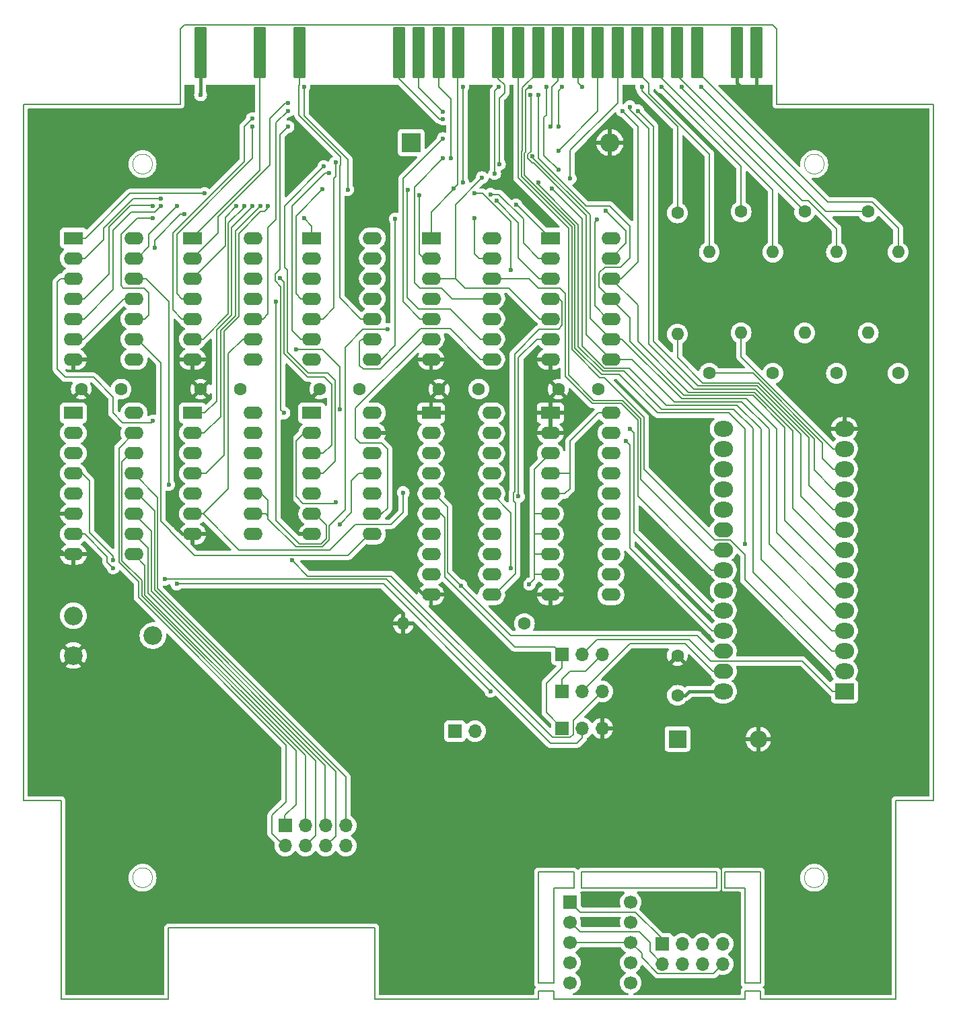
<source format=gbr>
%TF.GenerationSoftware,KiCad,Pcbnew,8.0.2*%
%TF.CreationDate,2024-05-13T23:51:40+02:00*%
%TF.ProjectId,M062.2,4d303632-2e32-42e6-9b69-6361645f7063,2*%
%TF.SameCoordinates,Original*%
%TF.FileFunction,Copper,L2,Bot*%
%TF.FilePolarity,Positive*%
%FSLAX46Y46*%
G04 Gerber Fmt 4.6, Leading zero omitted, Abs format (unit mm)*
G04 Created by KiCad (PCBNEW 8.0.2) date 2024-05-13 23:51:40*
%MOMM*%
%LPD*%
G01*
G04 APERTURE LIST*
G04 Aperture macros list*
%AMRoundRect*
0 Rectangle with rounded corners*
0 $1 Rounding radius*
0 $2 $3 $4 $5 $6 $7 $8 $9 X,Y pos of 4 corners*
0 Add a 4 corners polygon primitive as box body*
4,1,4,$2,$3,$4,$5,$6,$7,$8,$9,$2,$3,0*
0 Add four circle primitives for the rounded corners*
1,1,$1+$1,$2,$3*
1,1,$1+$1,$4,$5*
1,1,$1+$1,$6,$7*
1,1,$1+$1,$8,$9*
0 Add four rect primitives between the rounded corners*
20,1,$1+$1,$2,$3,$4,$5,0*
20,1,$1+$1,$4,$5,$6,$7,0*
20,1,$1+$1,$6,$7,$8,$9,0*
20,1,$1+$1,$8,$9,$2,$3,0*%
G04 Aperture macros list end*
%TA.AperFunction,ComponentPad*%
%ADD10C,2.340000*%
%TD*%
%TA.AperFunction,ComponentPad*%
%ADD11R,2.400000X1.600000*%
%TD*%
%TA.AperFunction,ComponentPad*%
%ADD12O,2.400000X1.600000*%
%TD*%
%TA.AperFunction,ComponentPad*%
%ADD13C,1.600000*%
%TD*%
%TA.AperFunction,ComponentPad*%
%ADD14O,1.600000X1.600000*%
%TD*%
%TA.AperFunction,ComponentPad*%
%ADD15R,2.400000X2.400000*%
%TD*%
%TA.AperFunction,ComponentPad*%
%ADD16O,2.400000X2.400000*%
%TD*%
%TA.AperFunction,SMDPad,CuDef*%
%ADD17RoundRect,0.150000X-0.600000X-3.100000X0.600000X-3.100000X0.600000X3.100000X-0.600000X3.100000X0*%
%TD*%
%TA.AperFunction,ComponentPad*%
%ADD18R,1.700000X1.700000*%
%TD*%
%TA.AperFunction,ComponentPad*%
%ADD19C,1.700000*%
%TD*%
%TA.AperFunction,ComponentPad*%
%ADD20R,2.400000X2.000000*%
%TD*%
%TA.AperFunction,ComponentPad*%
%ADD21O,2.400000X2.000000*%
%TD*%
%TA.AperFunction,ComponentPad*%
%ADD22O,2.400000X1.900000*%
%TD*%
%TA.AperFunction,ComponentPad*%
%ADD23O,1.700000X1.700000*%
%TD*%
%TA.AperFunction,ComponentPad*%
%ADD24R,2.200000X2.200000*%
%TD*%
%TA.AperFunction,ComponentPad*%
%ADD25O,2.200000X2.200000*%
%TD*%
%TA.AperFunction,ViaPad*%
%ADD26C,0.600000*%
%TD*%
%TA.AperFunction,ViaPad*%
%ADD27C,0.800000*%
%TD*%
%TA.AperFunction,Conductor*%
%ADD28C,0.200000*%
%TD*%
%TA.AperFunction,Conductor*%
%ADD29C,0.400000*%
%TD*%
%TA.AperFunction,Profile*%
%ADD30C,0.150000*%
%TD*%
%TA.AperFunction,Profile*%
%ADD31C,0.120000*%
%TD*%
G04 APERTURE END LIST*
D10*
%TO.P,RV1,1,1*%
%TO.N,GND*%
X101000000Y-120500000D03*
%TO.P,RV1,2,2*%
%TO.N,Net-(U5A-RV)*%
X111000000Y-118000000D03*
%TO.P,RV1,3,3*%
%TO.N,+5V*%
X101000000Y-115500000D03*
%TD*%
D11*
%TO.P,U1,1,A1*%
%TO.N,~{MAD}*%
X116000000Y-68000000D03*
D12*
%TO.P,U1,2,B1*%
%TO.N,~{IORQ}*%
X116000000Y-70540000D03*
%TO.P,U1,3,Y1*%
%TO.N,Net-(U1A-Y1)*%
X116000000Y-73080000D03*
%TO.P,U1,4,A2*%
%TO.N,A0*%
X116000000Y-75620000D03*
%TO.P,U1,5,B2*%
%TO.N,A1*%
X116000000Y-78160000D03*
%TO.P,U1,6,Y2*%
%TO.N,Net-(U1B-Y2)*%
X116000000Y-80700000D03*
%TO.P,U1,7,GND*%
%TO.N,GND*%
X116000000Y-83240000D03*
%TO.P,U1,8,Y3*%
%TO.N,/~{STRUCT}*%
X123620000Y-83240000D03*
%TO.P,U1,9,A3*%
%TO.N,Net-(U1C-A3)*%
X123620000Y-80700000D03*
%TO.P,U1,10,B3*%
%TO.N,~{RD}*%
X123620000Y-78160000D03*
%TO.P,U1,11,Y4*%
%TO.N,unconnected-(U1D-Y4-Pad11)*%
X123620000Y-75620000D03*
%TO.P,U1,12,A4*%
%TO.N,+5V*%
X123620000Y-73080000D03*
%TO.P,U1,13,B4*%
X123620000Y-70540000D03*
%TO.P,U1,14,Vcc*%
X123620000Y-68000000D03*
%TD*%
D13*
%TO.P,R6,1*%
%TO.N,Net-(X1-DB2)*%
X185000000Y-64680000D03*
D14*
%TO.P,R6,2*%
%TO.N,D2*%
X185000000Y-79920000D03*
%TD*%
D13*
%TO.P,R3,1*%
%TO.N,D5*%
X197000000Y-85000000D03*
D14*
%TO.P,R3,2*%
%TO.N,Net-(X1-DB5)*%
X197000000Y-69760000D03*
%TD*%
D15*
%TO.P,C1,1*%
%TO.N,+5V*%
X143500000Y-56000000D03*
D16*
%TO.P,C1,2*%
%TO.N,GND*%
X168500000Y-56000000D03*
%TD*%
D17*
%TO.P,X1,1A,GND*%
%TO.N,GND*%
X186960000Y-44700000D03*
%TO.P,X1,2A,GND*%
X184460000Y-44700000D03*
%TO.P,X1,4A,DB7*%
%TO.N,Net-(X1-DB7)*%
X179460000Y-44700000D03*
%TO.P,X1,5A,DB5*%
%TO.N,Net-(X1-DB5)*%
X176960000Y-44700000D03*
%TO.P,X1,6A,DB3*%
%TO.N,Net-(X1-DB3)*%
X174460000Y-44700000D03*
%TO.P,X1,7A,DB1*%
%TO.N,Net-(X1-DB1)*%
X171960000Y-44700000D03*
%TO.P,X1,8A,/WR*%
%TO.N,~{WR}*%
X169460000Y-44700000D03*
%TO.P,X1,9A,/MREQ*%
%TO.N,~{MREQ}*%
X166960000Y-44700000D03*
%TO.P,X1,10A,IEO*%
%TO.N,IEI-IEO*%
X164460000Y-44700000D03*
%TO.P,X1,11A,AB14*%
%TO.N,A14*%
X161960000Y-44700000D03*
%TO.P,X1,12A,AB12*%
%TO.N,A12*%
X159460000Y-44700000D03*
%TO.P,X1,13A,AB10*%
%TO.N,A10*%
X156960000Y-44700000D03*
%TO.P,X1,14A,AB8*%
%TO.N,A8*%
X154460000Y-44700000D03*
%TO.P,X1,16A,AB6*%
%TO.N,A6*%
X149460000Y-44700000D03*
%TO.P,X1,17A,AB4*%
%TO.N,A4*%
X146960000Y-44700000D03*
%TO.P,X1,18A,AB2*%
%TO.N,A2*%
X144460000Y-44700000D03*
%TO.P,X1,19A,AB0*%
%TO.N,A0*%
X141960000Y-44700000D03*
%TO.P,X1,24A,MEO*%
%TO.N,MEO*%
X129460000Y-44700000D03*
%TO.P,X1,26A,/MAD*%
%TO.N,~{MAD}*%
X124460000Y-44700000D03*
%TO.P,X1,29A,+5V*%
%TO.N,+5V*%
X116960000Y-44700000D03*
%TD*%
D13*
%TO.P,R9,1*%
%TO.N,Net-(JP2-A)*%
X157740000Y-116500000D03*
D14*
%TO.P,R9,2*%
%TO.N,GND*%
X142500000Y-116500000D03*
%TD*%
D13*
%TO.P,R7,1*%
%TO.N,D1*%
X181000000Y-85000000D03*
D14*
%TO.P,R7,2*%
%TO.N,Net-(X1-DB1)*%
X181000000Y-69760000D03*
%TD*%
D18*
%TO.P,U12,1,G*%
%TO.N,/gi*%
X163500000Y-151500000D03*
D19*
%TO.P,U12,2,F*%
%TO.N,/fi*%
X163500000Y-154040000D03*
%TO.P,U12,3,CA*%
%TO.N,Net-(J2-Pin_8)*%
X163500000Y-156580000D03*
%TO.P,U12,4,E*%
%TO.N,/ei*%
X163500000Y-159120000D03*
%TO.P,U12,5,D*%
%TO.N,/di*%
X163500000Y-161660000D03*
%TO.P,U12,6,DP*%
%TO.N,unconnected-(U12-DP-Pad6)*%
X171120000Y-161660000D03*
%TO.P,U12,7,C*%
%TO.N,/ci*%
X171120000Y-159120000D03*
%TO.P,U12,8,CA*%
%TO.N,Net-(J2-Pin_8)*%
X171120000Y-156580000D03*
%TO.P,U12,9,B*%
%TO.N,/bi*%
X171120000Y-154040000D03*
%TO.P,U12,10,A*%
%TO.N,/ai*%
X171120000Y-151500000D03*
%TD*%
D20*
%TO.P,U11,1,A15*%
%TO.N,Net-(JP4-C)*%
X198000000Y-125000000D03*
D21*
%TO.P,U11,2,A12*%
%TO.N,A12*%
X198000000Y-122460000D03*
%TO.P,U11,3,A7*%
%TO.N,A7*%
X198000000Y-119920000D03*
%TO.P,U11,4,A6*%
%TO.N,A6*%
X198000000Y-117380000D03*
%TO.P,U11,5,A5*%
%TO.N,A5*%
X198000000Y-114840000D03*
%TO.P,U11,6,A4*%
%TO.N,A4*%
X198000000Y-112300000D03*
%TO.P,U11,7,A3*%
%TO.N,A3*%
X198000000Y-109760000D03*
%TO.P,U11,8,A2*%
%TO.N,A2*%
X198000000Y-107220000D03*
%TO.P,U11,9,A1*%
%TO.N,A1*%
X198000000Y-104680000D03*
%TO.P,U11,10,A0*%
%TO.N,A0*%
X198000000Y-102140000D03*
%TO.P,U11,11,D0*%
%TO.N,D0*%
X198000000Y-99600000D03*
%TO.P,U11,12,D1*%
%TO.N,D1*%
X198000000Y-97060000D03*
%TO.P,U11,13,D2*%
%TO.N,D2*%
X198000000Y-94520000D03*
%TO.P,U11,14,Uss*%
%TO.N,GND*%
X198000000Y-91980000D03*
%TO.P,U11,15,D3*%
%TO.N,D3*%
X182760000Y-91980000D03*
%TO.P,U11,16,D4*%
%TO.N,D4*%
X182760000Y-94520000D03*
%TO.P,U11,17,D5*%
%TO.N,D5*%
X182760000Y-97060000D03*
%TO.P,U11,18,D6*%
%TO.N,D6*%
X182760000Y-99600000D03*
%TO.P,U11,19,D7*%
%TO.N,D7*%
X182760000Y-102140000D03*
D22*
%TO.P,U11,20,~{CE}*%
%TO.N,/~{CS}*%
X182760000Y-104680000D03*
%TO.P,U11,21,A10*%
%TO.N,A10*%
X182760000Y-107220000D03*
D21*
%TO.P,U11,22,~{OE}*%
%TO.N,/~{CS}*%
X182760000Y-109760000D03*
%TO.P,U11,23,A11*%
%TO.N,A11*%
X182760000Y-112300000D03*
%TO.P,U11,24,A9*%
%TO.N,A9*%
X182760000Y-114840000D03*
%TO.P,U11,25,A8*%
%TO.N,A8*%
X182760000Y-117380000D03*
D22*
%TO.P,U11,26,A13*%
%TO.N,/AD13*%
X182760000Y-119920000D03*
%TO.P,U11,27,A14*%
%TO.N,Net-(JP3-C)*%
X182760000Y-122460000D03*
D21*
%TO.P,U11,28,Udd*%
%TO.N,+5V*%
X182760000Y-125000000D03*
%TD*%
D13*
%TO.P,R1,1*%
%TO.N,D7*%
X204760000Y-85000000D03*
D14*
%TO.P,R1,2*%
%TO.N,Net-(X1-DB7)*%
X204760000Y-69760000D03*
%TD*%
D13*
%TO.P,R2,1*%
%TO.N,Net-(X1-DB6)*%
X201000000Y-64680000D03*
D14*
%TO.P,R2,2*%
%TO.N,D6*%
X201000000Y-79920000D03*
%TD*%
D11*
%TO.P,U9,1,Y1*%
%TO.N,Net-(U8C-B3)*%
X131000000Y-68000000D03*
D12*
%TO.P,U9,2,A1*%
%TO.N,Net-(U6A-Y1)*%
X131000000Y-70540000D03*
%TO.P,U9,3,B1*%
%TO.N,Net-(U6B-Y2)*%
X131000000Y-73080000D03*
%TO.P,U9,4,Y2*%
%TO.N,Net-(U8A-C1)*%
X131000000Y-75620000D03*
%TO.P,U9,5,A2*%
%TO.N,A8*%
X131000000Y-78160000D03*
%TO.P,U9,6,B2*%
%TO.N,A9*%
X131000000Y-80700000D03*
%TO.P,U9,7,GND*%
%TO.N,GND*%
X131000000Y-83240000D03*
%TO.P,U9,8,A3*%
%TO.N,Net-(U2F-A6)*%
X138620000Y-83240000D03*
%TO.P,U9,9,B3*%
%TO.N,Net-(U2D-Y4)*%
X138620000Y-80700000D03*
%TO.P,U9,10,Y3*%
%TO.N,MEO*%
X138620000Y-78160000D03*
%TO.P,U9,11,A4*%
%TO.N,+5V*%
X138620000Y-75620000D03*
%TO.P,U9,12,B4*%
X138620000Y-73080000D03*
%TO.P,U9,13,Y4*%
%TO.N,unconnected-(U9D-Y4-Pad13)*%
X138620000Y-70540000D03*
%TO.P,U9,14,Vcc*%
%TO.N,+5V*%
X138620000Y-68000000D03*
%TD*%
D18*
%TO.P,JP4,1,A*%
%TO.N,/AD15*%
X162475000Y-120350000D03*
D23*
%TO.P,JP4,2,C*%
%TO.N,Net-(JP4-C)*%
X165015000Y-120350000D03*
%TO.P,JP4,3,B*%
%TO.N,/AD14*%
X167555000Y-120350000D03*
%TD*%
D11*
%TO.P,U2,1,A1*%
%TO.N,A6*%
X146000000Y-68000000D03*
D12*
%TO.P,U2,2,Y1*%
%TO.N,Net-(U2A-Y1)*%
X146000000Y-70540000D03*
%TO.P,U2,3,A2*%
%TO.N,~{WR}*%
X146000000Y-73080000D03*
%TO.P,U2,4,Y2*%
%TO.N,Net-(U2B-Y2)*%
X146000000Y-75620000D03*
%TO.P,U2,5,A3*%
%TO.N,A15*%
X146000000Y-78160000D03*
%TO.P,U2,6,Y3*%
%TO.N,Net-(U2C-Y3)*%
X146000000Y-80700000D03*
%TO.P,U2,7,GND*%
%TO.N,GND*%
X146000000Y-83240000D03*
%TO.P,U2,8,Y4*%
%TO.N,Net-(U2D-Y4)*%
X153620000Y-83240000D03*
%TO.P,U2,9,A4*%
%TO.N,MEI*%
X153620000Y-80700000D03*
%TO.P,U2,10,Y5*%
%TO.N,Net-(U2E-Y5)*%
X153620000Y-78160000D03*
%TO.P,U2,11,A5*%
%TO.N,~{MREQ}*%
X153620000Y-75620000D03*
%TO.P,U2,12,Y6*%
%TO.N,/~{CS}*%
X153620000Y-73080000D03*
%TO.P,U2,13,A6*%
%TO.N,Net-(U2F-A6)*%
X153620000Y-70540000D03*
%TO.P,U2,14,Vcc*%
%TO.N,+5V*%
X153620000Y-68000000D03*
%TD*%
D24*
%TO.P,D1,1,K*%
%TO.N,+5V*%
X177000000Y-131000000D03*
D25*
%TO.P,D1,2,A*%
%TO.N,GND*%
X187160000Y-131000000D03*
%TD*%
D13*
%TO.P,C7,1*%
%TO.N,+5V*%
X177000000Y-125500000D03*
%TO.P,C7,2*%
%TO.N,GND*%
X177000000Y-120500000D03*
%TD*%
D11*
%TO.P,U3,1,A1*%
%TO.N,Net-(U3A-A1)*%
X116000000Y-90000000D03*
D12*
%TO.P,U3,2,B1*%
%TO.N,Net-(U3A-B1)*%
X116000000Y-92540000D03*
%TO.P,U3,3,n.c.*%
%TO.N,unconnected-(U3A-n.c.-Pad3)*%
X116000000Y-95080000D03*
%TO.P,U3,4,C1*%
%TO.N,Net-(U3A-C1)*%
X116000000Y-97620000D03*
%TO.P,U3,5,D1*%
%TO.N,Net-(U3A-D1)*%
X116000000Y-100160000D03*
%TO.P,U3,6,Y1*%
%TO.N,Net-(U1C-A3)*%
X116000000Y-102700000D03*
%TO.P,U3,7,GND*%
%TO.N,GND*%
X116000000Y-105240000D03*
%TO.P,U3,8,Y2*%
%TO.N,/~{RAM_WR}*%
X123620000Y-105240000D03*
%TO.P,U3,9,A2*%
%TO.N,Net-(U2B-Y2)*%
X123620000Y-102700000D03*
%TO.P,U3,10,B2*%
X123620000Y-100160000D03*
%TO.P,U3,11,n.c.*%
%TO.N,unconnected-(U3B-n.c.-Pad11)*%
X123620000Y-97620000D03*
%TO.P,U3,12,C2*%
%TO.N,/ctrl1*%
X123620000Y-95080000D03*
%TO.P,U3,13,D2*%
X123620000Y-92540000D03*
%TO.P,U3,14,Vcc*%
%TO.N,+5V*%
X123620000Y-90000000D03*
%TD*%
D18*
%TO.P,JP2,1,A*%
%TO.N,Net-(JP2-A)*%
X149000000Y-130000000D03*
D23*
%TO.P,JP2,2,B*%
%TO.N,+5V*%
X151540000Y-130000000D03*
%TD*%
D13*
%TO.P,C5,1*%
%TO.N,+5V*%
X152000000Y-87000000D03*
%TO.P,C5,2*%
%TO.N,GND*%
X147000000Y-87000000D03*
%TD*%
D18*
%TO.P,J1,1,Pin_1*%
%TO.N,/go*%
X127650000Y-141875000D03*
D23*
%TO.P,J1,2,Pin_2*%
%TO.N,/fo*%
X127650000Y-144415000D03*
%TO.P,J1,3,Pin_3*%
%TO.N,/eo*%
X130190000Y-141875000D03*
%TO.P,J1,4,Pin_4*%
%TO.N,/do*%
X130190000Y-144415000D03*
%TO.P,J1,5,Pin_5*%
%TO.N,/co*%
X132730000Y-141875000D03*
%TO.P,J1,6,Pin_6*%
%TO.N,/bo*%
X132730000Y-144415000D03*
%TO.P,J1,7,Pin_7*%
%TO.N,/ao*%
X135270000Y-141875000D03*
%TO.P,J1,8,Pin_8*%
%TO.N,+5V*%
X135270000Y-144415000D03*
%TD*%
D11*
%TO.P,U5,1,B*%
%TO.N,/AD14*%
X101000000Y-90000000D03*
D12*
%TO.P,U5,2,C*%
%TO.N,Net-(JP1-C)*%
X101000000Y-92540000D03*
%TO.P,U5,3,RV*%
%TO.N,Net-(U5A-RV)*%
X101000000Y-95080000D03*
%TO.P,U5,4,BI/RBO*%
%TO.N,/SEG_on*%
X101000000Y-97620000D03*
%TO.P,U5,5,RBI*%
%TO.N,unconnected-(U5A-RBI-Pad5)*%
X101000000Y-100160000D03*
%TO.P,U5,6,D*%
%TO.N,GND*%
X101000000Y-102700000D03*
%TO.P,U5,7,A*%
%TO.N,/AD13*%
X101000000Y-105240000D03*
%TO.P,U5,8,GND*%
%TO.N,GND*%
X101000000Y-107780000D03*
%TO.P,U5,9,e*%
%TO.N,/eo*%
X108620000Y-107780000D03*
%TO.P,U5,10,d*%
%TO.N,/do*%
X108620000Y-105240000D03*
%TO.P,U5,11,c*%
%TO.N,/co*%
X108620000Y-102700000D03*
%TO.P,U5,12,b*%
%TO.N,/bo*%
X108620000Y-100160000D03*
%TO.P,U5,13,a*%
%TO.N,/ao*%
X108620000Y-97620000D03*
%TO.P,U5,14,g*%
%TO.N,/go*%
X108620000Y-95080000D03*
%TO.P,U5,15,f*%
%TO.N,/fo*%
X108620000Y-92540000D03*
%TO.P,U5,16,Vcc*%
%TO.N,+5V*%
X108620000Y-90000000D03*
%TD*%
D13*
%TO.P,R4,1*%
%TO.N,Net-(X1-DB4)*%
X193000000Y-64680000D03*
D14*
%TO.P,R4,2*%
%TO.N,D4*%
X193000000Y-79920000D03*
%TD*%
D13*
%TO.P,C2,1*%
%TO.N,+5V*%
X107000000Y-87000000D03*
%TO.P,C2,2*%
%TO.N,GND*%
X102000000Y-87000000D03*
%TD*%
D11*
%TO.P,U8,1,A1*%
%TO.N,Net-(U2A-Y1)*%
X101000000Y-68000000D03*
D12*
%TO.P,U8,2,B1*%
%TO.N,A7*%
X101000000Y-70540000D03*
%TO.P,U8,3,A2*%
%TO.N,/ctrl0*%
X101000000Y-73080000D03*
%TO.P,U8,4,B2*%
%TO.N,Net-(U2E-Y5)*%
X101000000Y-75620000D03*
%TO.P,U8,5,C2*%
%TO.N,MEI*%
X101000000Y-78160000D03*
%TO.P,U8,6,Y2*%
%TO.N,Net-(U8B-Y2)*%
X101000000Y-80700000D03*
%TO.P,U8,7,GND*%
%TO.N,GND*%
X101000000Y-83240000D03*
%TO.P,U8,8,Y3*%
%TO.N,Net-(U2F-A6)*%
X108620000Y-83240000D03*
%TO.P,U8,9,A3*%
%TO.N,Net-(U6C-Y3)*%
X108620000Y-80700000D03*
%TO.P,U8,10,B3*%
%TO.N,Net-(U8C-B3)*%
X108620000Y-78160000D03*
%TO.P,U8,11,C3*%
%TO.N,Net-(U8B-Y2)*%
X108620000Y-75620000D03*
%TO.P,U8,12,Y1*%
%TO.N,Net-(U3A-D1)*%
X108620000Y-73080000D03*
%TO.P,U8,13,C1*%
%TO.N,Net-(U8A-C1)*%
X108620000Y-70540000D03*
%TO.P,U8,14,Vcc*%
%TO.N,+5V*%
X108620000Y-68000000D03*
%TD*%
D13*
%TO.P,R8,1*%
%TO.N,Net-(X1-DB0)*%
X177000000Y-64840000D03*
D14*
%TO.P,R8,2*%
%TO.N,D0*%
X177000000Y-80080000D03*
%TD*%
D11*
%TO.P,U7,1,~{OE1}*%
%TO.N,GND*%
X161000000Y-90000000D03*
D12*
%TO.P,U7,2,A1*%
X161000000Y-92540000D03*
%TO.P,U7,3,A2*%
%TO.N,Net-(JP2-A)*%
X161000000Y-95080000D03*
%TO.P,U7,4,A3*%
%TO.N,+5V*%
X161000000Y-97620000D03*
%TO.P,U7,5,A4*%
X161000000Y-100160000D03*
%TO.P,U7,6,A5*%
%TO.N,Net-(JP2-A)*%
X161000000Y-102700000D03*
%TO.P,U7,7,A6*%
X161000000Y-105240000D03*
%TO.P,U7,8,A7*%
X161000000Y-107780000D03*
%TO.P,U7,9,A8*%
X161000000Y-110320000D03*
%TO.P,U7,10,GND*%
%TO.N,GND*%
X161000000Y-112860000D03*
%TO.P,U7,11,Y8*%
%TO.N,D7*%
X168620000Y-112860000D03*
%TO.P,U7,12,Y7*%
%TO.N,D6*%
X168620000Y-110320000D03*
%TO.P,U7,13,Y6*%
%TO.N,D5*%
X168620000Y-107780000D03*
%TO.P,U7,14,Y5*%
%TO.N,D4*%
X168620000Y-105240000D03*
%TO.P,U7,15,A4*%
%TO.N,D3*%
X168620000Y-102700000D03*
%TO.P,U7,16,Y3*%
%TO.N,D2*%
X168620000Y-100160000D03*
%TO.P,U7,17,Y2*%
%TO.N,D1*%
X168620000Y-97620000D03*
%TO.P,U7,18,Y1*%
%TO.N,D0*%
X168620000Y-95080000D03*
%TO.P,U7,19,~{OE2}*%
%TO.N,/~{STRUCT}*%
X168620000Y-92540000D03*
%TO.P,U7,20,Vcc*%
%TO.N,+5V*%
X168620000Y-90000000D03*
%TD*%
D13*
%TO.P,R5,1*%
%TO.N,D3*%
X189000000Y-85000000D03*
D14*
%TO.P,R5,2*%
%TO.N,Net-(X1-DB3)*%
X189000000Y-69760000D03*
%TD*%
D13*
%TO.P,C6,1*%
%TO.N,+5V*%
X167000000Y-87000000D03*
%TO.P,C6,2*%
%TO.N,GND*%
X162000000Y-87000000D03*
%TD*%
%TO.P,C3,1*%
%TO.N,+5V*%
X122000000Y-87000000D03*
%TO.P,C3,2*%
%TO.N,GND*%
X117000000Y-87000000D03*
%TD*%
D11*
%TO.P,U4,1,Y1*%
%TO.N,Net-(U3A-A1)*%
X161000000Y-68000000D03*
D12*
%TO.P,U4,2,A1*%
%TO.N,Net-(U1A-Y1)*%
X161000000Y-70540000D03*
%TO.P,U4,3,B1*%
%TO.N,Net-(U1B-Y2)*%
X161000000Y-73080000D03*
%TO.P,U4,4,Y2*%
%TO.N,/Latch*%
X161000000Y-75620000D03*
%TO.P,U4,5,A2*%
%TO.N,~{WR}*%
X161000000Y-78160000D03*
%TO.P,U4,6,B2*%
%TO.N,Net-(U1C-A3)*%
X161000000Y-80700000D03*
%TO.P,U4,7,GND*%
%TO.N,GND*%
X161000000Y-83240000D03*
%TO.P,U4,8,A3*%
%TO.N,A5*%
X168620000Y-83240000D03*
%TO.P,U4,9,B3*%
%TO.N,A4*%
X168620000Y-80700000D03*
%TO.P,U4,10,Y3*%
%TO.N,Net-(U3A-C1)*%
X168620000Y-78160000D03*
%TO.P,U4,11,A4*%
%TO.N,A3*%
X168620000Y-75620000D03*
%TO.P,U4,12,B4*%
%TO.N,A2*%
X168620000Y-73080000D03*
%TO.P,U4,13,Y4*%
%TO.N,Net-(U3A-B1)*%
X168620000Y-70540000D03*
%TO.P,U4,14,Vcc*%
%TO.N,+5V*%
X168620000Y-68000000D03*
%TD*%
D13*
%TO.P,C4,1*%
%TO.N,+5V*%
X137000000Y-87000000D03*
%TO.P,C4,2*%
%TO.N,GND*%
X132000000Y-87000000D03*
%TD*%
D11*
%TO.P,U10,1,EN*%
%TO.N,GND*%
X146000000Y-90000000D03*
D12*
%TO.P,U10,2,Q1*%
%TO.N,/ctrl0*%
X146000000Y-92540000D03*
%TO.P,U10,3,D1*%
%TO.N,D0*%
X146000000Y-95080000D03*
%TO.P,U10,4,D2*%
%TO.N,D2*%
X146000000Y-97620000D03*
%TO.P,U10,5,Q2*%
%TO.N,/AD13*%
X146000000Y-100160000D03*
%TO.P,U10,6,Q3*%
%TO.N,/AD15*%
X146000000Y-102700000D03*
%TO.P,U10,7,D3*%
%TO.N,D4*%
X146000000Y-105240000D03*
%TO.P,U10,8,D4*%
%TO.N,D6*%
X146000000Y-107780000D03*
%TO.P,U10,9,Q4*%
%TO.N,/ctrl6*%
X146000000Y-110320000D03*
%TO.P,U10,10,GND*%
%TO.N,GND*%
X146000000Y-112860000D03*
%TO.P,U10,11,C*%
%TO.N,/Latch*%
X153620000Y-112860000D03*
%TO.P,U10,12,Q5*%
%TO.N,/ctrl7*%
X153620000Y-110320000D03*
%TO.P,U10,13,D5*%
%TO.N,D7*%
X153620000Y-107780000D03*
%TO.P,U10,14,D6*%
%TO.N,D5*%
X153620000Y-105240000D03*
%TO.P,U10,15,Q6*%
%TO.N,/ctrl5*%
X153620000Y-102700000D03*
%TO.P,U10,16,Q7*%
%TO.N,/AD14*%
X153620000Y-100160000D03*
%TO.P,U10,17,D7*%
%TO.N,D3*%
X153620000Y-97620000D03*
%TO.P,U10,18,D8*%
%TO.N,D1*%
X153620000Y-95080000D03*
%TO.P,U10,19,Q8*%
%TO.N,/ctrl1*%
X153620000Y-92540000D03*
%TO.P,U10,20,Vcc*%
%TO.N,+5V*%
X153620000Y-90000000D03*
%TD*%
D18*
%TO.P,JP1,1,A*%
%TO.N,/AD15*%
X162475000Y-129650000D03*
D23*
%TO.P,JP1,2,C*%
%TO.N,Net-(JP1-C)*%
X165015000Y-129650000D03*
%TO.P,JP1,3,B*%
%TO.N,GND*%
X167555000Y-129650000D03*
%TD*%
D18*
%TO.P,JP3,1,A*%
%TO.N,/AD14*%
X162475000Y-125000000D03*
D23*
%TO.P,JP3,2,C*%
%TO.N,Net-(JP3-C)*%
X165015000Y-125000000D03*
%TO.P,JP3,3,B*%
%TO.N,/~{RAM_WR}*%
X167555000Y-125000000D03*
%TD*%
D11*
%TO.P,U6,1,A1*%
%TO.N,A14*%
X131000000Y-90000000D03*
D12*
%TO.P,U6,2,B1*%
%TO.N,/ctrl6*%
X131000000Y-92540000D03*
%TO.P,U6,3,Y1*%
%TO.N,Net-(U6A-Y1)*%
X131000000Y-95080000D03*
%TO.P,U6,4,A2*%
%TO.N,A13*%
X131000000Y-97620000D03*
%TO.P,U6,5,B2*%
%TO.N,/ctrl5*%
X131000000Y-100160000D03*
%TO.P,U6,6,Y2*%
%TO.N,Net-(U6B-Y2)*%
X131000000Y-102700000D03*
%TO.P,U6,7,GND*%
%TO.N,GND*%
X131000000Y-105240000D03*
%TO.P,U6,8,Y3*%
%TO.N,Net-(U6C-Y3)*%
X138620000Y-105240000D03*
%TO.P,U6,9,A3*%
%TO.N,Net-(U2C-Y3)*%
X138620000Y-102700000D03*
%TO.P,U6,10,B3*%
%TO.N,/ctrl7*%
X138620000Y-100160000D03*
%TO.P,U6,11,Y4*%
%TO.N,/SEG_on*%
X138620000Y-97620000D03*
%TO.P,U6,12,A4*%
%TO.N,/ctrl0*%
X138620000Y-95080000D03*
%TO.P,U6,13,B4*%
%TO.N,GND*%
X138620000Y-92540000D03*
%TO.P,U6,14,Vcc*%
%TO.N,+5V*%
X138620000Y-90000000D03*
%TD*%
D18*
%TO.P,J2,1,Pin_1*%
%TO.N,/gi*%
X175080000Y-156760000D03*
D23*
%TO.P,J2,2,Pin_2*%
%TO.N,/fi*%
X175080000Y-159300000D03*
%TO.P,J2,3,Pin_3*%
%TO.N,/ei*%
X177620000Y-156760000D03*
%TO.P,J2,4,Pin_4*%
%TO.N,/di*%
X177620000Y-159300000D03*
%TO.P,J2,5,Pin_5*%
%TO.N,/ci*%
X180160000Y-156760000D03*
%TO.P,J2,6,Pin_6*%
%TO.N,/bi*%
X180160000Y-159300000D03*
%TO.P,J2,7,Pin_7*%
%TO.N,/ai*%
X182700000Y-156760000D03*
%TO.P,J2,8,Pin_8*%
%TO.N,Net-(J2-Pin_8)*%
X182700000Y-159300000D03*
%TD*%
D26*
%TO.N,GND*%
X166500000Y-154250000D03*
X142500000Y-97500000D03*
X149800000Y-99400000D03*
X127500000Y-94500000D03*
X180000000Y-101800000D03*
X166500000Y-157750000D03*
X177000000Y-111750000D03*
X129500000Y-54500000D03*
X177600000Y-99200000D03*
X152000000Y-56500000D03*
X104000000Y-62500000D03*
D27*
X186000000Y-50000000D03*
D26*
X136500000Y-55000000D03*
X113000000Y-53500000D03*
X176400000Y-98000000D03*
X194000000Y-89200000D03*
X157000000Y-162000000D03*
X127500000Y-91500000D03*
X158500000Y-63500000D03*
X105000000Y-97500000D03*
X182500000Y-155000000D03*
X177000000Y-107600000D03*
X166500000Y-151750000D03*
X139500000Y-57500000D03*
X170000000Y-60000000D03*
X189500000Y-118500000D03*
X178800000Y-100400000D03*
X120000000Y-53500000D03*
X141200000Y-108200000D03*
X166500000Y-162500000D03*
X166500000Y-160500000D03*
X176400000Y-95400000D03*
X166000000Y-63000000D03*
X182500000Y-146000000D03*
%TO.N,+5V*%
X117000000Y-50000000D03*
%TO.N,Net-(JP1-C)*%
X112500000Y-110900000D03*
%TO.N,Net-(JP2-A)*%
X158353797Y-111520608D03*
%TO.N,/AD14*%
X156000000Y-109500000D03*
X114000000Y-111500000D03*
X153500000Y-125000000D03*
%TO.N,/~{RAM_WR}*%
X128500000Y-108500000D03*
%TO.N,Net-(X1-DB6)*%
X179999990Y-49000000D03*
%TO.N,Net-(X1-DB4)*%
X177500000Y-48999996D03*
%TO.N,Net-(X1-DB2)*%
X175000004Y-49000004D03*
%TO.N,Net-(X1-DB0)*%
X172500010Y-48999990D03*
%TO.N,~{IORQ}*%
X128000000Y-51000000D03*
%TO.N,Net-(U1C-A3)*%
X142500000Y-100000000D03*
X157000000Y-100500000D03*
%TO.N,Net-(U1A-Y1)*%
X121500000Y-64000000D03*
X153500000Y-62500000D03*
%TO.N,/~{STRUCT}*%
X134500000Y-89500000D03*
X129000000Y-82000000D03*
%TO.N,A1*%
X171000000Y-51500000D03*
X123500000Y-53000000D03*
%TO.N,~{RD}*%
X128000000Y-52000000D03*
%TO.N,A0*%
X172000000Y-52000000D03*
X123500000Y-54000000D03*
X147500000Y-53011026D03*
%TO.N,Net-(U1B-Y2)*%
X122500000Y-64000000D03*
X154224265Y-63275735D03*
%TO.N,Net-(U2E-Y5)*%
X151500000Y-62400000D03*
X111000000Y-64000000D03*
X156000000Y-72000000D03*
%TO.N,Net-(U2A-Y1)*%
X117500000Y-62400000D03*
X144500000Y-62600000D03*
%TO.N,A15*%
X162000000Y-54000000D03*
X162500000Y-49000000D03*
X147500000Y-55500000D03*
%TO.N,Net-(U2B-Y2)*%
X140500000Y-79500000D03*
%TO.N,MEI*%
X143100000Y-61900000D03*
X130000000Y-49000000D03*
X112000000Y-64000000D03*
X135500000Y-61900000D03*
%TO.N,~{WR}*%
X163500000Y-60500000D03*
X152425000Y-60400000D03*
%TO.N,A6*%
X161199995Y-61800000D03*
X148850001Y-61800000D03*
%TO.N,~{MREQ}*%
X147500000Y-58000000D03*
X162000000Y-57000000D03*
%TO.N,Net-(U2F-A6)*%
X151500000Y-65500000D03*
X115000000Y-65000000D03*
X111250000Y-69250000D03*
X141500000Y-65599999D03*
%TO.N,Net-(U3A-B1)*%
X124500000Y-64000000D03*
X168000000Y-64600000D03*
%TO.N,Net-(U3A-A1)*%
X123500000Y-64000000D03*
X156674265Y-63825735D03*
%TO.N,Net-(U3A-D1)*%
X113000000Y-99000000D03*
%TO.N,Net-(U3A-C1)*%
X125500000Y-64000000D03*
X166905589Y-65675172D03*
%TO.N,A5*%
X158500000Y-50000000D03*
%TO.N,A3*%
X159500000Y-50000000D03*
%TO.N,A2*%
X170060000Y-52000000D03*
X147469937Y-52099188D03*
%TO.N,A4*%
X148500000Y-58000000D03*
X158750765Y-57721475D03*
%TO.N,/SEG_on*%
X134500000Y-104000000D03*
X106000000Y-108500000D03*
%TO.N,/AD13*%
X149782843Y-111717157D03*
X106000000Y-109500000D03*
%TO.N,/ctrl6*%
X134000000Y-101260000D03*
%TO.N,/ctrl0*%
X111000000Y-91000000D03*
%TO.N,Net-(U6A-Y1)*%
X127000000Y-73000000D03*
%TO.N,Net-(U6B-Y2)*%
X126500000Y-76000000D03*
%TO.N,A13*%
X132500000Y-59000000D03*
X162000000Y-59400000D03*
X160500000Y-49000000D03*
%TO.N,A14*%
X127500000Y-90000000D03*
X128000000Y-54000000D03*
X161000000Y-54000000D03*
%TO.N,Net-(U8C-B3)*%
X130000000Y-65500000D03*
X111000000Y-65500000D03*
%TO.N,Net-(U8A-C1)*%
X132324265Y-61875735D03*
X114000000Y-64000000D03*
%TO.N,A7*%
X150000000Y-61000000D03*
X112000000Y-63000000D03*
X159500000Y-61000000D03*
X150000000Y-49000000D03*
%TO.N,A8*%
X134000000Y-58500000D03*
X170500000Y-93500000D03*
X154600000Y-58700000D03*
%TO.N,A9*%
X154000000Y-59900000D03*
X171000000Y-92000000D03*
X133158174Y-59835190D03*
X154500000Y-49000000D03*
%TO.N,A11*%
X158500000Y-49000000D03*
X185500000Y-106500000D03*
%TO.N,IEI-IEO*%
X165000000Y-49000000D03*
%TD*%
D28*
%TO.N,A12*%
X167247005Y-85540000D02*
X167779898Y-85540000D01*
X163700000Y-81972693D02*
X163900000Y-82172693D01*
X163900000Y-82192995D02*
X167247005Y-85540000D01*
X163900000Y-82172693D02*
X163900000Y-82192995D01*
X159460000Y-44700000D02*
X159460000Y-47141594D01*
X172800000Y-90560102D02*
X172800000Y-97100000D01*
X167779898Y-85540000D02*
X172800000Y-90560102D01*
X163700000Y-66634315D02*
X163700000Y-81972693D01*
X157350765Y-60285081D02*
X163700000Y-66634315D01*
X157350765Y-57141576D02*
X157350765Y-60285081D01*
X157500000Y-56992340D02*
X157350765Y-57141576D01*
X185500000Y-111000000D02*
X196960000Y-122460000D01*
X157500000Y-49101594D02*
X157500000Y-56992340D01*
X159460000Y-47141594D02*
X157500000Y-49101594D01*
X172800000Y-97100000D02*
X181650000Y-105950000D01*
X181650000Y-105950000D02*
X183650000Y-105950000D01*
X183650000Y-105950000D02*
X185500000Y-107800000D01*
X185500000Y-107800000D02*
X185500000Y-111000000D01*
X196960000Y-122460000D02*
X198000000Y-122460000D01*
D29*
%TO.N,GND*%
X161000000Y-112860000D02*
X158278975Y-112860000D01*
D28*
X161000000Y-90000000D02*
X159000000Y-90000000D01*
D29*
X143500000Y-111368630D02*
X143500000Y-92500000D01*
X159000000Y-90000000D02*
X159000000Y-92500000D01*
X116000000Y-105240000D02*
X114740000Y-105240000D01*
X167600000Y-131200000D02*
X168300000Y-131200000D01*
X129500000Y-88100000D02*
X130900000Y-88100000D01*
X130900000Y-88100000D02*
X132000000Y-87000000D01*
D28*
X138620000Y-92540000D02*
X143460000Y-92540000D01*
X146000000Y-90000000D02*
X143500000Y-90000000D01*
D29*
X115800000Y-88200000D02*
X117000000Y-87000000D01*
X167555000Y-131155000D02*
X167600000Y-131200000D01*
X162000000Y-87000000D02*
X161000000Y-88000000D01*
X184460000Y-44700000D02*
X184460000Y-48460000D01*
X99200000Y-102700000D02*
X99000000Y-102500000D01*
X144991370Y-112860000D02*
X143500000Y-111368630D01*
X186960000Y-44700000D02*
X186960000Y-49040000D01*
X114000000Y-104500000D02*
X114000000Y-88600000D01*
X143900000Y-88100000D02*
X145900000Y-88100000D01*
X159000000Y-95848528D02*
X158100000Y-96748528D01*
X99000000Y-102500000D02*
X99000000Y-88600000D01*
X157353797Y-111106394D02*
X157353797Y-111934822D01*
X114740000Y-105240000D02*
X114000000Y-104500000D01*
X161000000Y-88000000D02*
X159000000Y-88000000D01*
X157459487Y-112040513D02*
X157459487Y-112040512D01*
X101000000Y-107780000D02*
X99780000Y-107780000D01*
X167555000Y-129650000D02*
X167555000Y-131155000D01*
X184460000Y-48460000D02*
X186000000Y-50000000D01*
X114000000Y-88600000D02*
X114400000Y-88200000D01*
D28*
X182500000Y-146000000D02*
X182500000Y-155000000D01*
D29*
X159040000Y-92540000D02*
X159000000Y-92500000D01*
X99000000Y-107000000D02*
X99000000Y-102500000D01*
X143500000Y-92500000D02*
X143500000Y-90000000D01*
X128400000Y-89200000D02*
X129500000Y-88100000D01*
X168500000Y-131000000D02*
X167000000Y-132500000D01*
X158100000Y-96748528D02*
X158100000Y-110360191D01*
X167000000Y-132500000D02*
X157000000Y-132500000D01*
X172500000Y-127000000D02*
X168500000Y-131000000D01*
D28*
X161000000Y-92540000D02*
X159040000Y-92540000D01*
D29*
X157000000Y-132500000D02*
X142500000Y-118000000D01*
X157353797Y-111934822D02*
X157459487Y-112040513D01*
X159000000Y-88000000D02*
X159000000Y-90000000D01*
X172500000Y-125000000D02*
X172500000Y-127000000D01*
X114400000Y-88200000D02*
X115800000Y-88200000D01*
X99780000Y-107780000D02*
X99000000Y-107000000D01*
X131000000Y-105240000D02*
X129440000Y-105240000D01*
X128400000Y-104200000D02*
X128400000Y-89200000D01*
X101000000Y-102700000D02*
X99200000Y-102700000D01*
X100900000Y-88100000D02*
X102000000Y-87000000D01*
X158278975Y-112860000D02*
X157459487Y-112040513D01*
X143500000Y-88500000D02*
X143900000Y-88100000D01*
X143500000Y-90000000D02*
X143500000Y-88500000D01*
X177000000Y-120500000D02*
X172500000Y-125000000D01*
X168300000Y-131200000D02*
X168500000Y-131000000D01*
X143460000Y-92540000D02*
X143500000Y-92500000D01*
X145900000Y-88100000D02*
X147000000Y-87000000D01*
X129440000Y-105240000D02*
X128400000Y-104200000D01*
X142500000Y-118000000D02*
X142500000Y-116500000D01*
X99000000Y-88600000D02*
X99500000Y-88100000D01*
X158100000Y-110360191D02*
X157353797Y-111106394D01*
X99500000Y-88100000D02*
X100900000Y-88100000D01*
X159000000Y-92500000D02*
X159000000Y-95848528D01*
X146000000Y-112860000D02*
X144991370Y-112860000D01*
X186960000Y-49040000D02*
X186000000Y-50000000D01*
%TO.N,+5V*%
X116960000Y-49960000D02*
X117000000Y-50000000D01*
X182760000Y-125000000D02*
X178500000Y-125000000D01*
X178000000Y-125500000D02*
X177000000Y-125500000D01*
D28*
X161000000Y-100160000D02*
X162840000Y-100160000D01*
X162840000Y-100160000D02*
X163500000Y-99500000D01*
X161000000Y-97620000D02*
X163500000Y-97620000D01*
X163500000Y-99500000D02*
X163500000Y-93500000D01*
D29*
X116960000Y-44700000D02*
X116960000Y-49960000D01*
D28*
X163500000Y-93500000D02*
X167000000Y-90000000D01*
X167000000Y-90000000D02*
X168620000Y-90000000D01*
D29*
X178500000Y-125000000D02*
X178000000Y-125500000D01*
D28*
%TO.N,/AD15*%
X160500000Y-124000000D02*
X162475000Y-122025000D01*
X162475000Y-129650000D02*
X160500000Y-127675000D01*
X156507309Y-119400000D02*
X147700000Y-110592691D01*
X162475000Y-122025000D02*
X162475000Y-120350000D01*
X147200000Y-102700000D02*
X146000000Y-102700000D01*
X160500000Y-127675000D02*
X160500000Y-124000000D01*
X162475000Y-120350000D02*
X161525000Y-119400000D01*
X147700000Y-110592691D02*
X147700000Y-103200000D01*
X161525000Y-119400000D02*
X156507309Y-119400000D01*
X147700000Y-103200000D02*
X147200000Y-102700000D01*
%TO.N,Net-(JP1-C)*%
X161000000Y-131500000D02*
X164367081Y-131500000D01*
X112500000Y-110900000D02*
X140400000Y-110900000D01*
X164367081Y-131500000D02*
X165015000Y-130852081D01*
X165015000Y-130852081D02*
X165015000Y-129650000D01*
X140400000Y-110900000D02*
X161000000Y-131500000D01*
%TO.N,Net-(JP2-A)*%
X159000000Y-110500000D02*
X159000000Y-110874405D01*
X159020000Y-107780000D02*
X159000000Y-107800000D01*
X161000000Y-107780000D02*
X159020000Y-107780000D01*
X159060000Y-105240000D02*
X159000000Y-105300000D01*
X159000000Y-97080000D02*
X159000000Y-102500000D01*
X161000000Y-95080000D02*
X159000000Y-97080000D01*
X159080000Y-110320000D02*
X159000000Y-110400000D01*
X159000000Y-102500000D02*
X159000000Y-103000000D01*
X159000000Y-110874405D02*
X158353797Y-111520608D01*
X161000000Y-105240000D02*
X159060000Y-105240000D01*
X161000000Y-102700000D02*
X159000000Y-102700000D01*
X159000000Y-105500000D02*
X159000000Y-108000000D01*
X161000000Y-110320000D02*
X159080000Y-110320000D01*
X159000000Y-108000000D02*
X159000000Y-110500000D01*
X159000000Y-103000000D02*
X159000000Y-105500000D01*
%TO.N,/AD14*%
X140000000Y-111500000D02*
X153500000Y-125000000D01*
X153620000Y-100160000D02*
X156000000Y-102540000D01*
X165405000Y-122500000D02*
X167555000Y-120350000D01*
X163500000Y-122500000D02*
X165405000Y-122500000D01*
X162475000Y-125000000D02*
X162475000Y-123525000D01*
X156000000Y-102540000D02*
X156000000Y-109500000D01*
X114000000Y-111500000D02*
X140000000Y-111500000D01*
X162475000Y-123525000D02*
X163500000Y-122500000D01*
%TO.N,/~{RAM_WR}*%
X128500000Y-108500000D02*
X130500000Y-110500000D01*
X163865000Y-130435000D02*
X163865000Y-128690000D01*
X141000000Y-110500000D02*
X161300000Y-130800000D01*
X163500000Y-130800000D02*
X163865000Y-130435000D01*
X130500000Y-110500000D02*
X141000000Y-110500000D01*
X163865000Y-128690000D02*
X167555000Y-125000000D01*
X161300000Y-130800000D02*
X163500000Y-130800000D01*
%TO.N,Net-(JP3-C)*%
X181460000Y-122460000D02*
X178000000Y-119000000D01*
X178000000Y-119000000D02*
X171015000Y-119000000D01*
X171015000Y-119000000D02*
X165015000Y-125000000D01*
X182760000Y-122460000D02*
X181460000Y-122460000D01*
%TO.N,Net-(JP4-C)*%
X196500000Y-125000000D02*
X192700000Y-121200000D01*
X192700000Y-121200000D02*
X181200000Y-121200000D01*
X178500000Y-118500000D02*
X166865000Y-118500000D01*
X166865000Y-118500000D02*
X165015000Y-120350000D01*
X181200000Y-121200000D02*
X178500000Y-118500000D01*
X198000000Y-125000000D02*
X196500000Y-125000000D01*
%TO.N,Net-(X1-DB7)*%
X195919239Y-63500000D02*
X201500000Y-63500000D01*
X204760000Y-66760000D02*
X204760000Y-69760000D01*
X179460000Y-47040761D02*
X195919239Y-63500000D01*
X201500000Y-63500000D02*
X204760000Y-66760000D01*
X179460000Y-44700000D02*
X179460000Y-47040761D01*
%TO.N,Net-(X1-DB6)*%
X201000000Y-64680000D02*
X195679990Y-64680000D01*
X195679990Y-64680000D02*
X179999990Y-49000000D01*
%TO.N,Net-(X1-DB5)*%
X192719241Y-63300000D02*
X176960000Y-47540759D01*
X197000000Y-69760000D02*
X197000000Y-66815686D01*
X176960000Y-47540759D02*
X176960000Y-44700000D01*
X193484314Y-63300000D02*
X192719241Y-63300000D01*
X197000000Y-66815686D02*
X193484314Y-63300000D01*
%TO.N,Net-(X1-DB4)*%
X177500000Y-49180000D02*
X177500000Y-48999996D01*
X193000000Y-64680000D02*
X177500000Y-49180000D01*
%TO.N,Net-(X1-DB3)*%
X174460000Y-44700000D02*
X174460000Y-47394314D01*
X174460000Y-47394314D02*
X189000000Y-61934314D01*
X189000000Y-61934314D02*
X189000000Y-69760000D01*
%TO.N,Net-(X1-DB2)*%
X185000000Y-59000000D02*
X175000004Y-49000004D01*
X185000000Y-64680000D02*
X185000000Y-59000000D01*
%TO.N,D2*%
X198000000Y-94520000D02*
X196611168Y-94520000D01*
X185000000Y-82908832D02*
X185000000Y-79920000D01*
X196611168Y-94520000D02*
X185000000Y-82908832D01*
%TO.N,Net-(X1-DB1)*%
X173409203Y-49843504D02*
X181000000Y-57434301D01*
X171960000Y-44700000D02*
X171960000Y-47141594D01*
X171960000Y-47141594D02*
X173409203Y-48590797D01*
X181000000Y-57434301D02*
X181000000Y-69760000D01*
X173409203Y-48590797D02*
X173409203Y-49843504D01*
%TO.N,D1*%
X181000000Y-85000000D02*
X186525482Y-85000000D01*
X195262741Y-93737259D02*
X195262741Y-95762741D01*
X186525482Y-85000000D02*
X195262741Y-93737259D01*
X196560000Y-97060000D02*
X198000000Y-97060000D01*
X195262741Y-95762741D02*
X196560000Y-97060000D01*
%TO.N,Net-(X1-DB0)*%
X177000000Y-53999986D02*
X172500010Y-49499996D01*
X177000000Y-64840000D02*
X177000000Y-53999986D01*
X172500010Y-49499996D02*
X172500010Y-48999990D01*
%TO.N,D0*%
X194200000Y-97200000D02*
X196600000Y-99600000D01*
X180840203Y-86200000D02*
X187159797Y-86200000D01*
X194200000Y-93240203D02*
X194200000Y-97200000D01*
X196600000Y-99600000D02*
X198000000Y-99600000D01*
X187159797Y-86200000D02*
X194200000Y-93240203D01*
X180200003Y-86200003D02*
X180840200Y-86200003D01*
X177000000Y-80080000D02*
X177000000Y-83000000D01*
X177000000Y-83000000D02*
X180200003Y-86200003D01*
X180840200Y-86200003D02*
X180840203Y-86200000D01*
%TO.N,~{IORQ}*%
X127700000Y-51000000D02*
X125700000Y-53000000D01*
X119200000Y-65300000D02*
X119200000Y-67340000D01*
X125700000Y-58800000D02*
X119200000Y-65300000D01*
X128000000Y-51000000D02*
X127700000Y-51000000D01*
X125700000Y-53000000D02*
X125700000Y-58800000D01*
X119200000Y-67340000D02*
X116000000Y-70540000D01*
%TO.N,Net-(U1C-A3)*%
X159300000Y-80700000D02*
X157000000Y-83000000D01*
X117300000Y-102700000D02*
X120500000Y-99500000D01*
X161000000Y-80700000D02*
X159300000Y-80700000D01*
X116000000Y-102700000D02*
X117300000Y-102700000D01*
X121840000Y-107240000D02*
X117300000Y-102700000D01*
X141000000Y-104000000D02*
X136500000Y-104000000D01*
X157000000Y-83000000D02*
X157000000Y-100500000D01*
X133260000Y-107240000D02*
X121840000Y-107240000D01*
X120500000Y-82500000D02*
X122300000Y-80700000D01*
X142500000Y-100000000D02*
X142500000Y-102500000D01*
X136500000Y-104000000D02*
X133260000Y-107240000D01*
X120500000Y-99500000D02*
X120500000Y-82500000D01*
X142500000Y-102500000D02*
X141000000Y-104000000D01*
X122300000Y-80700000D02*
X123620000Y-80700000D01*
%TO.N,~{MAD}*%
X124460000Y-44700000D02*
X124460000Y-59474314D01*
X116400000Y-67534314D02*
X116400000Y-68165685D01*
X116400000Y-68165685D02*
X116282842Y-68282843D01*
X124460000Y-59474314D02*
X116400000Y-67534314D01*
%TO.N,Net-(U1A-Y1)*%
X121500000Y-64000000D02*
X120100000Y-65400000D01*
X154500000Y-62500000D02*
X157600000Y-65600000D01*
X157600000Y-65600000D02*
X157600000Y-68600000D01*
X120100000Y-65400000D02*
X120100000Y-68980000D01*
X120100000Y-68980000D02*
X116000000Y-73080000D01*
X159540000Y-70540000D02*
X161000000Y-70540000D01*
X153500000Y-62500000D02*
X154500000Y-62500000D01*
X157600000Y-68600000D02*
X159540000Y-70540000D01*
%TO.N,/~{STRUCT}*%
X132300000Y-82000000D02*
X134500000Y-84200000D01*
X134500000Y-84200000D02*
X134500000Y-89500000D01*
X129000000Y-82000000D02*
X132300000Y-82000000D01*
%TO.N,A1*%
X173400000Y-55500000D02*
X173400000Y-81314215D01*
X192500000Y-92671573D02*
X192500000Y-100500000D01*
X113500000Y-67374264D02*
X113500000Y-77000000D01*
X171000000Y-51848529D02*
X171000000Y-51500000D01*
X173400000Y-54248529D02*
X171000000Y-51848529D01*
X113500000Y-77000000D02*
X114660000Y-78160000D01*
X173400000Y-81314215D02*
X179085787Y-87000002D01*
X122500000Y-58374264D02*
X113500000Y-67374264D01*
X122500000Y-54000000D02*
X122500000Y-58374264D01*
X180171573Y-87000002D02*
X180171575Y-87000000D01*
X173400000Y-55500000D02*
X173400000Y-54248529D01*
X114660000Y-78160000D02*
X116000000Y-78160000D01*
X179085787Y-87000002D02*
X180171573Y-87000002D01*
X123500000Y-53000000D02*
X122500000Y-54000000D01*
X180171575Y-87000000D02*
X186828427Y-87000000D01*
X196680000Y-104680000D02*
X198000000Y-104680000D01*
X186828427Y-87000000D02*
X192500000Y-92671573D01*
X192500000Y-100500000D02*
X196680000Y-104680000D01*
%TO.N,~{RD}*%
X128000000Y-52000000D02*
X126500000Y-53500000D01*
X125500000Y-66651471D02*
X125500000Y-77500000D01*
X124840000Y-78160000D02*
X123620000Y-78160000D01*
X125500000Y-77500000D02*
X124840000Y-78160000D01*
X126500000Y-53500000D02*
X126500000Y-65651471D01*
X126500000Y-65651471D02*
X125500000Y-66651471D01*
%TO.N,A0*%
X123500000Y-54000000D02*
X123500000Y-58000000D01*
X114620000Y-75620000D02*
X116000000Y-75620000D01*
X193500000Y-99070000D02*
X196570000Y-102140000D01*
X179600002Y-86600002D02*
X180005887Y-86600002D01*
X174000000Y-54000000D02*
X174000000Y-81000000D01*
X114000000Y-75000000D02*
X114620000Y-75620000D01*
X180005889Y-86600000D02*
X186994112Y-86600000D01*
X123500000Y-58000000D02*
X114000000Y-67500000D01*
X147021027Y-53011026D02*
X141960000Y-47949999D01*
X114000000Y-67500000D02*
X114000000Y-75000000D01*
X141960000Y-47949999D02*
X141960000Y-44700000D01*
X186994112Y-86600000D02*
X193500000Y-93105888D01*
X193500000Y-93105888D02*
X193500000Y-99070000D01*
X174000000Y-81000000D02*
X179600002Y-86600002D01*
X196570000Y-102140000D02*
X198000000Y-102140000D01*
X172000000Y-52000000D02*
X174000000Y-54000000D01*
X180005887Y-86600002D02*
X180005889Y-86600000D01*
X147500000Y-53011026D02*
X147021027Y-53011026D01*
%TO.N,Net-(U1B-Y2)*%
X120500000Y-77500000D02*
X117300000Y-80700000D01*
X157000000Y-66051470D02*
X157000000Y-70500000D01*
X117300000Y-80700000D02*
X116000000Y-80700000D01*
X157000000Y-70500000D02*
X159580000Y-73080000D01*
X122552297Y-64052297D02*
X120500000Y-66104594D01*
X154224265Y-63275735D02*
X157000000Y-66051470D01*
X120500000Y-66104594D02*
X120500000Y-77500000D01*
X159580000Y-73080000D02*
X161000000Y-73080000D01*
%TO.N,Net-(U2E-Y5)*%
X151500000Y-62400000D02*
X152500000Y-62400000D01*
X102380000Y-75620000D02*
X101000000Y-75620000D01*
X111000000Y-64000000D02*
X110900000Y-63900000D01*
X105500000Y-66605686D02*
X105500000Y-72500000D01*
X110900000Y-63900000D02*
X108205686Y-63900000D01*
X105500000Y-72500000D02*
X102380000Y-75620000D01*
X152500000Y-62400000D02*
X156000000Y-65900000D01*
X156000000Y-65900000D02*
X156000000Y-72000000D01*
X108205686Y-63900000D02*
X105500000Y-66605686D01*
%TO.N,Net-(U2A-Y1)*%
X108100000Y-62400000D02*
X102500000Y-68000000D01*
X117500000Y-62400000D02*
X108100000Y-62400000D01*
X102500000Y-68000000D02*
X101000000Y-68000000D01*
X101000000Y-68000000D02*
X102000000Y-68000000D01*
X144500000Y-70000000D02*
X145000000Y-70500000D01*
X144500000Y-62600000D02*
X144500000Y-70000000D01*
%TO.N,Net-(U2C-Y3)*%
X140500000Y-102000000D02*
X139800000Y-102700000D01*
X145170050Y-80700000D02*
X136500000Y-89370050D01*
X136500000Y-89370050D02*
X136500000Y-93200000D01*
X139800000Y-102700000D02*
X138620000Y-102700000D01*
X146000000Y-80700000D02*
X145170050Y-80700000D01*
X140500000Y-94500000D02*
X140500000Y-102000000D01*
X136500000Y-93200000D02*
X137100000Y-93800000D01*
X137100000Y-93800000D02*
X139800000Y-93800000D01*
X139800000Y-93800000D02*
X140500000Y-94500000D01*
%TO.N,A15*%
X142500000Y-60500000D02*
X142500000Y-76030000D01*
X147500000Y-55500000D02*
X142500000Y-60500000D01*
X162500000Y-49000000D02*
X162000000Y-49500000D01*
X162000000Y-49500000D02*
X162000000Y-54000000D01*
X142500000Y-76030000D02*
X144630000Y-78160000D01*
X144630000Y-78160000D02*
X146000000Y-78160000D01*
%TO.N,Net-(U2B-Y2)*%
X133200000Y-105965686D02*
X132325685Y-106840000D01*
X137432182Y-79500000D02*
X135200000Y-81732182D01*
X125200000Y-102700000D02*
X125500000Y-103000000D01*
X133200000Y-104150000D02*
X133200000Y-105965686D01*
X125500000Y-101000000D02*
X124660000Y-100160000D01*
X125500000Y-103340000D02*
X125500000Y-103000000D01*
X123620000Y-102700000D02*
X125200000Y-102700000D01*
X129000000Y-106840000D02*
X125500000Y-103340000D01*
X135200000Y-102150000D02*
X133200000Y-104150000D01*
X125500000Y-103000000D02*
X125500000Y-101000000D01*
X124660000Y-100160000D02*
X123620000Y-100160000D01*
X135200000Y-81732182D02*
X135200000Y-102150000D01*
X132325685Y-106840000D02*
X129000000Y-106840000D01*
X140500000Y-79500000D02*
X137432182Y-79500000D01*
%TO.N,MEI*%
X112000000Y-64000000D02*
X111250000Y-64750000D01*
X135500000Y-61900000D02*
X135500000Y-58107539D01*
X143000000Y-75500000D02*
X144400000Y-76900000D01*
X135500000Y-58107539D02*
X130000000Y-52607539D01*
X111250000Y-64750000D02*
X108250000Y-64750000D01*
X148400000Y-76900000D02*
X152200000Y-80700000D01*
X143000000Y-62000000D02*
X143000000Y-75500000D01*
X152200000Y-80700000D02*
X153620000Y-80700000D01*
X106000000Y-74500000D02*
X102340000Y-78160000D01*
X144400000Y-76900000D02*
X148400000Y-76900000D01*
X102340000Y-78160000D02*
X101000000Y-78160000D01*
X106000000Y-67000000D02*
X106000000Y-74500000D01*
X130000000Y-52607539D02*
X130000000Y-49000000D01*
X108250000Y-64750000D02*
X106000000Y-67000000D01*
X143100000Y-61900000D02*
X143000000Y-62000000D01*
%TO.N,~{WR}*%
X163500000Y-56960000D02*
X169460000Y-51000000D01*
X163500000Y-60500000D02*
X163500000Y-56960000D01*
X149080000Y-63770000D02*
X149080000Y-73080000D01*
X161000000Y-78160000D02*
X159660000Y-78160000D01*
X150300000Y-74300000D02*
X149080000Y-73080000D01*
X152425000Y-60400000D02*
X152425000Y-60425000D01*
X159660000Y-78160000D02*
X155800000Y-74300000D01*
X149080000Y-73080000D02*
X146000000Y-73080000D01*
X155800000Y-74300000D02*
X150300000Y-74300000D01*
X169460000Y-51000000D02*
X169460000Y-44700000D01*
X152425000Y-60425000D02*
X149080000Y-63770000D01*
%TO.N,A6*%
X146000000Y-64700003D02*
X146000000Y-68000000D01*
X149350003Y-44809997D02*
X149460000Y-44700000D01*
X149350003Y-61299998D02*
X149350003Y-44809997D01*
X175609239Y-89000000D02*
X184500000Y-89000000D01*
X187500000Y-108440000D02*
X196440000Y-117380000D01*
X161199995Y-61800000D02*
X165000000Y-65600005D01*
X148850001Y-61850002D02*
X146000000Y-64700003D01*
X148850001Y-61800000D02*
X149350003Y-61299998D01*
X167764365Y-84340000D02*
X170949239Y-84340000D01*
X170949239Y-84340000D02*
X175609239Y-89000000D01*
X148850001Y-61800000D02*
X148850001Y-61850002D01*
X165000000Y-65600005D02*
X165000000Y-81575635D01*
X196440000Y-117380000D02*
X198000000Y-117380000D01*
X184500000Y-89000000D02*
X187500000Y-92000000D01*
X187500000Y-92000000D02*
X187500000Y-108440000D01*
X165000000Y-81575635D02*
X167764365Y-84340000D01*
%TO.N,~{MREQ}*%
X147500000Y-58000000D02*
X143900000Y-61600000D01*
X148670000Y-75620000D02*
X153620000Y-75620000D01*
X166960000Y-52040000D02*
X162000000Y-57000000D01*
X147350000Y-74300000D02*
X148670000Y-75620000D01*
X144600000Y-74300000D02*
X147350000Y-74300000D01*
X143900000Y-61600000D02*
X143900000Y-73600000D01*
X166960000Y-44700000D02*
X166960000Y-52040000D01*
X143900000Y-73600000D02*
X144600000Y-74300000D01*
%TO.N,Net-(U2D-Y4)*%
X137000000Y-81000000D02*
X137000000Y-84000000D01*
X137500000Y-84500000D02*
X139565686Y-84500000D01*
X144665686Y-79400000D02*
X148400000Y-79400000D01*
X152240000Y-83240000D02*
X153620000Y-83240000D01*
X138620000Y-80700000D02*
X137300000Y-80700000D01*
X148400000Y-79400000D02*
X152240000Y-83240000D01*
X139565686Y-84500000D02*
X144665686Y-79400000D01*
X137000000Y-84000000D02*
X137500000Y-84500000D01*
X137300000Y-80700000D02*
X137000000Y-81000000D01*
%TO.N,Net-(U2F-A6)*%
X141500000Y-65599999D02*
X141500000Y-81500000D01*
X152040000Y-70540000D02*
X151500000Y-70000000D01*
X141500000Y-81500000D02*
X139760000Y-83240000D01*
X153620000Y-70540000D02*
X152040000Y-70540000D01*
X111250000Y-68250000D02*
X111250000Y-69250000D01*
X139760000Y-83240000D02*
X138620000Y-83240000D01*
X115000000Y-65000000D02*
X114500000Y-65000000D01*
X151500000Y-70000000D02*
X151500000Y-65500000D01*
X114500000Y-65000000D02*
X111250000Y-68250000D01*
%TO.N,/~{CS}*%
X169908528Y-88800000D02*
X172000000Y-90891472D01*
X172000000Y-100500000D02*
X181260000Y-109760000D01*
X181260000Y-109760000D02*
X182760000Y-109760000D01*
X162900001Y-74982184D02*
X162900001Y-85400001D01*
X166300000Y-88800000D02*
X169908528Y-88800000D01*
X158292183Y-73080000D02*
X159500000Y-74287817D01*
X159500000Y-74287817D02*
X162205634Y-74287817D01*
X172000000Y-90891472D02*
X172000000Y-100500000D01*
X153620000Y-73080000D02*
X158292183Y-73080000D01*
X162900001Y-85400001D02*
X166300000Y-88800000D01*
X162205634Y-74287817D02*
X162900001Y-74982184D01*
%TO.N,Net-(U3A-B1)*%
X170500000Y-67100000D02*
X170500000Y-68660000D01*
X119500000Y-79631370D02*
X119500000Y-90500000D01*
X168000000Y-64600000D02*
X170500000Y-67100000D01*
X170500000Y-68660000D02*
X168620000Y-70540000D01*
X124471889Y-64071889D02*
X121400000Y-67143778D01*
X121400000Y-77731370D02*
X119500000Y-79631370D01*
X119500000Y-90500000D02*
X117460000Y-92540000D01*
X117460000Y-92540000D02*
X116000000Y-92540000D01*
X121400000Y-67143778D02*
X121400000Y-77731370D01*
%TO.N,Net-(U3A-A1)*%
X120900000Y-77665685D02*
X119000000Y-79565686D01*
X156674265Y-63825735D02*
X156825735Y-63825735D01*
X120900000Y-66665686D02*
X120900000Y-77665685D01*
X119000000Y-79565686D02*
X119000000Y-88500000D01*
X123532843Y-64032843D02*
X120900000Y-66665686D01*
X119000000Y-88500000D02*
X117500000Y-90000000D01*
X156825735Y-63825735D02*
X161000000Y-68000000D01*
X117500000Y-90000000D02*
X116000000Y-90000000D01*
%TO.N,Net-(U3A-D1)*%
X113000000Y-75980000D02*
X110100000Y-73080000D01*
X110100000Y-73080000D02*
X108620000Y-73080000D01*
X113000000Y-99000000D02*
X113000000Y-75980000D01*
%TO.N,Net-(U3A-C1)*%
X120000000Y-79697058D02*
X120000000Y-95260000D01*
X168620000Y-78160000D02*
X168220000Y-78160000D01*
X117640000Y-97620000D02*
X116000000Y-97620000D01*
X120000000Y-95260000D02*
X117640000Y-97620000D01*
X121820000Y-77877058D02*
X120000000Y-79697058D01*
X166600000Y-65980761D02*
X166905589Y-65675172D01*
X168220000Y-78160000D02*
X166600000Y-76540000D01*
X121820000Y-67420101D02*
X121820000Y-77877058D01*
X125010387Y-64671889D02*
X124568212Y-64671889D01*
X166600000Y-76540000D02*
X166600000Y-65980761D01*
X125482268Y-64200008D02*
X125010387Y-64671889D01*
X124568212Y-64671889D02*
X121820000Y-67420101D01*
%TO.N,A5*%
X185100000Y-88600000D02*
X188500000Y-92000000D01*
X168620000Y-83240000D02*
X171240000Y-83240000D01*
X176600000Y-88600000D02*
X185100000Y-88600000D01*
X158934314Y-58565686D02*
X165500000Y-65131372D01*
X165500000Y-65131372D02*
X165500000Y-80120000D01*
X165500000Y-80120000D02*
X168620000Y-83240000D01*
X188500000Y-106500000D02*
X196840000Y-114840000D01*
X158550756Y-57072955D02*
X158150765Y-57472946D01*
X196840000Y-114840000D02*
X198000000Y-114840000D01*
X171240000Y-83240000D02*
X176600000Y-88600000D01*
X158150765Y-57472946D02*
X158150765Y-57970004D01*
X188500000Y-92000000D02*
X188500000Y-106500000D01*
X158550756Y-50000000D02*
X158550756Y-57072955D01*
X158150765Y-57970004D02*
X158746447Y-58565686D01*
X158746447Y-58565686D02*
X158934314Y-58565686D01*
%TO.N,/Latch*%
X156500000Y-99850000D02*
X156350000Y-100000000D01*
X156650000Y-101350000D02*
X156650000Y-110230000D01*
X162500000Y-79000000D02*
X162000000Y-79500000D01*
X162500000Y-76000000D02*
X162500000Y-79000000D01*
X159575000Y-79500000D02*
X156500000Y-82575000D01*
X156350000Y-100000000D02*
X156350000Y-101050000D01*
X156650000Y-110230000D02*
X154020000Y-112860000D01*
X162120000Y-75620000D02*
X162500000Y-76000000D01*
X161000000Y-75620000D02*
X162120000Y-75620000D01*
X154020000Y-112860000D02*
X153620000Y-112860000D01*
X156350000Y-101050000D02*
X156650000Y-101350000D01*
X156500000Y-82575000D02*
X156500000Y-99850000D01*
X162000000Y-79500000D02*
X159575000Y-79500000D01*
%TO.N,A3*%
X190500000Y-91802944D02*
X186497056Y-87800000D01*
X167860000Y-71640000D02*
X167120000Y-72380000D01*
X169860000Y-71640000D02*
X167860000Y-71640000D01*
X171000000Y-66500000D02*
X171000000Y-70500000D01*
X171000000Y-78000000D02*
X168620000Y-75620000D01*
X167120000Y-74120000D02*
X168620000Y-75620000D01*
X196760000Y-109760000D02*
X190500000Y-103500000D01*
X165500000Y-64000000D02*
X168500000Y-64000000D01*
X198000000Y-109760000D02*
X196760000Y-109760000D01*
X177800000Y-87800000D02*
X171000000Y-81000000D01*
X168500000Y-64000000D02*
X171000000Y-66500000D01*
X186497056Y-87800000D02*
X177800000Y-87800000D01*
X171000000Y-70500000D02*
X169860000Y-71640000D01*
X159500000Y-50000000D02*
X159500000Y-58000000D01*
X159500000Y-58000000D02*
X165500000Y-64000000D01*
X190500000Y-103500000D02*
X190500000Y-91802944D01*
X171000000Y-81000000D02*
X171000000Y-78000000D01*
X167120000Y-72380000D02*
X167120000Y-74120000D01*
%TO.N,A2*%
X172000000Y-81000000D02*
X172000000Y-76460000D01*
X172000000Y-76460000D02*
X168620000Y-73080000D01*
X178400000Y-87400000D02*
X172000000Y-81000000D01*
X144460000Y-49089251D02*
X144460000Y-44700000D01*
X198000000Y-107220000D02*
X196720000Y-107220000D01*
X172000000Y-71000000D02*
X169920000Y-73080000D01*
X169920000Y-73080000D02*
X168620000Y-73080000D01*
X172000000Y-53940000D02*
X172000000Y-71000000D01*
X191500000Y-92237259D02*
X186662741Y-87400000D01*
X170060000Y-52000000D02*
X172000000Y-53940000D01*
X147469937Y-52099188D02*
X144460000Y-49089251D01*
X196720000Y-107220000D02*
X191500000Y-102000000D01*
X186662741Y-87400000D02*
X178400000Y-87400000D01*
X191500000Y-102000000D02*
X191500000Y-92237259D01*
%TO.N,A4*%
X170020000Y-80700000D02*
X168620000Y-80700000D01*
X189500000Y-92000000D02*
X185700000Y-88200000D01*
X198000000Y-112300000D02*
X196800000Y-112300000D01*
X185700000Y-88200000D02*
X177520000Y-88200000D01*
X166000000Y-78080000D02*
X166000000Y-65065686D01*
X148500000Y-58000000D02*
X148500000Y-50500000D01*
X168620000Y-80700000D02*
X166000000Y-78080000D01*
X177520000Y-88200000D02*
X170020000Y-80700000D01*
X146960000Y-48960000D02*
X146960000Y-44700000D01*
X166000000Y-65065686D02*
X158600000Y-57665686D01*
X189500000Y-105000000D02*
X189500000Y-92000000D01*
X148500000Y-50500000D02*
X146960000Y-48960000D01*
X196800000Y-112300000D02*
X189500000Y-105000000D01*
%TO.N,/SEG_on*%
X102120000Y-97620000D02*
X103000000Y-98500000D01*
X106000000Y-108000000D02*
X106000000Y-108500000D01*
X136000000Y-98500000D02*
X136880000Y-97620000D01*
X134500000Y-104000000D02*
X136000000Y-102500000D01*
X136880000Y-97620000D02*
X138620000Y-97620000D01*
X103000000Y-98500000D02*
X103000000Y-105000000D01*
X101000000Y-97620000D02*
X102120000Y-97620000D01*
X136000000Y-102500000D02*
X136000000Y-98500000D01*
X103000000Y-105000000D02*
X106000000Y-108000000D01*
%TO.N,/AD13*%
X146400000Y-100160000D02*
X148100000Y-101860000D01*
X105250000Y-108750000D02*
X105250000Y-108090000D01*
X149782843Y-111717157D02*
X149782843Y-111750000D01*
X146000000Y-100160000D02*
X146400000Y-100160000D01*
X148100000Y-110034314D02*
X149782843Y-111717157D01*
X156032843Y-118000000D02*
X179500000Y-118000000D01*
X106000000Y-109500000D02*
X105250000Y-108750000D01*
X149782843Y-111750000D02*
X156032843Y-118000000D01*
X102400000Y-105240000D02*
X101000000Y-105240000D01*
X179500000Y-118000000D02*
X181420000Y-119920000D01*
X146000000Y-100381320D02*
X146000000Y-100160000D01*
X105250000Y-108090000D02*
X102400000Y-105240000D01*
X181420000Y-119920000D02*
X182760000Y-119920000D01*
X148100000Y-101860000D02*
X148100000Y-110034314D01*
%TO.N,/ctrl6*%
X129000000Y-100500000D02*
X129900000Y-101400000D01*
X130040000Y-92540000D02*
X130000000Y-92500000D01*
X131000000Y-92540000D02*
X130040000Y-92540000D01*
X129900000Y-101400000D02*
X133860000Y-101400000D01*
X133860000Y-101400000D02*
X134000000Y-101260000D01*
X130000000Y-92500000D02*
X129000000Y-93500000D01*
X129000000Y-93500000D02*
X129000000Y-100500000D01*
%TO.N,/ctrl0*%
X106000000Y-88000000D02*
X106000000Y-90000000D01*
X106000000Y-90000000D02*
X107200000Y-91200000D01*
X110800000Y-91200000D02*
X111000000Y-91000000D01*
X99420000Y-73080000D02*
X99000000Y-73500000D01*
X103500000Y-85500000D02*
X106000000Y-88000000D01*
X101000000Y-73080000D02*
X99420000Y-73080000D01*
X100000000Y-85500000D02*
X103500000Y-85500000D01*
X107200000Y-91200000D02*
X110800000Y-91200000D01*
X99000000Y-73500000D02*
X99000000Y-84500000D01*
X99000000Y-84500000D02*
X100000000Y-85500000D01*
%TO.N,Net-(U6A-Y1)*%
X133500000Y-86400000D02*
X133500000Y-94000000D01*
X130500000Y-85500000D02*
X132600000Y-85500000D01*
X132420000Y-95080000D02*
X131000000Y-95080000D01*
X127500000Y-82500000D02*
X130500000Y-85500000D01*
X127000000Y-73000000D02*
X127500000Y-73500000D01*
X132600000Y-85500000D02*
X133500000Y-86400000D01*
X133500000Y-94000000D02*
X132420000Y-95080000D01*
X127500000Y-73500000D02*
X127500000Y-82500000D01*
%TO.N,Net-(U6B-Y2)*%
X132160000Y-106440000D02*
X132800000Y-105800000D01*
X132800000Y-104100000D02*
X131400000Y-102700000D01*
X126500000Y-103500000D02*
X129440000Y-106440000D01*
X131400000Y-102700000D02*
X131000000Y-102700000D01*
X131000000Y-102700000D02*
X130600000Y-102700000D01*
X126500000Y-76000000D02*
X126500000Y-103500000D01*
X129440000Y-106440000D02*
X132160000Y-106440000D01*
X132800000Y-105800000D02*
X132800000Y-104100000D01*
%TO.N,A13*%
X133900000Y-85900000D02*
X133900000Y-96100000D01*
X160500000Y-49000000D02*
X160500000Y-52500000D01*
X132380000Y-97620000D02*
X131000000Y-97620000D01*
X133000000Y-85000000D02*
X133900000Y-85900000D01*
X127566042Y-63933958D02*
X127566042Y-71646803D01*
X160200000Y-57600000D02*
X162000000Y-59400000D01*
X130565686Y-85000000D02*
X133000000Y-85000000D01*
X127900000Y-71980761D02*
X127900000Y-82334314D01*
X160500000Y-52500000D02*
X160200000Y-52800000D01*
X127566042Y-71646803D02*
X127900000Y-71980761D01*
X132500000Y-59000000D02*
X127566042Y-63933958D01*
X160200000Y-52800000D02*
X160200000Y-57600000D01*
X127900000Y-82334314D02*
X130565686Y-85000000D01*
X133900000Y-96100000D02*
X132380000Y-97620000D01*
%TO.N,Net-(U6C-Y3)*%
X112000000Y-103619899D02*
X112000000Y-83680000D01*
X116268630Y-107900000D02*
X113200000Y-104831370D01*
X113200000Y-104831370D02*
X113200000Y-104819899D01*
X109020000Y-80700000D02*
X108620000Y-80700000D01*
X112000000Y-83680000D02*
X109020000Y-80700000D01*
X138620000Y-105240000D02*
X138220000Y-105240000D01*
X135560000Y-107900000D02*
X116268630Y-107900000D01*
X113200000Y-104819899D02*
X112000000Y-103619899D01*
X138220000Y-105240000D02*
X135560000Y-107900000D01*
%TO.N,A14*%
X127100000Y-89600000D02*
X127500000Y-90000000D01*
X126400000Y-72500000D02*
X126400000Y-73400000D01*
X127100000Y-74100000D02*
X127100000Y-89600000D01*
X128000000Y-54000000D02*
X127000000Y-55000000D01*
X131000000Y-90000000D02*
X130600000Y-90000000D01*
X126400000Y-73400000D02*
X127100000Y-74100000D01*
X161210001Y-49000000D02*
X161210001Y-53789999D01*
X127000000Y-71900000D02*
X126400000Y-72500000D01*
X161960000Y-44700000D02*
X161960000Y-48250001D01*
X161210001Y-53789999D02*
X161000000Y-54000000D01*
X127000000Y-55000000D02*
X127000000Y-71900000D01*
X161960000Y-48250001D02*
X161210001Y-49000000D01*
%TO.N,Net-(U8B-Y2)*%
X102300000Y-80700000D02*
X107380000Y-75620000D01*
X101000000Y-80700000D02*
X102300000Y-80700000D01*
X107380000Y-75620000D02*
X108620000Y-75620000D01*
%TO.N,Net-(U8C-B3)*%
X110500000Y-74900000D02*
X109900000Y-74300000D01*
X107000000Y-67522944D02*
X109022944Y-65500000D01*
X108620000Y-78160000D02*
X110000000Y-78160000D01*
X110500000Y-77660000D02*
X110500000Y-74900000D01*
X107000000Y-74000000D02*
X107000000Y-67522944D01*
X107300000Y-74300000D02*
X107000000Y-74000000D01*
X131000000Y-66500000D02*
X131000000Y-68000000D01*
X109022944Y-65500000D02*
X111000000Y-65500000D01*
X130000000Y-65500000D02*
X131000000Y-66500000D01*
X110000000Y-78160000D02*
X110500000Y-77660000D01*
X109900000Y-74300000D02*
X107300000Y-74300000D01*
%TO.N,Net-(U8A-C1)*%
X110500000Y-67500000D02*
X110500000Y-69060000D01*
X110500000Y-69060000D02*
X109020000Y-70540000D01*
X132324265Y-61875735D02*
X129000000Y-65200000D01*
X129000000Y-65200000D02*
X129000000Y-75010000D01*
X109020000Y-70540000D02*
X108620000Y-70540000D01*
X114000000Y-64000000D02*
X110500000Y-67500000D01*
X129610000Y-75620000D02*
X131000000Y-75620000D01*
X129000000Y-75010000D02*
X129610000Y-75620000D01*
%TO.N,A7*%
X170240000Y-84740000D02*
X175000000Y-89500000D01*
X186500000Y-91934314D02*
X186500000Y-110000000D01*
X159500000Y-61000000D02*
X159500000Y-61302942D01*
X164500000Y-66302942D02*
X164500000Y-81641321D01*
X164500000Y-81641321D02*
X167598679Y-84740000D01*
X150000000Y-49000000D02*
X150000000Y-61000000D01*
X108540000Y-63000000D02*
X104770000Y-66770000D01*
X104770000Y-66770000D02*
X104770000Y-68230000D01*
X175000000Y-89500000D02*
X184065686Y-89500000D01*
X102460000Y-70540000D02*
X101000000Y-70540000D01*
X112000000Y-63000000D02*
X108540000Y-63000000D01*
X184065686Y-89500000D02*
X186500000Y-91934314D01*
X104770000Y-68230000D02*
X102460000Y-70540000D01*
X159500000Y-61302942D02*
X164500000Y-66302942D01*
X186500000Y-110000000D02*
X196420000Y-119920000D01*
X167598679Y-84740000D02*
X170240000Y-84740000D01*
X196420000Y-119920000D02*
X198000000Y-119920000D01*
%TO.N,MEO*%
X129400000Y-48751471D02*
X129400000Y-52573224D01*
X129400000Y-52573224D02*
X134600000Y-57773224D01*
X134500000Y-75500000D02*
X137160000Y-78160000D01*
X134600000Y-57773224D02*
X134600000Y-58800000D01*
X129460000Y-48691471D02*
X129400000Y-48751471D01*
X134500000Y-58900000D02*
X134500000Y-75500000D01*
X129460000Y-44700000D02*
X129460000Y-48691471D01*
X137160000Y-78160000D02*
X138620000Y-78160000D01*
X134600000Y-58800000D02*
X134500000Y-58900000D01*
%TO.N,A8*%
X154600000Y-58700000D02*
X154600000Y-50400000D01*
X155250000Y-48739999D02*
X154460000Y-47949999D01*
X132370000Y-78160000D02*
X131000000Y-78160000D01*
X154460000Y-47949999D02*
X154460000Y-44700000D01*
X171000000Y-107000000D02*
X181380000Y-117380000D01*
X133757537Y-60500000D02*
X133757537Y-76772463D01*
X170500000Y-93500000D02*
X171000000Y-94000000D01*
X181380000Y-117380000D02*
X182760000Y-117380000D01*
X134000000Y-58500000D02*
X134000000Y-60257537D01*
X155250000Y-49750000D02*
X155250000Y-48739999D01*
X133757537Y-76772463D02*
X132370000Y-78160000D01*
X134000000Y-60257537D02*
X133757537Y-60500000D01*
X154600000Y-50400000D02*
X155250000Y-49750000D01*
X171000000Y-94000000D02*
X171000000Y-107000000D01*
%TO.N,A9*%
X181340000Y-114840000D02*
X182760000Y-114840000D01*
X154000000Y-59900000D02*
X154000000Y-49500000D01*
X128518794Y-79618794D02*
X129600000Y-80700000D01*
X133158174Y-59835190D02*
X132664810Y-59835190D01*
X132664810Y-59835190D02*
X128518794Y-63981206D01*
X171500000Y-105000000D02*
X181340000Y-114840000D01*
X128518794Y-63981206D02*
X128518794Y-79618794D01*
X154000000Y-49500000D02*
X154500000Y-49000000D01*
X171000000Y-92000000D02*
X171500000Y-92500000D01*
X129600000Y-80700000D02*
X131000000Y-80700000D01*
X171500000Y-92500000D02*
X171500000Y-105000000D01*
%TO.N,A11*%
X167432994Y-85140000D02*
X169640000Y-85140000D01*
X174500000Y-90000000D02*
X183500000Y-90000000D01*
X157750765Y-57307261D02*
X157750765Y-60119395D01*
X185500000Y-92000000D02*
X185500000Y-106500000D01*
X157900001Y-57158025D02*
X157750765Y-57307261D01*
X164100000Y-81807007D02*
X167432994Y-85140000D01*
X157750765Y-60119395D02*
X164100000Y-66468630D01*
X164100000Y-66468630D02*
X164100000Y-81807007D01*
X183500000Y-90000000D02*
X185500000Y-92000000D01*
X157900000Y-49442183D02*
X157900001Y-57158025D01*
X158500000Y-49000000D02*
X158342183Y-49000000D01*
X158342183Y-49000000D02*
X157900000Y-49442183D01*
X169640000Y-85140000D02*
X174500000Y-90000000D01*
%TO.N,A10*%
X156950765Y-56975891D02*
X156950765Y-60450765D01*
X156960000Y-56966655D02*
X156950765Y-56975891D01*
X172400000Y-90725787D02*
X172400000Y-98380000D01*
X163300000Y-85234314D02*
X166465686Y-88400000D01*
X172400000Y-98380000D02*
X181240000Y-107220000D01*
X163300000Y-66800000D02*
X163300000Y-85234314D01*
X166465686Y-88400000D02*
X170074214Y-88400000D01*
X170074214Y-88400000D02*
X172400000Y-90725787D01*
X156960000Y-44700000D02*
X156960000Y-56966655D01*
X181240000Y-107220000D02*
X182760000Y-107220000D01*
X156950765Y-60450765D02*
X163300000Y-66800000D01*
%TO.N,IEI-IEO*%
X165000000Y-49000000D02*
X164460000Y-48460000D01*
X164460000Y-48460000D02*
X164460000Y-44700000D01*
%TO.N,/fo*%
X109200000Y-113200000D02*
X127750000Y-131750000D01*
X127750000Y-138862500D02*
X126000000Y-140612500D01*
X109200000Y-111200000D02*
X109200000Y-113200000D01*
X126000000Y-140612500D02*
X126000000Y-142880000D01*
X127750000Y-131750000D02*
X127750000Y-138862500D01*
X126000000Y-142880000D02*
X127620000Y-144500000D01*
X106720000Y-94440000D02*
X106720000Y-108720000D01*
X106720000Y-108720000D02*
X109200000Y-111200000D01*
X108620000Y-92540000D02*
X106720000Y-94440000D01*
%TO.N,/do*%
X110400000Y-112650000D02*
X110400000Y-107020000D01*
X130160000Y-144500000D02*
X131500000Y-143160000D01*
X131500000Y-133750000D02*
X110400000Y-112650000D01*
X110400000Y-107020000D02*
X108620000Y-105240000D01*
X131500000Y-143160000D02*
X131500000Y-133750000D01*
%TO.N,/bo*%
X134000000Y-135065686D02*
X111200000Y-112265686D01*
X109020000Y-100160000D02*
X108620000Y-100160000D01*
X111200000Y-112265686D02*
X111200000Y-102340000D01*
X111200000Y-102340000D02*
X109020000Y-100160000D01*
X132700000Y-144500000D02*
X134000000Y-143200000D01*
X134000000Y-143200000D02*
X134000000Y-135065686D01*
%TO.N,/go*%
X108620000Y-95080000D02*
X108220000Y-95080000D01*
X109600000Y-111034314D02*
X109600000Y-113034314D01*
X127620000Y-140630000D02*
X127620000Y-141960000D01*
X107120000Y-108554314D02*
X109600000Y-111034314D01*
X109600000Y-113034314D02*
X129000000Y-132434314D01*
X129000000Y-132434314D02*
X129000000Y-139250000D01*
X107120000Y-96180000D02*
X107120000Y-108554314D01*
X108220000Y-95080000D02*
X107120000Y-96180000D01*
X129000000Y-139250000D02*
X127620000Y-140630000D01*
%TO.N,/co*%
X110800000Y-112431372D02*
X132700000Y-134331372D01*
X132700000Y-134331372D02*
X132700000Y-141960000D01*
X108620000Y-102700000D02*
X110800000Y-104880000D01*
X110800000Y-104880000D02*
X110800000Y-112431372D01*
%TO.N,/ao*%
X135270000Y-135770000D02*
X111600000Y-112100000D01*
X135270000Y-141875000D02*
X135270000Y-135770000D01*
X111600000Y-112100000D02*
X111600000Y-100600000D01*
X111600000Y-100600000D02*
X108620000Y-97620000D01*
%TO.N,/eo*%
X130190000Y-141875000D02*
X130190000Y-133058628D01*
X130190000Y-133058628D02*
X110000000Y-112868628D01*
X110000000Y-109160000D02*
X108620000Y-107780000D01*
X110000000Y-112868628D02*
X110000000Y-109160000D01*
%TO.N,Net-(J2-Pin_8)*%
X181500000Y-160500000D02*
X174520000Y-160500000D01*
X174520000Y-160500000D02*
X172520000Y-158500000D01*
X172520000Y-158500000D02*
X172520000Y-157980000D01*
X163500000Y-156580000D02*
X171120000Y-156580000D01*
X182700000Y-159300000D02*
X181500000Y-160500000D01*
X172520000Y-157980000D02*
X171120000Y-156580000D01*
%TO.N,/fi*%
X173520000Y-157740000D02*
X175080000Y-159300000D01*
X163500000Y-154040000D02*
X163540000Y-154040000D01*
X163540000Y-154040000D02*
X164760000Y-155260000D01*
X164760000Y-155260000D02*
X172220000Y-155260000D01*
X172220000Y-155260000D02*
X173520000Y-156560000D01*
X173520000Y-156560000D02*
X173520000Y-157740000D01*
%TO.N,/gi*%
X163500000Y-151500000D02*
X164760000Y-152760000D01*
X171720000Y-152760000D02*
X175080000Y-156120000D01*
X164760000Y-152760000D02*
X171720000Y-152760000D01*
X175080000Y-156120000D02*
X175080000Y-156760000D01*
%TD*%
%TA.AperFunction,Conductor*%
%TO.N,GND*%
G36*
X116202539Y-48719685D02*
G01*
X116248294Y-48772489D01*
X116259500Y-48824000D01*
X116259500Y-49671449D01*
X116252542Y-49712403D01*
X116214632Y-49820742D01*
X116214630Y-49820750D01*
X116194435Y-49999996D01*
X116194435Y-50000003D01*
X116214630Y-50179249D01*
X116214631Y-50179254D01*
X116274211Y-50349523D01*
X116340953Y-50455741D01*
X116370184Y-50502262D01*
X116497738Y-50629816D01*
X116588080Y-50686582D01*
X116632721Y-50714632D01*
X116650478Y-50725789D01*
X116768087Y-50766942D01*
X116820745Y-50785368D01*
X116820750Y-50785369D01*
X116999996Y-50805565D01*
X117000000Y-50805565D01*
X117000004Y-50805565D01*
X117179249Y-50785369D01*
X117179252Y-50785368D01*
X117179255Y-50785368D01*
X117349522Y-50725789D01*
X117502262Y-50629816D01*
X117629816Y-50502262D01*
X117725789Y-50349522D01*
X117785368Y-50179255D01*
X117792189Y-50118716D01*
X117805565Y-50000003D01*
X117805565Y-49999996D01*
X117785369Y-49820750D01*
X117785366Y-49820737D01*
X117725790Y-49650481D01*
X117725789Y-49650478D01*
X117687189Y-49589046D01*
X117679506Y-49576818D01*
X117660500Y-49510846D01*
X117660500Y-48824000D01*
X117680185Y-48756961D01*
X117732989Y-48711206D01*
X117784500Y-48700000D01*
X123735500Y-48700000D01*
X123802539Y-48719685D01*
X123848294Y-48772489D01*
X123859500Y-48824000D01*
X123859500Y-52102940D01*
X123839815Y-52169979D01*
X123787011Y-52215734D01*
X123717853Y-52225678D01*
X123694546Y-52219982D01*
X123679257Y-52214632D01*
X123679249Y-52214630D01*
X123500004Y-52194435D01*
X123499996Y-52194435D01*
X123320750Y-52214630D01*
X123320745Y-52214631D01*
X123150476Y-52274211D01*
X122997737Y-52370184D01*
X122870184Y-52497737D01*
X122774210Y-52650478D01*
X122714630Y-52820750D01*
X122704837Y-52907668D01*
X122677770Y-52972082D01*
X122669298Y-52981465D01*
X122131286Y-53519478D01*
X122019481Y-53631282D01*
X122019475Y-53631290D01*
X121975064Y-53708214D01*
X121975064Y-53708215D01*
X121940423Y-53768215D01*
X121899499Y-53920943D01*
X121899499Y-53920945D01*
X121899499Y-54089046D01*
X121899500Y-54089059D01*
X121899500Y-58074166D01*
X121879815Y-58141205D01*
X121863181Y-58161847D01*
X118216234Y-61808794D01*
X118154911Y-61842279D01*
X118085219Y-61837295D01*
X118040872Y-61808794D01*
X118002262Y-61770184D01*
X117849523Y-61674211D01*
X117679254Y-61614631D01*
X117679249Y-61614630D01*
X117500004Y-61594435D01*
X117499996Y-61594435D01*
X117320750Y-61614630D01*
X117320745Y-61614631D01*
X117150476Y-61674211D01*
X116997736Y-61770185D01*
X116994903Y-61772445D01*
X116992724Y-61773334D01*
X116991842Y-61773889D01*
X116991744Y-61773734D01*
X116930217Y-61798855D01*
X116917588Y-61799500D01*
X108186669Y-61799500D01*
X108186653Y-61799499D01*
X108179057Y-61799499D01*
X108020943Y-61799499D01*
X107913587Y-61828265D01*
X107868210Y-61840424D01*
X107868209Y-61840425D01*
X107835044Y-61859574D01*
X107835043Y-61859575D01*
X107731287Y-61919477D01*
X107731282Y-61919481D01*
X107619478Y-62031286D01*
X102766090Y-66884673D01*
X102704767Y-66918158D01*
X102635075Y-66913174D01*
X102579143Y-66871304D01*
X102567060Y-66855163D01*
X102557546Y-66842454D01*
X102557544Y-66842453D01*
X102557544Y-66842452D01*
X102442335Y-66756206D01*
X102442328Y-66756202D01*
X102307482Y-66705908D01*
X102307483Y-66705908D01*
X102247883Y-66699501D01*
X102247881Y-66699500D01*
X102247873Y-66699500D01*
X102247864Y-66699500D01*
X99752129Y-66699500D01*
X99752123Y-66699501D01*
X99692516Y-66705908D01*
X99557671Y-66756202D01*
X99557664Y-66756206D01*
X99442455Y-66842452D01*
X99442452Y-66842455D01*
X99356206Y-66957664D01*
X99356202Y-66957671D01*
X99305908Y-67092517D01*
X99299501Y-67152116D01*
X99299501Y-67152123D01*
X99299500Y-67152135D01*
X99299500Y-68847870D01*
X99299501Y-68847876D01*
X99305908Y-68907483D01*
X99356202Y-69042328D01*
X99356206Y-69042335D01*
X99442452Y-69157544D01*
X99442455Y-69157547D01*
X99557664Y-69243793D01*
X99557671Y-69243797D01*
X99600498Y-69259770D01*
X99692517Y-69294091D01*
X99729441Y-69298060D01*
X99793989Y-69324796D01*
X99833838Y-69382188D01*
X99836333Y-69452013D01*
X99800681Y-69512102D01*
X99789071Y-69521666D01*
X99752784Y-69548030D01*
X99608028Y-69692786D01*
X99487715Y-69858386D01*
X99394781Y-70040776D01*
X99331522Y-70235465D01*
X99299500Y-70437648D01*
X99299500Y-70642351D01*
X99331522Y-70844534D01*
X99394781Y-71039223D01*
X99439180Y-71126359D01*
X99487710Y-71221605D01*
X99487715Y-71221613D01*
X99608028Y-71387213D01*
X99752786Y-71531971D01*
X99907749Y-71644556D01*
X99918390Y-71652287D01*
X100009840Y-71698883D01*
X100011080Y-71699515D01*
X100061876Y-71747490D01*
X100078671Y-71815311D01*
X100056134Y-71881446D01*
X100011080Y-71920485D01*
X99918386Y-71967715D01*
X99752786Y-72088028D01*
X99608028Y-72232786D01*
X99487714Y-72398386D01*
X99480882Y-72411796D01*
X99432906Y-72462591D01*
X99370398Y-72479499D01*
X99340943Y-72479499D01*
X99264579Y-72499961D01*
X99188214Y-72520423D01*
X99188209Y-72520426D01*
X99051290Y-72599475D01*
X99051282Y-72599481D01*
X98624217Y-73026546D01*
X98624214Y-73026548D01*
X98624215Y-73026549D01*
X98519478Y-73131286D01*
X98469361Y-73218094D01*
X98469359Y-73218096D01*
X98440425Y-73268209D01*
X98440424Y-73268210D01*
X98440423Y-73268215D01*
X98399499Y-73420943D01*
X98399499Y-73420945D01*
X98399499Y-73589046D01*
X98399500Y-73589059D01*
X98399500Y-84413330D01*
X98399499Y-84413348D01*
X98399499Y-84579054D01*
X98399498Y-84579054D01*
X98440422Y-84731782D01*
X98440424Y-84731787D01*
X98443628Y-84737336D01*
X98443629Y-84737338D01*
X98519477Y-84868712D01*
X98519481Y-84868717D01*
X98638349Y-84987585D01*
X98638354Y-84987589D01*
X99631284Y-85980520D01*
X99631286Y-85980521D01*
X99631290Y-85980524D01*
X99768209Y-86059573D01*
X99768216Y-86059577D01*
X99920943Y-86100501D01*
X99920945Y-86100501D01*
X100086654Y-86100501D01*
X100086670Y-86100500D01*
X100804628Y-86100500D01*
X100871667Y-86120185D01*
X100917422Y-86172989D01*
X100927366Y-86242147D01*
X100906202Y-86295624D01*
X100869869Y-86347510D01*
X100869866Y-86347516D01*
X100773734Y-86553673D01*
X100773730Y-86553682D01*
X100714860Y-86773389D01*
X100714858Y-86773400D01*
X100695034Y-86999997D01*
X100695034Y-87000002D01*
X100714858Y-87226599D01*
X100714860Y-87226610D01*
X100773730Y-87446317D01*
X100773735Y-87446331D01*
X100869863Y-87652478D01*
X100920974Y-87725472D01*
X101600000Y-87046446D01*
X101600000Y-87052661D01*
X101627259Y-87154394D01*
X101679920Y-87245606D01*
X101754394Y-87320080D01*
X101845606Y-87372741D01*
X101947339Y-87400000D01*
X101953553Y-87400000D01*
X101274526Y-88079025D01*
X101347513Y-88130132D01*
X101347521Y-88130136D01*
X101553668Y-88226264D01*
X101553682Y-88226269D01*
X101773389Y-88285139D01*
X101773400Y-88285141D01*
X101999998Y-88304966D01*
X102000002Y-88304966D01*
X102226599Y-88285141D01*
X102226610Y-88285139D01*
X102446317Y-88226269D01*
X102446331Y-88226264D01*
X102652478Y-88130136D01*
X102725471Y-88079024D01*
X102046447Y-87400000D01*
X102052661Y-87400000D01*
X102154394Y-87372741D01*
X102245606Y-87320080D01*
X102320080Y-87245606D01*
X102372741Y-87154394D01*
X102400000Y-87052661D01*
X102400000Y-87046447D01*
X103079024Y-87725471D01*
X103130136Y-87652478D01*
X103226264Y-87446331D01*
X103226269Y-87446317D01*
X103285139Y-87226610D01*
X103285141Y-87226599D01*
X103304966Y-87000002D01*
X103304966Y-86999997D01*
X103285141Y-86773400D01*
X103285139Y-86773389D01*
X103226269Y-86553682D01*
X103226265Y-86553673D01*
X103130133Y-86347516D01*
X103130130Y-86347510D01*
X103093798Y-86295624D01*
X103071470Y-86229418D01*
X103088480Y-86161651D01*
X103139427Y-86113838D01*
X103195372Y-86100500D01*
X103199903Y-86100500D01*
X103266942Y-86120185D01*
X103287584Y-86136819D01*
X105363181Y-88212416D01*
X105396666Y-88273739D01*
X105399500Y-88300097D01*
X105399500Y-89913330D01*
X105399499Y-89913348D01*
X105399499Y-90079054D01*
X105399498Y-90079054D01*
X105440424Y-90231789D01*
X105440425Y-90231790D01*
X105461455Y-90268214D01*
X105461456Y-90268216D01*
X105519475Y-90368709D01*
X105519481Y-90368717D01*
X105638349Y-90487585D01*
X105638355Y-90487590D01*
X106715139Y-91564374D01*
X106715149Y-91564385D01*
X106719479Y-91568715D01*
X106719480Y-91568716D01*
X106831284Y-91680520D01*
X106906399Y-91723887D01*
X106968215Y-91759577D01*
X106987343Y-91764702D01*
X107047004Y-91801066D01*
X107077534Y-91863913D01*
X107069240Y-91933289D01*
X107065736Y-91940771D01*
X107014782Y-92040773D01*
X106951522Y-92235465D01*
X106919500Y-92437648D01*
X106919500Y-92642351D01*
X106951522Y-92844534D01*
X107014782Y-93039226D01*
X107060547Y-93129044D01*
X107073443Y-93197713D01*
X107047166Y-93262453D01*
X107037743Y-93273019D01*
X106351286Y-93959478D01*
X106239481Y-94071282D01*
X106239480Y-94071284D01*
X106193745Y-94150500D01*
X106160423Y-94208215D01*
X106119499Y-94360943D01*
X106119499Y-94360945D01*
X106119499Y-94529046D01*
X106119500Y-94529059D01*
X106119500Y-106970902D01*
X106099815Y-107037941D01*
X106047011Y-107083696D01*
X105977853Y-107093640D01*
X105914297Y-107064615D01*
X105907819Y-107058583D01*
X103636819Y-104787583D01*
X103603334Y-104726260D01*
X103600500Y-104699902D01*
X103600500Y-98589059D01*
X103600501Y-98589046D01*
X103600501Y-98420945D01*
X103600501Y-98420943D01*
X103559577Y-98268215D01*
X103516749Y-98194035D01*
X103480520Y-98131284D01*
X103368716Y-98019480D01*
X103368715Y-98019479D01*
X103364385Y-98015149D01*
X103364374Y-98015139D01*
X102691345Y-97342110D01*
X102661095Y-97292747D01*
X102605220Y-97120781D01*
X102512287Y-96938390D01*
X102475375Y-96887584D01*
X102391971Y-96772786D01*
X102247213Y-96628028D01*
X102081614Y-96507715D01*
X102035086Y-96484008D01*
X101988917Y-96460483D01*
X101938123Y-96412511D01*
X101921328Y-96344690D01*
X101943865Y-96278555D01*
X101988917Y-96239516D01*
X102081610Y-96192287D01*
X102149070Y-96143275D01*
X102247213Y-96071971D01*
X102247215Y-96071968D01*
X102247219Y-96071966D01*
X102391966Y-95927219D01*
X102391968Y-95927215D01*
X102391971Y-95927213D01*
X102473769Y-95814626D01*
X102512287Y-95761610D01*
X102605220Y-95579219D01*
X102668477Y-95384534D01*
X102700500Y-95182352D01*
X102700500Y-94977648D01*
X102668477Y-94775466D01*
X102666900Y-94770614D01*
X102605218Y-94580776D01*
X102571503Y-94514607D01*
X102512287Y-94398390D01*
X102485082Y-94360945D01*
X102391971Y-94232786D01*
X102247213Y-94088028D01*
X102081614Y-93967715D01*
X102035086Y-93944008D01*
X101988917Y-93920483D01*
X101938123Y-93872511D01*
X101921328Y-93804690D01*
X101943865Y-93738555D01*
X101988917Y-93699516D01*
X102081610Y-93652287D01*
X102168637Y-93589059D01*
X102247213Y-93531971D01*
X102247215Y-93531968D01*
X102247219Y-93531966D01*
X102391966Y-93387219D01*
X102391968Y-93387215D01*
X102391971Y-93387213D01*
X102459200Y-93294679D01*
X102512287Y-93221610D01*
X102605220Y-93039219D01*
X102668477Y-92844534D01*
X102700500Y-92642352D01*
X102700500Y-92437648D01*
X102683667Y-92331368D01*
X102668477Y-92235465D01*
X102605218Y-92040776D01*
X102539666Y-91912125D01*
X102512287Y-91858390D01*
X102484937Y-91820745D01*
X102391971Y-91692786D01*
X102247219Y-91548034D01*
X102227594Y-91533776D01*
X102210929Y-91521668D01*
X102168264Y-91466339D01*
X102162285Y-91396726D01*
X102194890Y-91334931D01*
X102255728Y-91300573D01*
X102270562Y-91298060D01*
X102307483Y-91294091D01*
X102442328Y-91243797D01*
X102442327Y-91243797D01*
X102442331Y-91243796D01*
X102557546Y-91157546D01*
X102643796Y-91042331D01*
X102694091Y-90907483D01*
X102700500Y-90847873D01*
X102700499Y-89152128D01*
X102694091Y-89092517D01*
X102688933Y-89078689D01*
X102643797Y-88957671D01*
X102643793Y-88957664D01*
X102557547Y-88842455D01*
X102557544Y-88842452D01*
X102442335Y-88756206D01*
X102442328Y-88756202D01*
X102307482Y-88705908D01*
X102307483Y-88705908D01*
X102247883Y-88699501D01*
X102247881Y-88699500D01*
X102247873Y-88699500D01*
X102247864Y-88699500D01*
X99752129Y-88699500D01*
X99752123Y-88699501D01*
X99692516Y-88705908D01*
X99557671Y-88756202D01*
X99557664Y-88756206D01*
X99442455Y-88842452D01*
X99442452Y-88842455D01*
X99356206Y-88957664D01*
X99356202Y-88957671D01*
X99305908Y-89092517D01*
X99301440Y-89134083D01*
X99299501Y-89152123D01*
X99299500Y-89152135D01*
X99299500Y-90847870D01*
X99299501Y-90847876D01*
X99305908Y-90907483D01*
X99356202Y-91042328D01*
X99356206Y-91042335D01*
X99442452Y-91157544D01*
X99442455Y-91157547D01*
X99557664Y-91243793D01*
X99557671Y-91243797D01*
X99602618Y-91260561D01*
X99692517Y-91294091D01*
X99729441Y-91298060D01*
X99793989Y-91324796D01*
X99833838Y-91382188D01*
X99836333Y-91452013D01*
X99800681Y-91512102D01*
X99789071Y-91521666D01*
X99752784Y-91548030D01*
X99608028Y-91692786D01*
X99487715Y-91858386D01*
X99394781Y-92040776D01*
X99331522Y-92235465D01*
X99299500Y-92437648D01*
X99299500Y-92642351D01*
X99331522Y-92844534D01*
X99394781Y-93039223D01*
X99443267Y-93134380D01*
X99487710Y-93221605D01*
X99487715Y-93221613D01*
X99608028Y-93387213D01*
X99752786Y-93531971D01*
X99904853Y-93642452D01*
X99918390Y-93652287D01*
X99987676Y-93687590D01*
X100011080Y-93699515D01*
X100061876Y-93747490D01*
X100078671Y-93815311D01*
X100056134Y-93881446D01*
X100011080Y-93920485D01*
X99918386Y-93967715D01*
X99752786Y-94088028D01*
X99608028Y-94232786D01*
X99487715Y-94398386D01*
X99394781Y-94580776D01*
X99331522Y-94775465D01*
X99299500Y-94977648D01*
X99299500Y-95182351D01*
X99331522Y-95384534D01*
X99394781Y-95579223D01*
X99451064Y-95689682D01*
X99483668Y-95753672D01*
X99487715Y-95761613D01*
X99608028Y-95927213D01*
X99752786Y-96071971D01*
X99850930Y-96143275D01*
X99918390Y-96192287D01*
X100009840Y-96238883D01*
X100011080Y-96239515D01*
X100061876Y-96287490D01*
X100078671Y-96355311D01*
X100056134Y-96421446D01*
X100011080Y-96460485D01*
X99918386Y-96507715D01*
X99752786Y-96628028D01*
X99608028Y-96772786D01*
X99487715Y-96938386D01*
X99394781Y-97120776D01*
X99331522Y-97315465D01*
X99299500Y-97517648D01*
X99299500Y-97722351D01*
X99331522Y-97924534D01*
X99394781Y-98119223D01*
X99446385Y-98220500D01*
X99483668Y-98293672D01*
X99487715Y-98301613D01*
X99608028Y-98467213D01*
X99752786Y-98611971D01*
X99907749Y-98724556D01*
X99918390Y-98732287D01*
X99999744Y-98773739D01*
X100011080Y-98779515D01*
X100061876Y-98827490D01*
X100078671Y-98895311D01*
X100056134Y-98961446D01*
X100011080Y-99000485D01*
X99918386Y-99047715D01*
X99752786Y-99168028D01*
X99608028Y-99312786D01*
X99487715Y-99478386D01*
X99394781Y-99660776D01*
X99331522Y-99855465D01*
X99299500Y-100057648D01*
X99299500Y-100262351D01*
X99331522Y-100464534D01*
X99394781Y-100659223D01*
X99444978Y-100757738D01*
X99483668Y-100833672D01*
X99487715Y-100841613D01*
X99608028Y-101007213D01*
X99752786Y-101151971D01*
X99867931Y-101235627D01*
X99918390Y-101272287D01*
X99990424Y-101308990D01*
X100011629Y-101319795D01*
X100062425Y-101367770D01*
X100079220Y-101435591D01*
X100056682Y-101501726D01*
X100011629Y-101540765D01*
X99918650Y-101588140D01*
X99753105Y-101708417D01*
X99753104Y-101708417D01*
X99608417Y-101853104D01*
X99608417Y-101853105D01*
X99488140Y-102018650D01*
X99395244Y-102200970D01*
X99332009Y-102395586D01*
X99323391Y-102450000D01*
X100684314Y-102450000D01*
X100679920Y-102454394D01*
X100627259Y-102545606D01*
X100600000Y-102647339D01*
X100600000Y-102752661D01*
X100627259Y-102854394D01*
X100679920Y-102945606D01*
X100684314Y-102950000D01*
X99323391Y-102950000D01*
X99332009Y-103004413D01*
X99395244Y-103199029D01*
X99488140Y-103381349D01*
X99608417Y-103546894D01*
X99608417Y-103546895D01*
X99753104Y-103691582D01*
X99918652Y-103811861D01*
X100011628Y-103859234D01*
X100062425Y-103907208D01*
X100079220Y-103975029D01*
X100056683Y-104041164D01*
X100011630Y-104080203D01*
X99918388Y-104127713D01*
X99752786Y-104248028D01*
X99608028Y-104392786D01*
X99487715Y-104558386D01*
X99394781Y-104740776D01*
X99331522Y-104935465D01*
X99299500Y-105137648D01*
X99299500Y-105342351D01*
X99331522Y-105544534D01*
X99394781Y-105739223D01*
X99445876Y-105839500D01*
X99485663Y-105917587D01*
X99487715Y-105921613D01*
X99608028Y-106087213D01*
X99752786Y-106231971D01*
X99900500Y-106339289D01*
X99918390Y-106352287D01*
X99990424Y-106388990D01*
X100011629Y-106399795D01*
X100062425Y-106447770D01*
X100079220Y-106515591D01*
X100056682Y-106581726D01*
X100011629Y-106620765D01*
X99918650Y-106668140D01*
X99753105Y-106788417D01*
X99753104Y-106788417D01*
X99608417Y-106933104D01*
X99608417Y-106933105D01*
X99488140Y-107098650D01*
X99395244Y-107280970D01*
X99332009Y-107475586D01*
X99323391Y-107530000D01*
X100684314Y-107530000D01*
X100679920Y-107534394D01*
X100627259Y-107625606D01*
X100600000Y-107727339D01*
X100600000Y-107832661D01*
X100627259Y-107934394D01*
X100679920Y-108025606D01*
X100684314Y-108030000D01*
X99323391Y-108030000D01*
X99332009Y-108084413D01*
X99395244Y-108279029D01*
X99488140Y-108461349D01*
X99608417Y-108626894D01*
X99608417Y-108626895D01*
X99753104Y-108771582D01*
X99918650Y-108891859D01*
X100100968Y-108984755D01*
X100295582Y-109047990D01*
X100497683Y-109080000D01*
X100750000Y-109080000D01*
X100750000Y-108095686D01*
X100754394Y-108100080D01*
X100845606Y-108152741D01*
X100947339Y-108180000D01*
X101052661Y-108180000D01*
X101154394Y-108152741D01*
X101245606Y-108100080D01*
X101250000Y-108095686D01*
X101250000Y-109080000D01*
X101502317Y-109080000D01*
X101704417Y-109047990D01*
X101899031Y-108984755D01*
X102081349Y-108891859D01*
X102246894Y-108771582D01*
X102246895Y-108771582D01*
X102391582Y-108626895D01*
X102391582Y-108626894D01*
X102511859Y-108461349D01*
X102604755Y-108279029D01*
X102667990Y-108084413D01*
X102676609Y-108030000D01*
X101315686Y-108030000D01*
X101320080Y-108025606D01*
X101372741Y-107934394D01*
X101400000Y-107832661D01*
X101400000Y-107727339D01*
X101372741Y-107625606D01*
X101320080Y-107534394D01*
X101315686Y-107530000D01*
X102676609Y-107530000D01*
X102667990Y-107475586D01*
X102604755Y-107280970D01*
X102511859Y-107098650D01*
X102391582Y-106933105D01*
X102391582Y-106933104D01*
X102246895Y-106788417D01*
X102081349Y-106668140D01*
X101988370Y-106620765D01*
X101937574Y-106572790D01*
X101920779Y-106504969D01*
X101943316Y-106438835D01*
X101988370Y-106399795D01*
X101988920Y-106399515D01*
X102081610Y-106352287D01*
X102102770Y-106336913D01*
X102247213Y-106231971D01*
X102247215Y-106231968D01*
X102247219Y-106231966D01*
X102307294Y-106171891D01*
X102368617Y-106138406D01*
X102438309Y-106143390D01*
X102482656Y-106171891D01*
X104613181Y-108302416D01*
X104646666Y-108363739D01*
X104649500Y-108390097D01*
X104649500Y-108663330D01*
X104649499Y-108663348D01*
X104649499Y-108829054D01*
X104649498Y-108829054D01*
X104661019Y-108872049D01*
X104690423Y-108981785D01*
X104702246Y-109002262D01*
X104730687Y-109051523D01*
X104769479Y-109118715D01*
X104888349Y-109237585D01*
X104888355Y-109237590D01*
X105169298Y-109518533D01*
X105202783Y-109579856D01*
X105204837Y-109592330D01*
X105214630Y-109679249D01*
X105274210Y-109849521D01*
X105305614Y-109899500D01*
X105370184Y-110002262D01*
X105497738Y-110129816D01*
X105531360Y-110150942D01*
X105637521Y-110217648D01*
X105650478Y-110225789D01*
X105820745Y-110285368D01*
X105820750Y-110285369D01*
X105999996Y-110305565D01*
X106000000Y-110305565D01*
X106000004Y-110305565D01*
X106179249Y-110285369D01*
X106179252Y-110285368D01*
X106179255Y-110285368D01*
X106349522Y-110225789D01*
X106502262Y-110129816D01*
X106629816Y-110002262D01*
X106725789Y-109849522D01*
X106731762Y-109832449D01*
X106772482Y-109775674D01*
X106837434Y-109749924D01*
X106905996Y-109763379D01*
X106936486Y-109785721D01*
X108563181Y-111412416D01*
X108596666Y-111473739D01*
X108599500Y-111500097D01*
X108599500Y-113113330D01*
X108599499Y-113113348D01*
X108599499Y-113279054D01*
X108599498Y-113279054D01*
X108599499Y-113279057D01*
X108640423Y-113431785D01*
X108662303Y-113469682D01*
X108669358Y-113481900D01*
X108669359Y-113481904D01*
X108669360Y-113481904D01*
X108719479Y-113568714D01*
X108719481Y-113568717D01*
X108838349Y-113687585D01*
X108838355Y-113687590D01*
X111276822Y-116126057D01*
X111310307Y-116187380D01*
X111305323Y-116257072D01*
X111263451Y-116313005D01*
X111197987Y-116337422D01*
X111170661Y-116336353D01*
X111125196Y-116329500D01*
X111125187Y-116329500D01*
X110874813Y-116329500D01*
X110874805Y-116329500D01*
X110627240Y-116366814D01*
X110627234Y-116366816D01*
X110387983Y-116440616D01*
X110162415Y-116549243D01*
X110162414Y-116549244D01*
X109955539Y-116690288D01*
X109772006Y-116860581D01*
X109615898Y-117056335D01*
X109490711Y-117273164D01*
X109399242Y-117506225D01*
X109399236Y-117506244D01*
X109343525Y-117750331D01*
X109343524Y-117750336D01*
X109324816Y-117999995D01*
X109324816Y-118000004D01*
X109343524Y-118249663D01*
X109343525Y-118249668D01*
X109399236Y-118493755D01*
X109399238Y-118493764D01*
X109399240Y-118493769D01*
X109490711Y-118726835D01*
X109615898Y-118943665D01*
X109705645Y-119056204D01*
X109772006Y-119139418D01*
X109899451Y-119257669D01*
X109955540Y-119309712D01*
X110162408Y-119450752D01*
X110162413Y-119450754D01*
X110162414Y-119450755D01*
X110162415Y-119450756D01*
X110282018Y-119508353D01*
X110387983Y-119559383D01*
X110387984Y-119559383D01*
X110387987Y-119559385D01*
X110627236Y-119633184D01*
X110627237Y-119633184D01*
X110627240Y-119633185D01*
X110874805Y-119670499D01*
X110874810Y-119670499D01*
X110874813Y-119670500D01*
X110874814Y-119670500D01*
X111125186Y-119670500D01*
X111125187Y-119670500D01*
X111125194Y-119670499D01*
X111372759Y-119633185D01*
X111372760Y-119633184D01*
X111372764Y-119633184D01*
X111612013Y-119559385D01*
X111837592Y-119450752D01*
X112044460Y-119309712D01*
X112191812Y-119172989D01*
X112227993Y-119139418D01*
X112227993Y-119139416D01*
X112227997Y-119139414D01*
X112384102Y-118943665D01*
X112509289Y-118726835D01*
X112600760Y-118493769D01*
X112656474Y-118249673D01*
X112662712Y-118166433D01*
X112675184Y-118000004D01*
X112675184Y-117999996D01*
X112664732Y-117860521D01*
X112661631Y-117819146D01*
X112676250Y-117750825D01*
X112725487Y-117701252D01*
X112793709Y-117686168D01*
X112859256Y-117710362D01*
X112872965Y-117722200D01*
X127113181Y-131962416D01*
X127146666Y-132023739D01*
X127149500Y-132050097D01*
X127149500Y-138562402D01*
X127129815Y-138629441D01*
X127113181Y-138650083D01*
X125519481Y-140243782D01*
X125519479Y-140243785D01*
X125469361Y-140330594D01*
X125469359Y-140330596D01*
X125440425Y-140380709D01*
X125440424Y-140380710D01*
X125435731Y-140398226D01*
X125399499Y-140533443D01*
X125399499Y-140533445D01*
X125399499Y-140701546D01*
X125399500Y-140701559D01*
X125399500Y-142793330D01*
X125399499Y-142793348D01*
X125399499Y-142959054D01*
X125399498Y-142959054D01*
X125440423Y-143111786D01*
X125440424Y-143111787D01*
X125461853Y-143148903D01*
X125511402Y-143234725D01*
X125519481Y-143248717D01*
X125638349Y-143367585D01*
X125638355Y-143367590D01*
X126292931Y-144022166D01*
X126326416Y-144083489D01*
X126325025Y-144141938D01*
X126314939Y-144179579D01*
X126314936Y-144179596D01*
X126294341Y-144414999D01*
X126294341Y-144415000D01*
X126314936Y-144650403D01*
X126314938Y-144650413D01*
X126376094Y-144878655D01*
X126376096Y-144878659D01*
X126376097Y-144878663D01*
X126380000Y-144887032D01*
X126475965Y-145092830D01*
X126475967Y-145092834D01*
X126584281Y-145247521D01*
X126611505Y-145286401D01*
X126778599Y-145453495D01*
X126875384Y-145521265D01*
X126972165Y-145589032D01*
X126972167Y-145589033D01*
X126972170Y-145589035D01*
X127186337Y-145688903D01*
X127414592Y-145750063D01*
X127602918Y-145766539D01*
X127649999Y-145770659D01*
X127650000Y-145770659D01*
X127650001Y-145770659D01*
X127689234Y-145767226D01*
X127885408Y-145750063D01*
X128113663Y-145688903D01*
X128327830Y-145589035D01*
X128521401Y-145453495D01*
X128688495Y-145286401D01*
X128818425Y-145100842D01*
X128873002Y-145057217D01*
X128942500Y-145050023D01*
X129004855Y-145081546D01*
X129021575Y-145100842D01*
X129151500Y-145286395D01*
X129151505Y-145286401D01*
X129318599Y-145453495D01*
X129415384Y-145521265D01*
X129512165Y-145589032D01*
X129512167Y-145589033D01*
X129512170Y-145589035D01*
X129726337Y-145688903D01*
X129954592Y-145750063D01*
X130142918Y-145766539D01*
X130189999Y-145770659D01*
X130190000Y-145770659D01*
X130190001Y-145770659D01*
X130229234Y-145767226D01*
X130425408Y-145750063D01*
X130653663Y-145688903D01*
X130867830Y-145589035D01*
X131061401Y-145453495D01*
X131228495Y-145286401D01*
X131358425Y-145100842D01*
X131413002Y-145057217D01*
X131482500Y-145050023D01*
X131544855Y-145081546D01*
X131561575Y-145100842D01*
X131691500Y-145286395D01*
X131691505Y-145286401D01*
X131858599Y-145453495D01*
X131955384Y-145521265D01*
X132052165Y-145589032D01*
X132052167Y-145589033D01*
X132052170Y-145589035D01*
X132266337Y-145688903D01*
X132494592Y-145750063D01*
X132682918Y-145766539D01*
X132729999Y-145770659D01*
X132730000Y-145770659D01*
X132730001Y-145770659D01*
X132769234Y-145767226D01*
X132965408Y-145750063D01*
X133193663Y-145688903D01*
X133407830Y-145589035D01*
X133601401Y-145453495D01*
X133768495Y-145286401D01*
X133898425Y-145100842D01*
X133953002Y-145057217D01*
X134022500Y-145050023D01*
X134084855Y-145081546D01*
X134101575Y-145100842D01*
X134231500Y-145286395D01*
X134231505Y-145286401D01*
X134398599Y-145453495D01*
X134495384Y-145521265D01*
X134592165Y-145589032D01*
X134592167Y-145589033D01*
X134592170Y-145589035D01*
X134806337Y-145688903D01*
X135034592Y-145750063D01*
X135222918Y-145766539D01*
X135269999Y-145770659D01*
X135270000Y-145770659D01*
X135270001Y-145770659D01*
X135309234Y-145767226D01*
X135505408Y-145750063D01*
X135733663Y-145688903D01*
X135947830Y-145589035D01*
X136141401Y-145453495D01*
X136308495Y-145286401D01*
X136444035Y-145092830D01*
X136543903Y-144878663D01*
X136605063Y-144650408D01*
X136625659Y-144415000D01*
X136605063Y-144179592D01*
X136543903Y-143951337D01*
X136444035Y-143737171D01*
X136438425Y-143729158D01*
X136308494Y-143543597D01*
X136141402Y-143376506D01*
X136141396Y-143376501D01*
X135955842Y-143246575D01*
X135912217Y-143191998D01*
X135905023Y-143122500D01*
X135936546Y-143060145D01*
X135955842Y-143043425D01*
X135978026Y-143027891D01*
X136141401Y-142913495D01*
X136308495Y-142746401D01*
X136444035Y-142552830D01*
X136543903Y-142338663D01*
X136605063Y-142110408D01*
X136625659Y-141875000D01*
X136605063Y-141639592D01*
X136543903Y-141411337D01*
X136444035Y-141197171D01*
X136308495Y-141003599D01*
X136308494Y-141003597D01*
X136141402Y-140836506D01*
X136141395Y-140836501D01*
X135947831Y-140700965D01*
X135947826Y-140700962D01*
X135942091Y-140698288D01*
X135889653Y-140652113D01*
X135870500Y-140585908D01*
X135870500Y-135859059D01*
X135870501Y-135859046D01*
X135870501Y-135690945D01*
X135870501Y-135690943D01*
X135829577Y-135538215D01*
X135800639Y-135488095D01*
X135750520Y-135401284D01*
X135638716Y-135289480D01*
X135638715Y-135289479D01*
X135634385Y-135285149D01*
X135634374Y-135285139D01*
X129451370Y-129102135D01*
X147649500Y-129102135D01*
X147649500Y-130897870D01*
X147649501Y-130897876D01*
X147655908Y-130957483D01*
X147706202Y-131092328D01*
X147706206Y-131092335D01*
X147792452Y-131207544D01*
X147792455Y-131207547D01*
X147907664Y-131293793D01*
X147907671Y-131293797D01*
X148042517Y-131344091D01*
X148042516Y-131344091D01*
X148049444Y-131344835D01*
X148102127Y-131350500D01*
X149897872Y-131350499D01*
X149957483Y-131344091D01*
X150092331Y-131293796D01*
X150207546Y-131207546D01*
X150293796Y-131092331D01*
X150342810Y-130960916D01*
X150384681Y-130904984D01*
X150450145Y-130880566D01*
X150518418Y-130895417D01*
X150546673Y-130916569D01*
X150668599Y-131038495D01*
X150761386Y-131103465D01*
X150862165Y-131174032D01*
X150862167Y-131174033D01*
X150862170Y-131174035D01*
X151076337Y-131273903D01*
X151304592Y-131335063D01*
X151481034Y-131350500D01*
X151539999Y-131355659D01*
X151540000Y-131355659D01*
X151540001Y-131355659D01*
X151598966Y-131350500D01*
X151775408Y-131335063D01*
X152003663Y-131273903D01*
X152217830Y-131174035D01*
X152411401Y-131038495D01*
X152578495Y-130871401D01*
X152714035Y-130677830D01*
X152813903Y-130463663D01*
X152875063Y-130235408D01*
X152895659Y-130000000D01*
X152875063Y-129764592D01*
X152815542Y-129542454D01*
X152813905Y-129536344D01*
X152813904Y-129536343D01*
X152813903Y-129536337D01*
X152714035Y-129322171D01*
X152663432Y-129249901D01*
X152578494Y-129128597D01*
X152411402Y-128961506D01*
X152411395Y-128961501D01*
X152217834Y-128825967D01*
X152217830Y-128825965D01*
X152217828Y-128825964D01*
X152003663Y-128726097D01*
X152003659Y-128726096D01*
X152003655Y-128726094D01*
X151775413Y-128664938D01*
X151775403Y-128664936D01*
X151540001Y-128644341D01*
X151539999Y-128644341D01*
X151304596Y-128664936D01*
X151304586Y-128664938D01*
X151076344Y-128726094D01*
X151076335Y-128726098D01*
X150862171Y-128825964D01*
X150862169Y-128825965D01*
X150668600Y-128961503D01*
X150546673Y-129083430D01*
X150485350Y-129116914D01*
X150415658Y-129111930D01*
X150359725Y-129070058D01*
X150342810Y-129039081D01*
X150293797Y-128907671D01*
X150293793Y-128907664D01*
X150207547Y-128792455D01*
X150207544Y-128792452D01*
X150092335Y-128706206D01*
X150092328Y-128706202D01*
X149957482Y-128655908D01*
X149957483Y-128655908D01*
X149897883Y-128649501D01*
X149897881Y-128649500D01*
X149897873Y-128649500D01*
X149897864Y-128649500D01*
X148102129Y-128649500D01*
X148102123Y-128649501D01*
X148042516Y-128655908D01*
X147907671Y-128706202D01*
X147907664Y-128706206D01*
X147792455Y-128792452D01*
X147792452Y-128792455D01*
X147706206Y-128907664D01*
X147706202Y-128907671D01*
X147655908Y-129042517D01*
X147649501Y-129102116D01*
X147649500Y-129102135D01*
X129451370Y-129102135D01*
X112248847Y-111899612D01*
X112215362Y-111838289D01*
X112220346Y-111768597D01*
X112262218Y-111712664D01*
X112327682Y-111688247D01*
X112350411Y-111688711D01*
X112499996Y-111705565D01*
X112500000Y-111705565D01*
X112500004Y-111705565D01*
X112679249Y-111685369D01*
X112679252Y-111685368D01*
X112679255Y-111685368D01*
X112849522Y-111625789D01*
X113002262Y-111529816D01*
X113002267Y-111529810D01*
X113005097Y-111527555D01*
X113007275Y-111526665D01*
X113008158Y-111526111D01*
X113008255Y-111526265D01*
X113069783Y-111501145D01*
X113082412Y-111500500D01*
X113083678Y-111500500D01*
X113150717Y-111520185D01*
X113196472Y-111572989D01*
X113206898Y-111610617D01*
X113214630Y-111679249D01*
X113274210Y-111849521D01*
X113336485Y-111948631D01*
X113370184Y-112002262D01*
X113497738Y-112129816D01*
X113650478Y-112225789D01*
X113820745Y-112285368D01*
X113820750Y-112285369D01*
X113999996Y-112305565D01*
X114000000Y-112305565D01*
X114000004Y-112305565D01*
X114179249Y-112285369D01*
X114179252Y-112285368D01*
X114179255Y-112285368D01*
X114349522Y-112225789D01*
X114502262Y-112129816D01*
X114502267Y-112129810D01*
X114505097Y-112127555D01*
X114507275Y-112126665D01*
X114508158Y-112126111D01*
X114508255Y-112126265D01*
X114569783Y-112101145D01*
X114582412Y-112100500D01*
X139699903Y-112100500D01*
X139766942Y-112120185D01*
X139787584Y-112136819D01*
X142718988Y-115068223D01*
X142752473Y-115129546D01*
X142750000Y-115164126D01*
X142750000Y-116184314D01*
X142745606Y-116179920D01*
X142654394Y-116127259D01*
X142552661Y-116100000D01*
X142447339Y-116100000D01*
X142345606Y-116127259D01*
X142254394Y-116179920D01*
X142250000Y-116184314D01*
X142250000Y-115221127D01*
X142053671Y-115273734D01*
X141847517Y-115369865D01*
X141661179Y-115500342D01*
X141500342Y-115661179D01*
X141369865Y-115847517D01*
X141273734Y-116053673D01*
X141273730Y-116053682D01*
X141221127Y-116249999D01*
X141221128Y-116250000D01*
X142184314Y-116250000D01*
X142179920Y-116254394D01*
X142127259Y-116345606D01*
X142100000Y-116447339D01*
X142100000Y-116552661D01*
X142127259Y-116654394D01*
X142179920Y-116745606D01*
X142184314Y-116750000D01*
X141221128Y-116750000D01*
X141273730Y-116946317D01*
X141273734Y-116946326D01*
X141369865Y-117152482D01*
X141500342Y-117338820D01*
X141661179Y-117499657D01*
X141847517Y-117630134D01*
X142053673Y-117726265D01*
X142053682Y-117726269D01*
X142249999Y-117778872D01*
X142250000Y-117778871D01*
X142250000Y-116815686D01*
X142254394Y-116820080D01*
X142345606Y-116872741D01*
X142447339Y-116900000D01*
X142552661Y-116900000D01*
X142654394Y-116872741D01*
X142745606Y-116820080D01*
X142750000Y-116815686D01*
X142750000Y-117778872D01*
X142946317Y-117726269D01*
X142946326Y-117726265D01*
X143152482Y-117630134D01*
X143338820Y-117499657D01*
X143499657Y-117338820D01*
X143630134Y-117152482D01*
X143726265Y-116946326D01*
X143726269Y-116946317D01*
X143778872Y-116750000D01*
X142815686Y-116750000D01*
X142820080Y-116745606D01*
X142872741Y-116654394D01*
X142900000Y-116552661D01*
X142900000Y-116447339D01*
X142872741Y-116345606D01*
X142820080Y-116254394D01*
X142815686Y-116250000D01*
X143835769Y-116250000D01*
X143871893Y-116247848D01*
X143931776Y-116281011D01*
X152669298Y-125018533D01*
X152702783Y-125079856D01*
X152704837Y-125092330D01*
X152714630Y-125179249D01*
X152774210Y-125349521D01*
X152845931Y-125463663D01*
X152870184Y-125502262D01*
X152997738Y-125629816D01*
X153150478Y-125725789D01*
X153271690Y-125768203D01*
X153320745Y-125785368D01*
X153320750Y-125785369D01*
X153499996Y-125805565D01*
X153500000Y-125805565D01*
X153500004Y-125805565D01*
X153679249Y-125785369D01*
X153679252Y-125785368D01*
X153679255Y-125785368D01*
X153849522Y-125725789D01*
X154002262Y-125629816D01*
X154053741Y-125578336D01*
X154115062Y-125544852D01*
X154184754Y-125549836D01*
X154229102Y-125578337D01*
X160515139Y-131864374D01*
X160515149Y-131864385D01*
X160519479Y-131868715D01*
X160519480Y-131868716D01*
X160631284Y-131980520D01*
X160631286Y-131980521D01*
X160631290Y-131980524D01*
X160751796Y-132050097D01*
X160768216Y-132059577D01*
X160880019Y-132089534D01*
X160920942Y-132100500D01*
X160920943Y-132100500D01*
X164280412Y-132100500D01*
X164280428Y-132100501D01*
X164288024Y-132100501D01*
X164446135Y-132100501D01*
X164446138Y-132100501D01*
X164598866Y-132059577D01*
X164648985Y-132030639D01*
X164735797Y-131980520D01*
X164847601Y-131868716D01*
X164847601Y-131868714D01*
X164857809Y-131858507D01*
X164857811Y-131858504D01*
X165373506Y-131342809D01*
X165373511Y-131342805D01*
X165383714Y-131332601D01*
X165383716Y-131332601D01*
X165495520Y-131220797D01*
X165522518Y-131174035D01*
X165563260Y-131103468D01*
X165563261Y-131103465D01*
X165569687Y-131092335D01*
X165574577Y-131083866D01*
X165615501Y-130931138D01*
X165615501Y-130931135D01*
X165616562Y-130923078D01*
X165620067Y-130923539D01*
X165635186Y-130872051D01*
X165687099Y-130826707D01*
X165692830Y-130824035D01*
X165886401Y-130688495D01*
X166053495Y-130521401D01*
X166183730Y-130335405D01*
X166238307Y-130291781D01*
X166307805Y-130284587D01*
X166370160Y-130316110D01*
X166386879Y-130335405D01*
X166516890Y-130521078D01*
X166683917Y-130688105D01*
X166877421Y-130823600D01*
X167091507Y-130923429D01*
X167091516Y-130923433D01*
X167305000Y-130980634D01*
X167305000Y-130083012D01*
X167362007Y-130115925D01*
X167489174Y-130150000D01*
X167620826Y-130150000D01*
X167747993Y-130115925D01*
X167805000Y-130083012D01*
X167805000Y-130980633D01*
X168018483Y-130923433D01*
X168018492Y-130923429D01*
X168232578Y-130823600D01*
X168426082Y-130688105D01*
X168593105Y-130521082D01*
X168728600Y-130327578D01*
X168828429Y-130113492D01*
X168828432Y-130113486D01*
X168885636Y-129900000D01*
X167988012Y-129900000D01*
X168015647Y-129852135D01*
X175399500Y-129852135D01*
X175399500Y-132147870D01*
X175399501Y-132147876D01*
X175405908Y-132207483D01*
X175456202Y-132342328D01*
X175456206Y-132342335D01*
X175542452Y-132457544D01*
X175542455Y-132457547D01*
X175657664Y-132543793D01*
X175657671Y-132543797D01*
X175792517Y-132594091D01*
X175792516Y-132594091D01*
X175799444Y-132594835D01*
X175852127Y-132600500D01*
X178147872Y-132600499D01*
X178207483Y-132594091D01*
X178342331Y-132543796D01*
X178457546Y-132457546D01*
X178543796Y-132342331D01*
X178594091Y-132207483D01*
X178600500Y-132147873D01*
X178600499Y-130749999D01*
X185574728Y-130749999D01*
X185574729Y-130750000D01*
X186669252Y-130750000D01*
X186647482Y-130787708D01*
X186610000Y-130927591D01*
X186610000Y-131072409D01*
X186647482Y-131212292D01*
X186669252Y-131250000D01*
X185574728Y-131250000D01*
X185574811Y-131251067D01*
X185633603Y-131495956D01*
X185729980Y-131728631D01*
X185861568Y-131943362D01*
X185861571Y-131943367D01*
X186025130Y-132134869D01*
X186216632Y-132298428D01*
X186216637Y-132298431D01*
X186431368Y-132430019D01*
X186664043Y-132526396D01*
X186908932Y-132585188D01*
X186909999Y-132585271D01*
X186910000Y-132585271D01*
X186910000Y-131490747D01*
X186947708Y-131512518D01*
X187087591Y-131550000D01*
X187232409Y-131550000D01*
X187372292Y-131512518D01*
X187410000Y-131490747D01*
X187410000Y-132585271D01*
X187411067Y-132585188D01*
X187655956Y-132526396D01*
X187888631Y-132430019D01*
X188103362Y-132298431D01*
X188103367Y-132298428D01*
X188294869Y-132134869D01*
X188458428Y-131943367D01*
X188458431Y-131943362D01*
X188590019Y-131728631D01*
X188686396Y-131495956D01*
X188745188Y-131251067D01*
X188745272Y-131250000D01*
X187650748Y-131250000D01*
X187672518Y-131212292D01*
X187710000Y-131072409D01*
X187710000Y-130927591D01*
X187672518Y-130787708D01*
X187650748Y-130750000D01*
X188745271Y-130750000D01*
X188745271Y-130749999D01*
X188745188Y-130748932D01*
X188686396Y-130504043D01*
X188590019Y-130271368D01*
X188458431Y-130056637D01*
X188458428Y-130056632D01*
X188294869Y-129865130D01*
X188103367Y-129701571D01*
X188103362Y-129701568D01*
X187888631Y-129569980D01*
X187655956Y-129473603D01*
X187411064Y-129414811D01*
X187410000Y-129414726D01*
X187410000Y-130509252D01*
X187372292Y-130487482D01*
X187232409Y-130450000D01*
X187087591Y-130450000D01*
X186947708Y-130487482D01*
X186910000Y-130509252D01*
X186910000Y-129414726D01*
X186908935Y-129414811D01*
X186664043Y-129473603D01*
X186431368Y-129569980D01*
X186216637Y-129701568D01*
X186216632Y-129701571D01*
X186025130Y-129865130D01*
X185861571Y-130056632D01*
X185861568Y-130056637D01*
X185729980Y-130271368D01*
X185633603Y-130504043D01*
X185574811Y-130748932D01*
X185574728Y-130749999D01*
X178600499Y-130749999D01*
X178600499Y-129852128D01*
X178594091Y-129792517D01*
X178587656Y-129775265D01*
X178543797Y-129657671D01*
X178543793Y-129657664D01*
X178457547Y-129542455D01*
X178457544Y-129542452D01*
X178342335Y-129456206D01*
X178342328Y-129456202D01*
X178207482Y-129405908D01*
X178207483Y-129405908D01*
X178147883Y-129399501D01*
X178147881Y-129399500D01*
X178147873Y-129399500D01*
X178147864Y-129399500D01*
X175852129Y-129399500D01*
X175852123Y-129399501D01*
X175792516Y-129405908D01*
X175657671Y-129456202D01*
X175657664Y-129456206D01*
X175542455Y-129542452D01*
X175542452Y-129542455D01*
X175456206Y-129657664D01*
X175456202Y-129657671D01*
X175405908Y-129792517D01*
X175400482Y-129842993D01*
X175399501Y-129852123D01*
X175399500Y-129852135D01*
X168015647Y-129852135D01*
X168020925Y-129842993D01*
X168055000Y-129715826D01*
X168055000Y-129584174D01*
X168020925Y-129457007D01*
X167988012Y-129400000D01*
X168885636Y-129400000D01*
X168885635Y-129399999D01*
X168828432Y-129186513D01*
X168828429Y-129186507D01*
X168728600Y-128972422D01*
X168728599Y-128972420D01*
X168593113Y-128778926D01*
X168593108Y-128778920D01*
X168426082Y-128611894D01*
X168232578Y-128476399D01*
X168018492Y-128376570D01*
X168018486Y-128376567D01*
X167805000Y-128319364D01*
X167805000Y-129216988D01*
X167747993Y-129184075D01*
X167620826Y-129150000D01*
X167489174Y-129150000D01*
X167362007Y-129184075D01*
X167305000Y-129216988D01*
X167305000Y-128319364D01*
X167304999Y-128319364D01*
X167091513Y-128376567D01*
X167091507Y-128376570D01*
X166877422Y-128476399D01*
X166877420Y-128476400D01*
X166683926Y-128611886D01*
X166683920Y-128611891D01*
X166516891Y-128778920D01*
X166516890Y-128778922D01*
X166386880Y-128964595D01*
X166332303Y-129008219D01*
X166262804Y-129015412D01*
X166200450Y-128983890D01*
X166183730Y-128964594D01*
X166053494Y-128778597D01*
X165886402Y-128611506D01*
X165886395Y-128611501D01*
X165692834Y-128475967D01*
X165692830Y-128475965D01*
X165478663Y-128376097D01*
X165478659Y-128376096D01*
X165478655Y-128376094D01*
X165330800Y-128336477D01*
X165271139Y-128300112D01*
X165240610Y-128237265D01*
X165248905Y-128167889D01*
X165275209Y-128129024D01*
X167071470Y-126332763D01*
X167132791Y-126299280D01*
X167191238Y-126300670D01*
X167319592Y-126335063D01*
X167496034Y-126350500D01*
X167554999Y-126355659D01*
X167555000Y-126355659D01*
X167555001Y-126355659D01*
X167613966Y-126350500D01*
X167790408Y-126335063D01*
X168018663Y-126273903D01*
X168232830Y-126174035D01*
X168426401Y-126038495D01*
X168593495Y-125871401D01*
X168729035Y-125677830D01*
X168828903Y-125463663D01*
X168890063Y-125235408D01*
X168910659Y-125000000D01*
X168890063Y-124764592D01*
X168828903Y-124536337D01*
X168729035Y-124322171D01*
X168653550Y-124214366D01*
X168593494Y-124128597D01*
X168426402Y-123961506D01*
X168426395Y-123961501D01*
X168232834Y-123825967D01*
X168232830Y-123825965D01*
X168183172Y-123802809D01*
X168018663Y-123726097D01*
X168018659Y-123726096D01*
X168018655Y-123726094D01*
X167790413Y-123664938D01*
X167790403Y-123664936D01*
X167555001Y-123644341D01*
X167554998Y-123644341D01*
X167527153Y-123646777D01*
X167458653Y-123633010D01*
X167408470Y-123584395D01*
X167392537Y-123516366D01*
X167415913Y-123450523D01*
X167428658Y-123435575D01*
X171227416Y-119636819D01*
X171288739Y-119603334D01*
X171315097Y-119600500D01*
X175804628Y-119600500D01*
X175871667Y-119620185D01*
X175917422Y-119672989D01*
X175927366Y-119742147D01*
X175906202Y-119795624D01*
X175869869Y-119847510D01*
X175869866Y-119847516D01*
X175773734Y-120053673D01*
X175773730Y-120053682D01*
X175714860Y-120273389D01*
X175714858Y-120273400D01*
X175695034Y-120499997D01*
X175695034Y-120500002D01*
X175714858Y-120726599D01*
X175714860Y-120726610D01*
X175773730Y-120946317D01*
X175773735Y-120946331D01*
X175869863Y-121152478D01*
X175920974Y-121225472D01*
X176600000Y-120546446D01*
X176600000Y-120552661D01*
X176627259Y-120654394D01*
X176679920Y-120745606D01*
X176754394Y-120820080D01*
X176845606Y-120872741D01*
X176947339Y-120900000D01*
X176953553Y-120900000D01*
X176274526Y-121579025D01*
X176347513Y-121630132D01*
X176347521Y-121630136D01*
X176553668Y-121726264D01*
X176553682Y-121726269D01*
X176773389Y-121785139D01*
X176773400Y-121785141D01*
X176999998Y-121804966D01*
X177000002Y-121804966D01*
X177226599Y-121785141D01*
X177226610Y-121785139D01*
X177446317Y-121726269D01*
X177446331Y-121726264D01*
X177652478Y-121630136D01*
X177725471Y-121579024D01*
X177046447Y-120900000D01*
X177052661Y-120900000D01*
X177154394Y-120872741D01*
X177245606Y-120820080D01*
X177320080Y-120745606D01*
X177372741Y-120654394D01*
X177400000Y-120552661D01*
X177400000Y-120546447D01*
X178079024Y-121225471D01*
X178130136Y-121152478D01*
X178226264Y-120946331D01*
X178226269Y-120946317D01*
X178285139Y-120726610D01*
X178285141Y-120726599D01*
X178304966Y-120500002D01*
X178304966Y-120500001D01*
X178301504Y-120460438D01*
X178315270Y-120391938D01*
X178363884Y-120341754D01*
X178431912Y-120325820D01*
X178497756Y-120349194D01*
X178512713Y-120361948D01*
X180975139Y-122824374D01*
X180975149Y-122824385D01*
X180979479Y-122828715D01*
X180979480Y-122828716D01*
X181091284Y-122940520D01*
X181111238Y-122952040D01*
X181159454Y-123002607D01*
X181163559Y-123012450D01*
X181163908Y-123012306D01*
X181165767Y-123016797D01*
X181226922Y-123136819D01*
X181269421Y-123220228D01*
X181403621Y-123404937D01*
X181565063Y-123566379D01*
X181634660Y-123616944D01*
X181677324Y-123672273D01*
X181683303Y-123741886D01*
X181650697Y-123803681D01*
X181634660Y-123817578D01*
X181582490Y-123855482D01*
X181415485Y-124022487D01*
X181415485Y-124022488D01*
X181415483Y-124022490D01*
X181367127Y-124089046D01*
X181276657Y-124213566D01*
X181267368Y-124231797D01*
X181219392Y-124282592D01*
X181156884Y-124299500D01*
X178431004Y-124299500D01*
X178295677Y-124326418D01*
X178295667Y-124326421D01*
X178168191Y-124379223D01*
X178053457Y-124455885D01*
X178053453Y-124455889D01*
X178011943Y-124497398D01*
X177950619Y-124530882D01*
X177880928Y-124525896D01*
X177844231Y-124502311D01*
X177843289Y-124503434D01*
X177839144Y-124499956D01*
X177652734Y-124369432D01*
X177652732Y-124369431D01*
X177446497Y-124273261D01*
X177446488Y-124273258D01*
X177226697Y-124214366D01*
X177226693Y-124214365D01*
X177226692Y-124214365D01*
X177226691Y-124214364D01*
X177226686Y-124214364D01*
X177000002Y-124194532D01*
X176999998Y-124194532D01*
X176773313Y-124214364D01*
X176773302Y-124214366D01*
X176553511Y-124273258D01*
X176553502Y-124273261D01*
X176347267Y-124369431D01*
X176347265Y-124369432D01*
X176160858Y-124499954D01*
X175999954Y-124660858D01*
X175869432Y-124847265D01*
X175869431Y-124847267D01*
X175773261Y-125053502D01*
X175773258Y-125053511D01*
X175714366Y-125273302D01*
X175714364Y-125273313D01*
X175694532Y-125499998D01*
X175694532Y-125500001D01*
X175714364Y-125726686D01*
X175714366Y-125726697D01*
X175773258Y-125946488D01*
X175773261Y-125946497D01*
X175869431Y-126152732D01*
X175869432Y-126152734D01*
X175999954Y-126339141D01*
X176160858Y-126500045D01*
X176161508Y-126500500D01*
X176347266Y-126630568D01*
X176553504Y-126726739D01*
X176773308Y-126785635D01*
X176935230Y-126799801D01*
X176999998Y-126805468D01*
X177000000Y-126805468D01*
X177000002Y-126805468D01*
X177056673Y-126800509D01*
X177226692Y-126785635D01*
X177446496Y-126726739D01*
X177652734Y-126630568D01*
X177839139Y-126500047D01*
X178000047Y-126339139D01*
X178073118Y-126234779D01*
X178127693Y-126191155D01*
X178150493Y-126184288D01*
X178204328Y-126173580D01*
X178274500Y-126144514D01*
X178331807Y-126120777D01*
X178331808Y-126120776D01*
X178331811Y-126120775D01*
X178446543Y-126044114D01*
X178753838Y-125736819D01*
X178815161Y-125703334D01*
X178841519Y-125700500D01*
X181156884Y-125700500D01*
X181223923Y-125720185D01*
X181267368Y-125768203D01*
X181276657Y-125786433D01*
X181415483Y-125977510D01*
X181582490Y-126144517D01*
X181773567Y-126283343D01*
X181865698Y-126330286D01*
X181984003Y-126390566D01*
X181984005Y-126390566D01*
X181984008Y-126390568D01*
X182061061Y-126415604D01*
X182208631Y-126463553D01*
X182441903Y-126500500D01*
X182441908Y-126500500D01*
X183078097Y-126500500D01*
X183311368Y-126463553D01*
X183535992Y-126390568D01*
X183746433Y-126283343D01*
X183937510Y-126144517D01*
X184104517Y-125977510D01*
X184243343Y-125786433D01*
X184350568Y-125575992D01*
X184423553Y-125351368D01*
X184435916Y-125273313D01*
X184460500Y-125118097D01*
X184460500Y-124881902D01*
X184423553Y-124648631D01*
X184385294Y-124530882D01*
X184350568Y-124424008D01*
X184350566Y-124424005D01*
X184350566Y-124424003D01*
X184278513Y-124282592D01*
X184243343Y-124213567D01*
X184104517Y-124022490D01*
X183937510Y-123855483D01*
X183896885Y-123825967D01*
X183885339Y-123817578D01*
X183842674Y-123762248D01*
X183836696Y-123692634D01*
X183869303Y-123630840D01*
X183885334Y-123616948D01*
X183954937Y-123566379D01*
X184116379Y-123404937D01*
X184250579Y-123220228D01*
X184354231Y-123016799D01*
X184424784Y-122799660D01*
X184440280Y-122701822D01*
X184460500Y-122574162D01*
X184460500Y-122345837D01*
X184424784Y-122120339D01*
X184373602Y-121962819D01*
X184371607Y-121892977D01*
X184407687Y-121833144D01*
X184470388Y-121802316D01*
X184491533Y-121800500D01*
X192399903Y-121800500D01*
X192466942Y-121820185D01*
X192487583Y-121836818D01*
X196131284Y-125480520D01*
X196237500Y-125541843D01*
X196285715Y-125592409D01*
X196299500Y-125649230D01*
X196299500Y-126047870D01*
X196299501Y-126047876D01*
X196305908Y-126107483D01*
X196356202Y-126242328D01*
X196356206Y-126242335D01*
X196442452Y-126357544D01*
X196442455Y-126357547D01*
X196557664Y-126443793D01*
X196557671Y-126443797D01*
X196692517Y-126494091D01*
X196692516Y-126494091D01*
X196699444Y-126494835D01*
X196752127Y-126500500D01*
X199247872Y-126500499D01*
X199307483Y-126494091D01*
X199442331Y-126443796D01*
X199557546Y-126357546D01*
X199643796Y-126242331D01*
X199694091Y-126107483D01*
X199700500Y-126047873D01*
X199700499Y-123952128D01*
X199694091Y-123892517D01*
X199680278Y-123855483D01*
X199643797Y-123757671D01*
X199643793Y-123757664D01*
X199557547Y-123642455D01*
X199557544Y-123642452D01*
X199442335Y-123556206D01*
X199434546Y-123551953D01*
X199436331Y-123548683D01*
X199394448Y-123517284D01*
X199370078Y-123451803D01*
X199384978Y-123383540D01*
X199393441Y-123370171D01*
X199483343Y-123246433D01*
X199590568Y-123035992D01*
X199663553Y-122811368D01*
X199665407Y-122799660D01*
X199700500Y-122578097D01*
X199700500Y-122341902D01*
X199663553Y-122108631D01*
X199612113Y-121950317D01*
X199590568Y-121884008D01*
X199590566Y-121884005D01*
X199590566Y-121884003D01*
X199507095Y-121720183D01*
X199483343Y-121673567D01*
X199344517Y-121482490D01*
X199177510Y-121315483D01*
X199142872Y-121290317D01*
X199100207Y-121234989D01*
X199094228Y-121165375D01*
X199126833Y-121103580D01*
X199142873Y-121089682D01*
X199177510Y-121064517D01*
X199344517Y-120897510D01*
X199483343Y-120706433D01*
X199590568Y-120495992D01*
X199663553Y-120271368D01*
X199683339Y-120146446D01*
X199700500Y-120038097D01*
X199700500Y-119801902D01*
X199663553Y-119568631D01*
X199615278Y-119420058D01*
X199590568Y-119344008D01*
X199590566Y-119344005D01*
X199590566Y-119344003D01*
X199504945Y-119175964D01*
X199483343Y-119133567D01*
X199344517Y-118942490D01*
X199177510Y-118775483D01*
X199142872Y-118750317D01*
X199100207Y-118694989D01*
X199094228Y-118625375D01*
X199126833Y-118563580D01*
X199142873Y-118549682D01*
X199177510Y-118524517D01*
X199344517Y-118357510D01*
X199483343Y-118166433D01*
X199590568Y-117955992D01*
X199663553Y-117731368D01*
X199678285Y-117638352D01*
X199700500Y-117498097D01*
X199700500Y-117261902D01*
X199663553Y-117028631D01*
X199590566Y-116804003D01*
X199483342Y-116593566D01*
X199344517Y-116402490D01*
X199177510Y-116235483D01*
X199142872Y-116210317D01*
X199100207Y-116154989D01*
X199094228Y-116085375D01*
X199126833Y-116023580D01*
X199142873Y-116009682D01*
X199177510Y-115984517D01*
X199344517Y-115817510D01*
X199483343Y-115626433D01*
X199590568Y-115415992D01*
X199663553Y-115191368D01*
X199673345Y-115129546D01*
X199700500Y-114958097D01*
X199700500Y-114721902D01*
X199663553Y-114488631D01*
X199621948Y-114360586D01*
X199590568Y-114264008D01*
X199590566Y-114264005D01*
X199590566Y-114264003D01*
X199530629Y-114146372D01*
X199483343Y-114053567D01*
X199344517Y-113862490D01*
X199177510Y-113695483D01*
X199142872Y-113670317D01*
X199100207Y-113614989D01*
X199094228Y-113545375D01*
X199126833Y-113483580D01*
X199142873Y-113469682D01*
X199177510Y-113444517D01*
X199344517Y-113277510D01*
X199483343Y-113086433D01*
X199590568Y-112875992D01*
X199663553Y-112651368D01*
X199670105Y-112610000D01*
X199700500Y-112418097D01*
X199700500Y-112181902D01*
X199663553Y-111948631D01*
X199590566Y-111724003D01*
X199524994Y-111595311D01*
X199483343Y-111513567D01*
X199344517Y-111322490D01*
X199177510Y-111155483D01*
X199142872Y-111130317D01*
X199100207Y-111074989D01*
X199094228Y-111005375D01*
X199126833Y-110943580D01*
X199142873Y-110929682D01*
X199177510Y-110904517D01*
X199344517Y-110737510D01*
X199483343Y-110546433D01*
X199590568Y-110335992D01*
X199663553Y-110111368D01*
X199667283Y-110087819D01*
X199700500Y-109878097D01*
X199700500Y-109641902D01*
X199663553Y-109408631D01*
X199607976Y-109237585D01*
X199590568Y-109184008D01*
X199590566Y-109184005D01*
X199590566Y-109184003D01*
X199524994Y-109055311D01*
X199483343Y-108973567D01*
X199344517Y-108782490D01*
X199177510Y-108615483D01*
X199142872Y-108590317D01*
X199100207Y-108534989D01*
X199094228Y-108465375D01*
X199126833Y-108403580D01*
X199142873Y-108389682D01*
X199177510Y-108364517D01*
X199344517Y-108197510D01*
X199483343Y-108006433D01*
X199590568Y-107795992D01*
X199663553Y-107571368D01*
X199677942Y-107480520D01*
X199700500Y-107338097D01*
X199700500Y-107101902D01*
X199663553Y-106868631D01*
X199598270Y-106667712D01*
X199590568Y-106644008D01*
X199590566Y-106644005D01*
X199590566Y-106644003D01*
X199524994Y-106515311D01*
X199483343Y-106433567D01*
X199344517Y-106242490D01*
X199177510Y-106075483D01*
X199142872Y-106050317D01*
X199100207Y-105994989D01*
X199094228Y-105925375D01*
X199126833Y-105863580D01*
X199142873Y-105849682D01*
X199177510Y-105824517D01*
X199344517Y-105657510D01*
X199483343Y-105466433D01*
X199590568Y-105255992D01*
X199663553Y-105031368D01*
X199676303Y-104950868D01*
X199700500Y-104798097D01*
X199700500Y-104561902D01*
X199663553Y-104328631D01*
X199598270Y-104127712D01*
X199590568Y-104104008D01*
X199590566Y-104104005D01*
X199590566Y-104104003D01*
X199524850Y-103975029D01*
X199483343Y-103893567D01*
X199344517Y-103702490D01*
X199177510Y-103535483D01*
X199142872Y-103510317D01*
X199100207Y-103454989D01*
X199094228Y-103385375D01*
X199126833Y-103323580D01*
X199142873Y-103309682D01*
X199153441Y-103302004D01*
X199177510Y-103284517D01*
X199344517Y-103117510D01*
X199483343Y-102926433D01*
X199590568Y-102715992D01*
X199663553Y-102491368D01*
X199674707Y-102420943D01*
X199700500Y-102258097D01*
X199700500Y-102021902D01*
X199663553Y-101788631D01*
X199611431Y-101628218D01*
X199590568Y-101564008D01*
X199590566Y-101564005D01*
X199590566Y-101564003D01*
X199524994Y-101435311D01*
X199483343Y-101353567D01*
X199344517Y-101162490D01*
X199177510Y-100995483D01*
X199142872Y-100970317D01*
X199100207Y-100914989D01*
X199094228Y-100845375D01*
X199126833Y-100783580D01*
X199142873Y-100769682D01*
X199177510Y-100744517D01*
X199344517Y-100577510D01*
X199483343Y-100386433D01*
X199590568Y-100175992D01*
X199663553Y-99951368D01*
X199668177Y-99922174D01*
X199700500Y-99718097D01*
X199700500Y-99481902D01*
X199663553Y-99248631D01*
X199598270Y-99047712D01*
X199590568Y-99024008D01*
X199590566Y-99024005D01*
X199590566Y-99024003D01*
X199524994Y-98895311D01*
X199483343Y-98813567D01*
X199344517Y-98622490D01*
X199177510Y-98455483D01*
X199142872Y-98430317D01*
X199100207Y-98374989D01*
X199094228Y-98305375D01*
X199126833Y-98243580D01*
X199142873Y-98229682D01*
X199177510Y-98204517D01*
X199344517Y-98037510D01*
X199483343Y-97846433D01*
X199590568Y-97635992D01*
X199663553Y-97411368D01*
X199700500Y-97178097D01*
X199700500Y-96941902D01*
X199663553Y-96708631D01*
X199603465Y-96523701D01*
X199590568Y-96484008D01*
X199590566Y-96484005D01*
X199590566Y-96484003D01*
X199524994Y-96355311D01*
X199483343Y-96273567D01*
X199344517Y-96082490D01*
X199177510Y-95915483D01*
X199142872Y-95890317D01*
X199100207Y-95834989D01*
X199094228Y-95765375D01*
X199126833Y-95703580D01*
X199142873Y-95689682D01*
X199177510Y-95664517D01*
X199344517Y-95497510D01*
X199483343Y-95306433D01*
X199590568Y-95095992D01*
X199663553Y-94871368D01*
X199675286Y-94797288D01*
X199700500Y-94638097D01*
X199700500Y-94401902D01*
X199663553Y-94168631D01*
X199595595Y-93959480D01*
X199590568Y-93944008D01*
X199590566Y-93944005D01*
X199590566Y-93944003D01*
X199524850Y-93815029D01*
X199483343Y-93733567D01*
X199344517Y-93542490D01*
X199177510Y-93375483D01*
X199142447Y-93350008D01*
X199099782Y-93294679D01*
X199093803Y-93225066D01*
X199126409Y-93163271D01*
X199142450Y-93149371D01*
X199177182Y-93124137D01*
X199344133Y-92957186D01*
X199482914Y-92766171D01*
X199590102Y-92555802D01*
X199663065Y-92331247D01*
X199679102Y-92230000D01*
X198654121Y-92230000D01*
X198673099Y-92184182D01*
X198700000Y-92048944D01*
X198700000Y-91911056D01*
X198673099Y-91775818D01*
X198654121Y-91730000D01*
X199679102Y-91730000D01*
X199663065Y-91628752D01*
X199590102Y-91404197D01*
X199482914Y-91193828D01*
X199344133Y-91002813D01*
X199177186Y-90835866D01*
X198986171Y-90697085D01*
X198775802Y-90589897D01*
X198551247Y-90516934D01*
X198551248Y-90516934D01*
X198318052Y-90480000D01*
X198250000Y-90480000D01*
X198250000Y-91325879D01*
X198204182Y-91306901D01*
X198068944Y-91280000D01*
X197931056Y-91280000D01*
X197795818Y-91306901D01*
X197750000Y-91325879D01*
X197750000Y-90480000D01*
X197681948Y-90480000D01*
X197448752Y-90516934D01*
X197224197Y-90589897D01*
X197013828Y-90697085D01*
X196822813Y-90835866D01*
X196655866Y-91002813D01*
X196517085Y-91193828D01*
X196409897Y-91404197D01*
X196336934Y-91628752D01*
X196320898Y-91730000D01*
X197345879Y-91730000D01*
X197326901Y-91775818D01*
X197300000Y-91911056D01*
X197300000Y-92048944D01*
X197326901Y-92184182D01*
X197345879Y-92230000D01*
X196320898Y-92230000D01*
X196336934Y-92331247D01*
X196409897Y-92555802D01*
X196517085Y-92766171D01*
X196655866Y-92957186D01*
X196822815Y-93124135D01*
X196857551Y-93149372D01*
X196900217Y-93204702D01*
X196906196Y-93274315D01*
X196873591Y-93336111D01*
X196857552Y-93350008D01*
X196822496Y-93375478D01*
X196822487Y-93375485D01*
X196656869Y-93541104D01*
X196595546Y-93574589D01*
X196525854Y-93569605D01*
X196481507Y-93541104D01*
X189378044Y-86437641D01*
X189344559Y-86376318D01*
X189349543Y-86306626D01*
X189391415Y-86250693D01*
X189433634Y-86230185D01*
X189446496Y-86226739D01*
X189652734Y-86130568D01*
X189839139Y-86000047D01*
X190000047Y-85839139D01*
X190130568Y-85652734D01*
X190226739Y-85446496D01*
X190285635Y-85226692D01*
X190305468Y-85000000D01*
X190305468Y-84999998D01*
X195694532Y-84999998D01*
X195694532Y-85000001D01*
X195714364Y-85226686D01*
X195714366Y-85226697D01*
X195773258Y-85446488D01*
X195773261Y-85446497D01*
X195869431Y-85652732D01*
X195869432Y-85652734D01*
X195999954Y-85839141D01*
X196160858Y-86000045D01*
X196160861Y-86000047D01*
X196347266Y-86130568D01*
X196553504Y-86226739D01*
X196773308Y-86285635D01*
X196935230Y-86299801D01*
X196999998Y-86305468D01*
X197000000Y-86305468D01*
X197000002Y-86305468D01*
X197056673Y-86300509D01*
X197226692Y-86285635D01*
X197446496Y-86226739D01*
X197652734Y-86130568D01*
X197839139Y-86000047D01*
X198000047Y-85839139D01*
X198130568Y-85652734D01*
X198226739Y-85446496D01*
X198285635Y-85226692D01*
X198305468Y-85000000D01*
X198305468Y-84999998D01*
X203454532Y-84999998D01*
X203454532Y-85000001D01*
X203474364Y-85226686D01*
X203474366Y-85226697D01*
X203533258Y-85446488D01*
X203533261Y-85446497D01*
X203629431Y-85652732D01*
X203629432Y-85652734D01*
X203759954Y-85839141D01*
X203920858Y-86000045D01*
X203920861Y-86000047D01*
X204107266Y-86130568D01*
X204313504Y-86226739D01*
X204533308Y-86285635D01*
X204695230Y-86299801D01*
X204759998Y-86305468D01*
X204760000Y-86305468D01*
X204760002Y-86305468D01*
X204816673Y-86300509D01*
X204986692Y-86285635D01*
X205206496Y-86226739D01*
X205412734Y-86130568D01*
X205599139Y-86000047D01*
X205760047Y-85839139D01*
X205890568Y-85652734D01*
X205986739Y-85446496D01*
X206045635Y-85226692D01*
X206065468Y-85000000D01*
X206045635Y-84773308D01*
X205986739Y-84553504D01*
X205890568Y-84347266D01*
X205760047Y-84160861D01*
X205760045Y-84160858D01*
X205599141Y-83999954D01*
X205412734Y-83869432D01*
X205412732Y-83869431D01*
X205206497Y-83773261D01*
X205206488Y-83773258D01*
X204986697Y-83714366D01*
X204986693Y-83714365D01*
X204986692Y-83714365D01*
X204986691Y-83714364D01*
X204986686Y-83714364D01*
X204760002Y-83694532D01*
X204759998Y-83694532D01*
X204533313Y-83714364D01*
X204533302Y-83714366D01*
X204313511Y-83773258D01*
X204313502Y-83773261D01*
X204107267Y-83869431D01*
X204107265Y-83869432D01*
X203920858Y-83999954D01*
X203759954Y-84160858D01*
X203629432Y-84347265D01*
X203629431Y-84347267D01*
X203533261Y-84553502D01*
X203533258Y-84553511D01*
X203474366Y-84773302D01*
X203474364Y-84773313D01*
X203454532Y-84999998D01*
X198305468Y-84999998D01*
X198285635Y-84773308D01*
X198226739Y-84553504D01*
X198130568Y-84347266D01*
X198000047Y-84160861D01*
X198000045Y-84160858D01*
X197839141Y-83999954D01*
X197652734Y-83869432D01*
X197652732Y-83869431D01*
X197446497Y-83773261D01*
X197446488Y-83773258D01*
X197226697Y-83714366D01*
X197226693Y-83714365D01*
X197226692Y-83714365D01*
X197226691Y-83714364D01*
X197226686Y-83714364D01*
X197000002Y-83694532D01*
X196999998Y-83694532D01*
X196773313Y-83714364D01*
X196773302Y-83714366D01*
X196553511Y-83773258D01*
X196553502Y-83773261D01*
X196347267Y-83869431D01*
X196347265Y-83869432D01*
X196160858Y-83999954D01*
X195999954Y-84160858D01*
X195869432Y-84347265D01*
X195869431Y-84347267D01*
X195773261Y-84553502D01*
X195773258Y-84553511D01*
X195714366Y-84773302D01*
X195714364Y-84773313D01*
X195694532Y-84999998D01*
X190305468Y-84999998D01*
X190285635Y-84773308D01*
X190226739Y-84553504D01*
X190130568Y-84347266D01*
X190000047Y-84160861D01*
X190000045Y-84160858D01*
X189839141Y-83999954D01*
X189652734Y-83869432D01*
X189652732Y-83869431D01*
X189446497Y-83773261D01*
X189446488Y-83773258D01*
X189226697Y-83714366D01*
X189226693Y-83714365D01*
X189226692Y-83714365D01*
X189226691Y-83714364D01*
X189226686Y-83714364D01*
X189000002Y-83694532D01*
X188999998Y-83694532D01*
X188773313Y-83714364D01*
X188773302Y-83714366D01*
X188553511Y-83773258D01*
X188553502Y-83773261D01*
X188347267Y-83869431D01*
X188347265Y-83869432D01*
X188160858Y-83999954D01*
X187999954Y-84160858D01*
X187869432Y-84347265D01*
X187869431Y-84347267D01*
X187773261Y-84553502D01*
X187773259Y-84553508D01*
X187769814Y-84566368D01*
X187733449Y-84626028D01*
X187670602Y-84656557D01*
X187601226Y-84648262D01*
X187562358Y-84621955D01*
X185636819Y-82696416D01*
X185603334Y-82635093D01*
X185600500Y-82608735D01*
X185600500Y-81151692D01*
X185620185Y-81084653D01*
X185653374Y-81050119D01*
X185839139Y-80920047D01*
X186000047Y-80759139D01*
X186130568Y-80572734D01*
X186226739Y-80366496D01*
X186285635Y-80146692D01*
X186305468Y-79920000D01*
X186305468Y-79919998D01*
X191694532Y-79919998D01*
X191694532Y-79920001D01*
X191714364Y-80146686D01*
X191714366Y-80146697D01*
X191773258Y-80366488D01*
X191773261Y-80366497D01*
X191869431Y-80572732D01*
X191869432Y-80572734D01*
X191999954Y-80759141D01*
X192160858Y-80920045D01*
X192160861Y-80920047D01*
X192347266Y-81050568D01*
X192553504Y-81146739D01*
X192553509Y-81146740D01*
X192553511Y-81146741D01*
X192606415Y-81160916D01*
X192773308Y-81205635D01*
X192935230Y-81219801D01*
X192999998Y-81225468D01*
X193000000Y-81225468D01*
X193000002Y-81225468D01*
X193056673Y-81220509D01*
X193226692Y-81205635D01*
X193446496Y-81146739D01*
X193652734Y-81050568D01*
X193839139Y-80920047D01*
X194000047Y-80759139D01*
X194130568Y-80572734D01*
X194226739Y-80366496D01*
X194285635Y-80146692D01*
X194305468Y-79920000D01*
X194305468Y-79919998D01*
X199694532Y-79919998D01*
X199694532Y-79920001D01*
X199714364Y-80146686D01*
X199714366Y-80146697D01*
X199773258Y-80366488D01*
X199773261Y-80366497D01*
X199869431Y-80572732D01*
X199869432Y-80572734D01*
X199999954Y-80759141D01*
X200160858Y-80920045D01*
X200160861Y-80920047D01*
X200347266Y-81050568D01*
X200553504Y-81146739D01*
X200553509Y-81146740D01*
X200553511Y-81146741D01*
X200606415Y-81160916D01*
X200773308Y-81205635D01*
X200935230Y-81219801D01*
X200999998Y-81225468D01*
X201000000Y-81225468D01*
X201000002Y-81225468D01*
X201056673Y-81220509D01*
X201226692Y-81205635D01*
X201446496Y-81146739D01*
X201652734Y-81050568D01*
X201839139Y-80920047D01*
X202000047Y-80759139D01*
X202130568Y-80572734D01*
X202226739Y-80366496D01*
X202285635Y-80146692D01*
X202305468Y-79920000D01*
X202285635Y-79693308D01*
X202226739Y-79473504D01*
X202130568Y-79267266D01*
X202000047Y-79080861D01*
X202000045Y-79080858D01*
X201839141Y-78919954D01*
X201652734Y-78789432D01*
X201652732Y-78789431D01*
X201446497Y-78693261D01*
X201446488Y-78693258D01*
X201226697Y-78634366D01*
X201226693Y-78634365D01*
X201226692Y-78634365D01*
X201226691Y-78634364D01*
X201226686Y-78634364D01*
X201000002Y-78614532D01*
X200999998Y-78614532D01*
X200773313Y-78634364D01*
X200773302Y-78634366D01*
X200553511Y-78693258D01*
X200553502Y-78693261D01*
X200347267Y-78789431D01*
X200347265Y-78789432D01*
X200160858Y-78919954D01*
X199999954Y-79080858D01*
X199869432Y-79267265D01*
X199869431Y-79267267D01*
X199773261Y-79473502D01*
X199773258Y-79473511D01*
X199714366Y-79693302D01*
X199714364Y-79693313D01*
X199694532Y-79919998D01*
X194305468Y-79919998D01*
X194285635Y-79693308D01*
X194226739Y-79473504D01*
X194130568Y-79267266D01*
X194000047Y-79080861D01*
X194000045Y-79080858D01*
X193839141Y-78919954D01*
X193652734Y-78789432D01*
X193652732Y-78789431D01*
X193446497Y-78693261D01*
X193446488Y-78693258D01*
X193226697Y-78634366D01*
X193226693Y-78634365D01*
X193226692Y-78634365D01*
X193226691Y-78634364D01*
X193226686Y-78634364D01*
X193000002Y-78614532D01*
X192999998Y-78614532D01*
X192773313Y-78634364D01*
X192773302Y-78634366D01*
X192553511Y-78693258D01*
X192553502Y-78693261D01*
X192347267Y-78789431D01*
X192347265Y-78789432D01*
X192160858Y-78919954D01*
X191999954Y-79080858D01*
X191869432Y-79267265D01*
X191869431Y-79267267D01*
X191773261Y-79473502D01*
X191773258Y-79473511D01*
X191714366Y-79693302D01*
X191714364Y-79693313D01*
X191694532Y-79919998D01*
X186305468Y-79919998D01*
X186285635Y-79693308D01*
X186226739Y-79473504D01*
X186130568Y-79267266D01*
X186000047Y-79080861D01*
X186000045Y-79080858D01*
X185839141Y-78919954D01*
X185652734Y-78789432D01*
X185652732Y-78789431D01*
X185446497Y-78693261D01*
X185446488Y-78693258D01*
X185226697Y-78634366D01*
X185226693Y-78634365D01*
X185226692Y-78634365D01*
X185226691Y-78634364D01*
X185226686Y-78634364D01*
X185000002Y-78614532D01*
X184999998Y-78614532D01*
X184773313Y-78634364D01*
X184773302Y-78634366D01*
X184553511Y-78693258D01*
X184553502Y-78693261D01*
X184347267Y-78789431D01*
X184347265Y-78789432D01*
X184160858Y-78919954D01*
X183999954Y-79080858D01*
X183869432Y-79267265D01*
X183869431Y-79267267D01*
X183773261Y-79473502D01*
X183773258Y-79473511D01*
X183714366Y-79693302D01*
X183714364Y-79693313D01*
X183694532Y-79919998D01*
X183694532Y-79920001D01*
X183714364Y-80146686D01*
X183714366Y-80146697D01*
X183773258Y-80366488D01*
X183773261Y-80366497D01*
X183869431Y-80572732D01*
X183869432Y-80572734D01*
X183999954Y-80759141D01*
X184160858Y-80920045D01*
X184160861Y-80920047D01*
X184346624Y-81050118D01*
X184390248Y-81104693D01*
X184399500Y-81151692D01*
X184399500Y-82822162D01*
X184399499Y-82822180D01*
X184399499Y-82987886D01*
X184399498Y-82987886D01*
X184440423Y-83140617D01*
X184460562Y-83175497D01*
X184460563Y-83175501D01*
X184460564Y-83175501D01*
X184496984Y-83238584D01*
X184519479Y-83277546D01*
X184519481Y-83277549D01*
X184638349Y-83396417D01*
X184638355Y-83396422D01*
X185429752Y-84187819D01*
X185463237Y-84249142D01*
X185458253Y-84318834D01*
X185416381Y-84374767D01*
X185350917Y-84399184D01*
X185342071Y-84399500D01*
X182231692Y-84399500D01*
X182164653Y-84379815D01*
X182130119Y-84346625D01*
X182000047Y-84160861D01*
X182000045Y-84160858D01*
X181839141Y-83999954D01*
X181652734Y-83869432D01*
X181652732Y-83869431D01*
X181446497Y-83773261D01*
X181446488Y-83773258D01*
X181226697Y-83714366D01*
X181226693Y-83714365D01*
X181226692Y-83714365D01*
X181226691Y-83714364D01*
X181226686Y-83714364D01*
X181000002Y-83694532D01*
X180999998Y-83694532D01*
X180773313Y-83714364D01*
X180773302Y-83714366D01*
X180553511Y-83773258D01*
X180553502Y-83773261D01*
X180347267Y-83869431D01*
X180347265Y-83869432D01*
X180160858Y-83999954D01*
X179999954Y-84160858D01*
X179869432Y-84347265D01*
X179869431Y-84347267D01*
X179773261Y-84553502D01*
X179773258Y-84553511D01*
X179750548Y-84638269D01*
X179714183Y-84697930D01*
X179651336Y-84728459D01*
X179581960Y-84720164D01*
X179543092Y-84693857D01*
X178650898Y-83801663D01*
X177636819Y-82787583D01*
X177603334Y-82726260D01*
X177600500Y-82699902D01*
X177600500Y-81311692D01*
X177620185Y-81244653D01*
X177653374Y-81210119D01*
X177839139Y-81080047D01*
X178000047Y-80919139D01*
X178130568Y-80732734D01*
X178226739Y-80526496D01*
X178285635Y-80306692D01*
X178305468Y-80080000D01*
X178304894Y-80073444D01*
X178299801Y-80015230D01*
X178285635Y-79853308D01*
X178226739Y-79633504D01*
X178130568Y-79427266D01*
X178000047Y-79240861D01*
X178000045Y-79240858D01*
X177839141Y-79079954D01*
X177652734Y-78949432D01*
X177652732Y-78949431D01*
X177446497Y-78853261D01*
X177446488Y-78853258D01*
X177226697Y-78794366D01*
X177226693Y-78794365D01*
X177226692Y-78794365D01*
X177226691Y-78794364D01*
X177226686Y-78794364D01*
X177000002Y-78774532D01*
X176999998Y-78774532D01*
X176773313Y-78794364D01*
X176773302Y-78794366D01*
X176553511Y-78853258D01*
X176553502Y-78853261D01*
X176347267Y-78949431D01*
X176347265Y-78949432D01*
X176160858Y-79079954D01*
X175999954Y-79240858D01*
X175869432Y-79427265D01*
X175869431Y-79427267D01*
X175773261Y-79633502D01*
X175773258Y-79633511D01*
X175714366Y-79853302D01*
X175714364Y-79853313D01*
X175694532Y-80079998D01*
X175694532Y-80080001D01*
X175714364Y-80306686D01*
X175714366Y-80306697D01*
X175773258Y-80526488D01*
X175773261Y-80526497D01*
X175869431Y-80732732D01*
X175869432Y-80732734D01*
X175999954Y-80919141D01*
X176160858Y-81080045D01*
X176167439Y-81084653D01*
X176346624Y-81210118D01*
X176390248Y-81264693D01*
X176399500Y-81311692D01*
X176399500Y-82250902D01*
X176379815Y-82317941D01*
X176327011Y-82363696D01*
X176257853Y-82373640D01*
X176194297Y-82344615D01*
X176187819Y-82338583D01*
X174636819Y-80787583D01*
X174603334Y-80726260D01*
X174600500Y-80699902D01*
X174600500Y-53920945D01*
X174600500Y-53920943D01*
X174559577Y-53768216D01*
X174559577Y-53768215D01*
X174559577Y-53768214D01*
X174524936Y-53708215D01*
X174524936Y-53708214D01*
X174480524Y-53631290D01*
X174480521Y-53631286D01*
X174480520Y-53631284D01*
X174368716Y-53519480D01*
X174368715Y-53519479D01*
X174364385Y-53515149D01*
X174364374Y-53515139D01*
X172830700Y-51981465D01*
X172797215Y-51920142D01*
X172795163Y-51907686D01*
X172785368Y-51820745D01*
X172725789Y-51650478D01*
X172629816Y-51497738D01*
X172502262Y-51370184D01*
X172453330Y-51339438D01*
X172349523Y-51274211D01*
X172179254Y-51214631D01*
X172179249Y-51214630D01*
X172000004Y-51194435D01*
X171999996Y-51194435D01*
X171847136Y-51211657D01*
X171778314Y-51199602D01*
X171728259Y-51154409D01*
X171715503Y-51134108D01*
X171629816Y-50997738D01*
X171502262Y-50870184D01*
X171349523Y-50774211D01*
X171179254Y-50714631D01*
X171179249Y-50714630D01*
X171000004Y-50694435D01*
X170999996Y-50694435D01*
X170820750Y-50714630D01*
X170820745Y-50714631D01*
X170650476Y-50774211D01*
X170497737Y-50870184D01*
X170370184Y-50997737D01*
X170289495Y-51126153D01*
X170237160Y-51172444D01*
X170168106Y-51183092D01*
X170104258Y-51154717D01*
X170065886Y-51096327D01*
X170060501Y-51060181D01*
X170060501Y-50913348D01*
X170060500Y-50913330D01*
X170060500Y-48824000D01*
X170080185Y-48756961D01*
X170132989Y-48711206D01*
X170184500Y-48700000D01*
X171589489Y-48700000D01*
X171656528Y-48719685D01*
X171702283Y-48772489D01*
X171712709Y-48837883D01*
X171694445Y-48999986D01*
X171694445Y-48999993D01*
X171714640Y-49179239D01*
X171714641Y-49179244D01*
X171774221Y-49349513D01*
X171870192Y-49502249D01*
X171872451Y-49505081D01*
X171873340Y-49507258D01*
X171873899Y-49508148D01*
X171873743Y-49508245D01*
X171898864Y-49569766D01*
X171899229Y-49576929D01*
X171899508Y-49579050D01*
X171911666Y-49624423D01*
X171940433Y-49731781D01*
X171940434Y-49731783D01*
X171940433Y-49731783D01*
X171954227Y-49755673D01*
X171954228Y-49755674D01*
X171997546Y-49830704D01*
X172019489Y-49868710D01*
X172019491Y-49868713D01*
X172138359Y-49987581D01*
X172138365Y-49987586D01*
X176363181Y-54212402D01*
X176396666Y-54273725D01*
X176399500Y-54300083D01*
X176399500Y-63608306D01*
X176379815Y-63675345D01*
X176346623Y-63709881D01*
X176160859Y-63839953D01*
X175999954Y-64000858D01*
X175869432Y-64187265D01*
X175869431Y-64187267D01*
X175773261Y-64393502D01*
X175773258Y-64393511D01*
X175714366Y-64613302D01*
X175714364Y-64613313D01*
X175694532Y-64839998D01*
X175694532Y-64840001D01*
X175714364Y-65066686D01*
X175714366Y-65066697D01*
X175773258Y-65286488D01*
X175773261Y-65286497D01*
X175869431Y-65492732D01*
X175869432Y-65492734D01*
X175999954Y-65679141D01*
X176160858Y-65840045D01*
X176181398Y-65854427D01*
X176347266Y-65970568D01*
X176553504Y-66066739D01*
X176773308Y-66125635D01*
X176935230Y-66139801D01*
X176999998Y-66145468D01*
X177000000Y-66145468D01*
X177000002Y-66145468D01*
X177056673Y-66140509D01*
X177226692Y-66125635D01*
X177446496Y-66066739D01*
X177652734Y-65970568D01*
X177839139Y-65840047D01*
X178000047Y-65679139D01*
X178130568Y-65492734D01*
X178226739Y-65286496D01*
X178285635Y-65066692D01*
X178305468Y-64840000D01*
X178305439Y-64839673D01*
X178294500Y-64714632D01*
X178285635Y-64613308D01*
X178226739Y-64393504D01*
X178130568Y-64187266D01*
X178000047Y-64000861D01*
X178000045Y-64000858D01*
X177839140Y-63839953D01*
X177653377Y-63709881D01*
X177609752Y-63655304D01*
X177600500Y-63608306D01*
X177600500Y-55183398D01*
X177620185Y-55116359D01*
X177672989Y-55070604D01*
X177742147Y-55060660D01*
X177805703Y-55089685D01*
X177812181Y-55095717D01*
X180363181Y-57646717D01*
X180396666Y-57708040D01*
X180399500Y-57734398D01*
X180399500Y-68528306D01*
X180379815Y-68595345D01*
X180346623Y-68629881D01*
X180160859Y-68759953D01*
X179999954Y-68920858D01*
X179869432Y-69107265D01*
X179869431Y-69107267D01*
X179773261Y-69313502D01*
X179773258Y-69313511D01*
X179714366Y-69533302D01*
X179714364Y-69533313D01*
X179694532Y-69759998D01*
X179694532Y-69760001D01*
X179714364Y-69986686D01*
X179714366Y-69986697D01*
X179773258Y-70206488D01*
X179773261Y-70206497D01*
X179869431Y-70412732D01*
X179869432Y-70412734D01*
X179999954Y-70599141D01*
X180160858Y-70760045D01*
X180160861Y-70760047D01*
X180347266Y-70890568D01*
X180553504Y-70986739D01*
X180773308Y-71045635D01*
X180935230Y-71059801D01*
X180999998Y-71065468D01*
X181000000Y-71065468D01*
X181000002Y-71065468D01*
X181056673Y-71060509D01*
X181226692Y-71045635D01*
X181446496Y-70986739D01*
X181652734Y-70890568D01*
X181839139Y-70760047D01*
X182000047Y-70599139D01*
X182130568Y-70412734D01*
X182226739Y-70206496D01*
X182285635Y-69986692D01*
X182305468Y-69760000D01*
X182285635Y-69533308D01*
X182226739Y-69313504D01*
X182130568Y-69107266D01*
X182000047Y-68920861D01*
X182000045Y-68920858D01*
X181839140Y-68759953D01*
X181653377Y-68629881D01*
X181609752Y-68575304D01*
X181600500Y-68528306D01*
X181600500Y-57355247D01*
X181600500Y-57355244D01*
X181584886Y-57296970D01*
X181559577Y-57202516D01*
X181530418Y-57152012D01*
X181530418Y-57152011D01*
X181480522Y-57065588D01*
X181480521Y-57065587D01*
X181480520Y-57065585D01*
X181368716Y-56953781D01*
X181368715Y-56953780D01*
X181364385Y-56949450D01*
X181364374Y-56949440D01*
X174046022Y-49631088D01*
X174012537Y-49569765D01*
X174009703Y-49543407D01*
X174009703Y-49323407D01*
X174029388Y-49256368D01*
X174082192Y-49210613D01*
X174151350Y-49200669D01*
X174214906Y-49229694D01*
X174250745Y-49282453D01*
X174274214Y-49349525D01*
X174335833Y-49447590D01*
X174370188Y-49502266D01*
X174497742Y-49629820D01*
X174650482Y-49725793D01*
X174820749Y-49785372D01*
X174907673Y-49795165D01*
X174972084Y-49822230D01*
X174981469Y-49830704D01*
X184363181Y-59212416D01*
X184396666Y-59273739D01*
X184399500Y-59300097D01*
X184399500Y-63448306D01*
X184379815Y-63515345D01*
X184346623Y-63549881D01*
X184160859Y-63679953D01*
X183999954Y-63840858D01*
X183869432Y-64027265D01*
X183869431Y-64027267D01*
X183773261Y-64233502D01*
X183773258Y-64233511D01*
X183714366Y-64453302D01*
X183714364Y-64453313D01*
X183694532Y-64679998D01*
X183694532Y-64680001D01*
X183714364Y-64906686D01*
X183714366Y-64906697D01*
X183773258Y-65126488D01*
X183773261Y-65126497D01*
X183869431Y-65332732D01*
X183869432Y-65332734D01*
X183999954Y-65519141D01*
X184160858Y-65680045D01*
X184160861Y-65680047D01*
X184347266Y-65810568D01*
X184553504Y-65906739D01*
X184773308Y-65965635D01*
X184935230Y-65979801D01*
X184999998Y-65985468D01*
X185000000Y-65985468D01*
X185000002Y-65985468D01*
X185056673Y-65980509D01*
X185226692Y-65965635D01*
X185446496Y-65906739D01*
X185652734Y-65810568D01*
X185839139Y-65680047D01*
X186000047Y-65519139D01*
X186130568Y-65332734D01*
X186226739Y-65126496D01*
X186285635Y-64906692D01*
X186304205Y-64694435D01*
X186305468Y-64680001D01*
X186305468Y-64679998D01*
X186285635Y-64453313D01*
X186285635Y-64453308D01*
X186226739Y-64233504D01*
X186130568Y-64027266D01*
X186000047Y-63840861D01*
X186000045Y-63840858D01*
X185839140Y-63679953D01*
X185653377Y-63549881D01*
X185609752Y-63495304D01*
X185600500Y-63448306D01*
X185600500Y-59683411D01*
X185620185Y-59616372D01*
X185672989Y-59570617D01*
X185742147Y-59560673D01*
X185805703Y-59589698D01*
X185812181Y-59595730D01*
X188363181Y-62146730D01*
X188396666Y-62208053D01*
X188399500Y-62234411D01*
X188399500Y-68528306D01*
X188379815Y-68595345D01*
X188346623Y-68629881D01*
X188160859Y-68759953D01*
X187999954Y-68920858D01*
X187869432Y-69107265D01*
X187869431Y-69107267D01*
X187773261Y-69313502D01*
X187773258Y-69313511D01*
X187714366Y-69533302D01*
X187714364Y-69533313D01*
X187694532Y-69759998D01*
X187694532Y-69760001D01*
X187714364Y-69986686D01*
X187714366Y-69986697D01*
X187773258Y-70206488D01*
X187773261Y-70206497D01*
X187869431Y-70412732D01*
X187869432Y-70412734D01*
X187999954Y-70599141D01*
X188160858Y-70760045D01*
X188160861Y-70760047D01*
X188347266Y-70890568D01*
X188553504Y-70986739D01*
X188773308Y-71045635D01*
X188935230Y-71059801D01*
X188999998Y-71065468D01*
X189000000Y-71065468D01*
X189000002Y-71065468D01*
X189056673Y-71060509D01*
X189226692Y-71045635D01*
X189446496Y-70986739D01*
X189652734Y-70890568D01*
X189839139Y-70760047D01*
X190000047Y-70599139D01*
X190130568Y-70412734D01*
X190226739Y-70206496D01*
X190285635Y-69986692D01*
X190305468Y-69760000D01*
X190285635Y-69533308D01*
X190226739Y-69313504D01*
X190130568Y-69107266D01*
X190000047Y-68920861D01*
X190000045Y-68920858D01*
X189839140Y-68759953D01*
X189653377Y-68629881D01*
X189609752Y-68575304D01*
X189600500Y-68528306D01*
X189600500Y-62429097D01*
X189620185Y-62362058D01*
X189672989Y-62316303D01*
X189742147Y-62306359D01*
X189805703Y-62335384D01*
X189812181Y-62341416D01*
X191708058Y-64237293D01*
X191741543Y-64298616D01*
X191740152Y-64357067D01*
X191714366Y-64453302D01*
X191714364Y-64453313D01*
X191694532Y-64679998D01*
X191694532Y-64680001D01*
X191714364Y-64906686D01*
X191714366Y-64906697D01*
X191773258Y-65126488D01*
X191773261Y-65126497D01*
X191869431Y-65332732D01*
X191869432Y-65332734D01*
X191999954Y-65519141D01*
X192160858Y-65680045D01*
X192160861Y-65680047D01*
X192347266Y-65810568D01*
X192553504Y-65906739D01*
X192773308Y-65965635D01*
X192935230Y-65979801D01*
X192999998Y-65985468D01*
X193000000Y-65985468D01*
X193000002Y-65985468D01*
X193056673Y-65980509D01*
X193226692Y-65965635D01*
X193446496Y-65906739D01*
X193652734Y-65810568D01*
X193839139Y-65680047D01*
X194000047Y-65519139D01*
X194130568Y-65332734D01*
X194226580Y-65126836D01*
X194272750Y-65074399D01*
X194339943Y-65055247D01*
X194406825Y-65075463D01*
X194426641Y-65091562D01*
X196363181Y-67028102D01*
X196396666Y-67089425D01*
X196399500Y-67115783D01*
X196399500Y-68528306D01*
X196379815Y-68595345D01*
X196346623Y-68629881D01*
X196160859Y-68759953D01*
X195999954Y-68920858D01*
X195869432Y-69107265D01*
X195869431Y-69107267D01*
X195773261Y-69313502D01*
X195773258Y-69313511D01*
X195714366Y-69533302D01*
X195714364Y-69533313D01*
X195694532Y-69759998D01*
X195694532Y-69760001D01*
X195714364Y-69986686D01*
X195714366Y-69986697D01*
X195773258Y-70206488D01*
X195773261Y-70206497D01*
X195869431Y-70412732D01*
X195869432Y-70412734D01*
X195999954Y-70599141D01*
X196160858Y-70760045D01*
X196160861Y-70760047D01*
X196347266Y-70890568D01*
X196553504Y-70986739D01*
X196773308Y-71045635D01*
X196935230Y-71059801D01*
X196999998Y-71065468D01*
X197000000Y-71065468D01*
X197000002Y-71065468D01*
X197056673Y-71060509D01*
X197226692Y-71045635D01*
X197446496Y-70986739D01*
X197652734Y-70890568D01*
X197839139Y-70760047D01*
X198000047Y-70599139D01*
X198130568Y-70412734D01*
X198226739Y-70206496D01*
X198285635Y-69986692D01*
X198305468Y-69760000D01*
X198285635Y-69533308D01*
X198226739Y-69313504D01*
X198130568Y-69107266D01*
X198000047Y-68920861D01*
X198000045Y-68920858D01*
X197839140Y-68759953D01*
X197653377Y-68629881D01*
X197609752Y-68575304D01*
X197600500Y-68528306D01*
X197600500Y-66904745D01*
X197600501Y-66904732D01*
X197600501Y-66736631D01*
X197600501Y-66736629D01*
X197559577Y-66583901D01*
X197495727Y-66473310D01*
X197480520Y-66446970D01*
X197368716Y-66335166D01*
X197368715Y-66335165D01*
X197364385Y-66330835D01*
X197364374Y-66330825D01*
X196525730Y-65492181D01*
X196492245Y-65430858D01*
X196497229Y-65361166D01*
X196539101Y-65305233D01*
X196604565Y-65280816D01*
X196613411Y-65280500D01*
X199768308Y-65280500D01*
X199835347Y-65300185D01*
X199869880Y-65333374D01*
X199929424Y-65418412D01*
X199999954Y-65519141D01*
X200160858Y-65680045D01*
X200160861Y-65680047D01*
X200347266Y-65810568D01*
X200553504Y-65906739D01*
X200773308Y-65965635D01*
X200935230Y-65979801D01*
X200999998Y-65985468D01*
X201000000Y-65985468D01*
X201000002Y-65985468D01*
X201056673Y-65980509D01*
X201226692Y-65965635D01*
X201446496Y-65906739D01*
X201652734Y-65810568D01*
X201839139Y-65680047D01*
X202000047Y-65519139D01*
X202130568Y-65332734D01*
X202167964Y-65252537D01*
X202214136Y-65200099D01*
X202281330Y-65180947D01*
X202348211Y-65201163D01*
X202368027Y-65217262D01*
X204123181Y-66972416D01*
X204156666Y-67033739D01*
X204159500Y-67060097D01*
X204159500Y-68528306D01*
X204139815Y-68595345D01*
X204106623Y-68629881D01*
X203920859Y-68759953D01*
X203759954Y-68920858D01*
X203629432Y-69107265D01*
X203629431Y-69107267D01*
X203533261Y-69313502D01*
X203533258Y-69313511D01*
X203474366Y-69533302D01*
X203474364Y-69533313D01*
X203454532Y-69759998D01*
X203454532Y-69760001D01*
X203474364Y-69986686D01*
X203474366Y-69986697D01*
X203533258Y-70206488D01*
X203533261Y-70206497D01*
X203629431Y-70412732D01*
X203629432Y-70412734D01*
X203759954Y-70599141D01*
X203920858Y-70760045D01*
X203920861Y-70760047D01*
X204107266Y-70890568D01*
X204313504Y-70986739D01*
X204533308Y-71045635D01*
X204695230Y-71059801D01*
X204759998Y-71065468D01*
X204760000Y-71065468D01*
X204760002Y-71065468D01*
X204816673Y-71060509D01*
X204986692Y-71045635D01*
X205206496Y-70986739D01*
X205412734Y-70890568D01*
X205599139Y-70760047D01*
X205760047Y-70599139D01*
X205890568Y-70412734D01*
X205986739Y-70206496D01*
X206045635Y-69986692D01*
X206065468Y-69760000D01*
X206045635Y-69533308D01*
X205986739Y-69313504D01*
X205890568Y-69107266D01*
X205760047Y-68920861D01*
X205760045Y-68920858D01*
X205599140Y-68759953D01*
X205413377Y-68629881D01*
X205369752Y-68575304D01*
X205360500Y-68528306D01*
X205360500Y-66680945D01*
X205360500Y-66680943D01*
X205355762Y-66663258D01*
X205319577Y-66528215D01*
X205280932Y-66461280D01*
X205240520Y-66391284D01*
X205128716Y-66279480D01*
X205128715Y-66279479D01*
X205124385Y-66275149D01*
X205124374Y-66275139D01*
X201987590Y-63138355D01*
X201987588Y-63138352D01*
X201868717Y-63019481D01*
X201868716Y-63019480D01*
X201764960Y-62959577D01*
X201764959Y-62959576D01*
X201731783Y-62940422D01*
X201655014Y-62919852D01*
X201579057Y-62899499D01*
X201420943Y-62899499D01*
X201413347Y-62899499D01*
X201413331Y-62899500D01*
X196219336Y-62899500D01*
X196152297Y-62879815D01*
X196131655Y-62863181D01*
X193921570Y-60653096D01*
X193888085Y-60591773D01*
X193893069Y-60522081D01*
X193934941Y-60466148D01*
X194000405Y-60441731D01*
X194027732Y-60442799D01*
X194078818Y-60450500D01*
X194341182Y-60450500D01*
X194600615Y-60411396D01*
X194851323Y-60334063D01*
X195086620Y-60220750D01*
X195087696Y-60220232D01*
X195087696Y-60220231D01*
X195087704Y-60220228D01*
X195304479Y-60072433D01*
X195471364Y-59917587D01*
X195496801Y-59893985D01*
X195496801Y-59893983D01*
X195496805Y-59893981D01*
X195660386Y-59688857D01*
X195791568Y-59461643D01*
X195887420Y-59217416D01*
X195945802Y-58961630D01*
X195951975Y-58879254D01*
X195965408Y-58700004D01*
X195965408Y-58699995D01*
X195945803Y-58438379D01*
X195945802Y-58438374D01*
X195945802Y-58438370D01*
X195887420Y-58182584D01*
X195791568Y-57938357D01*
X195660386Y-57711143D01*
X195496805Y-57506019D01*
X195496804Y-57506018D01*
X195496801Y-57506014D01*
X195304479Y-57327567D01*
X195259603Y-57296971D01*
X195087704Y-57179772D01*
X195087700Y-57179770D01*
X195087697Y-57179768D01*
X195087696Y-57179767D01*
X194851325Y-57065938D01*
X194851327Y-57065938D01*
X194600623Y-56988606D01*
X194600619Y-56988605D01*
X194600615Y-56988604D01*
X194475823Y-56969794D01*
X194341187Y-56949500D01*
X194341182Y-56949500D01*
X194078818Y-56949500D01*
X194078812Y-56949500D01*
X193917247Y-56973853D01*
X193819385Y-56988604D01*
X193819382Y-56988605D01*
X193819376Y-56988606D01*
X193568673Y-57065938D01*
X193332303Y-57179767D01*
X193332302Y-57179768D01*
X193115520Y-57327567D01*
X192923198Y-57506014D01*
X192759614Y-57711143D01*
X192628432Y-57938356D01*
X192532582Y-58182578D01*
X192532576Y-58182597D01*
X192474197Y-58438374D01*
X192474196Y-58438379D01*
X192454592Y-58699995D01*
X192454592Y-58700004D01*
X192468997Y-58892242D01*
X192454377Y-58960565D01*
X192405140Y-59010138D01*
X192336918Y-59025221D01*
X192271371Y-59001027D01*
X192257663Y-58989189D01*
X182180155Y-48911681D01*
X182146670Y-48850358D01*
X182151654Y-48780666D01*
X182193526Y-48724733D01*
X182258990Y-48700316D01*
X182267836Y-48700000D01*
X188835500Y-48700000D01*
X188902539Y-48719685D01*
X188948294Y-48772489D01*
X188959500Y-48824000D01*
X188959500Y-51265891D01*
X188993608Y-51393187D01*
X189026554Y-51450250D01*
X189059500Y-51507314D01*
X189152686Y-51600500D01*
X189266814Y-51666392D01*
X189394108Y-51700500D01*
X208585500Y-51700500D01*
X208652539Y-51720185D01*
X208698294Y-51772989D01*
X208709500Y-51824500D01*
X208709500Y-138075500D01*
X208689815Y-138142539D01*
X208637011Y-138188294D01*
X208585500Y-138199500D01*
X204394108Y-138199500D01*
X204266812Y-138233608D01*
X204152686Y-138299500D01*
X204152683Y-138299502D01*
X204059502Y-138392683D01*
X204059500Y-138392686D01*
X203993608Y-138506812D01*
X203959500Y-138634108D01*
X203959500Y-163075500D01*
X203939815Y-163142539D01*
X203887011Y-163188294D01*
X203835500Y-163199500D01*
X188084500Y-163199500D01*
X188017461Y-163179815D01*
X187971706Y-163127011D01*
X187960500Y-163075500D01*
X187960500Y-162634110D01*
X187960500Y-162634108D01*
X187926392Y-162506814D01*
X187860500Y-162392686D01*
X187767314Y-162299500D01*
X187767311Y-162299498D01*
X187765847Y-162298375D01*
X187764921Y-162297107D01*
X187761567Y-162293753D01*
X187762090Y-162293229D01*
X187724645Y-162241947D01*
X187720491Y-162172201D01*
X187754704Y-162111281D01*
X187765847Y-162101625D01*
X187767306Y-162100504D01*
X187767314Y-162100500D01*
X187860500Y-162007314D01*
X187926392Y-161893186D01*
X187960500Y-161765892D01*
X187960500Y-148449995D01*
X192454592Y-148449995D01*
X192454592Y-148450004D01*
X192474196Y-148711620D01*
X192474197Y-148711625D01*
X192532576Y-148967402D01*
X192532578Y-148967411D01*
X192532580Y-148967416D01*
X192628432Y-149211643D01*
X192759614Y-149438857D01*
X192813808Y-149506814D01*
X192923198Y-149643985D01*
X193056595Y-149767758D01*
X193115521Y-149822433D01*
X193332296Y-149970228D01*
X193332301Y-149970230D01*
X193332302Y-149970231D01*
X193332303Y-149970232D01*
X193409310Y-150007316D01*
X193568673Y-150084061D01*
X193568674Y-150084061D01*
X193568677Y-150084063D01*
X193819385Y-150161396D01*
X194078818Y-150200500D01*
X194341182Y-150200500D01*
X194600615Y-150161396D01*
X194851323Y-150084063D01*
X195087704Y-149970228D01*
X195304479Y-149822433D01*
X195496805Y-149643981D01*
X195660386Y-149438857D01*
X195791568Y-149211643D01*
X195887420Y-148967416D01*
X195945802Y-148711630D01*
X195965408Y-148450000D01*
X195945802Y-148188370D01*
X195887420Y-147932584D01*
X195791568Y-147688357D01*
X195660386Y-147461143D01*
X195496805Y-147256019D01*
X195496804Y-147256018D01*
X195496801Y-147256014D01*
X195304479Y-147077567D01*
X195087704Y-146929772D01*
X195087700Y-146929770D01*
X195087697Y-146929768D01*
X195087696Y-146929767D01*
X194851325Y-146815938D01*
X194851327Y-146815938D01*
X194600623Y-146738606D01*
X194600619Y-146738605D01*
X194600615Y-146738604D01*
X194475823Y-146719794D01*
X194341187Y-146699500D01*
X194341182Y-146699500D01*
X194078818Y-146699500D01*
X194078812Y-146699500D01*
X193917247Y-146723853D01*
X193819385Y-146738604D01*
X193819382Y-146738605D01*
X193819376Y-146738606D01*
X193568673Y-146815938D01*
X193332303Y-146929767D01*
X193332302Y-146929768D01*
X193115520Y-147077567D01*
X192923198Y-147256014D01*
X192759614Y-147461143D01*
X192628432Y-147688356D01*
X192532582Y-147932578D01*
X192532576Y-147932597D01*
X192474197Y-148188374D01*
X192474196Y-148188379D01*
X192454592Y-148449995D01*
X187960500Y-148449995D01*
X187960500Y-147634108D01*
X187926392Y-147506814D01*
X187860500Y-147392686D01*
X187767314Y-147299500D01*
X187692003Y-147256019D01*
X187653187Y-147233608D01*
X187589539Y-147216554D01*
X187525892Y-147199500D01*
X183025892Y-147199500D01*
X182894108Y-147199500D01*
X182766812Y-147233608D01*
X182652686Y-147299500D01*
X182652683Y-147299502D01*
X182559498Y-147392687D01*
X182558370Y-147394158D01*
X182557102Y-147395083D01*
X182553753Y-147398433D01*
X182553230Y-147397910D01*
X182501940Y-147435356D01*
X182432193Y-147439506D01*
X182371275Y-147405289D01*
X182361630Y-147394158D01*
X182360501Y-147392687D01*
X182267316Y-147299502D01*
X182267314Y-147299500D01*
X182192003Y-147256019D01*
X182153187Y-147233608D01*
X182089539Y-147216554D01*
X182025892Y-147199500D01*
X165025892Y-147199500D01*
X164894108Y-147199500D01*
X164766812Y-147233608D01*
X164652686Y-147299500D01*
X164652683Y-147299502D01*
X164559498Y-147392687D01*
X164558370Y-147394158D01*
X164557102Y-147395083D01*
X164553753Y-147398433D01*
X164553230Y-147397910D01*
X164501940Y-147435356D01*
X164432193Y-147439506D01*
X164371275Y-147405289D01*
X164361630Y-147394158D01*
X164360501Y-147392687D01*
X164267316Y-147299502D01*
X164267314Y-147299500D01*
X164192003Y-147256019D01*
X164153187Y-147233608D01*
X164089539Y-147216554D01*
X164025892Y-147199500D01*
X159525892Y-147199500D01*
X159394108Y-147199500D01*
X159266812Y-147233608D01*
X159152686Y-147299500D01*
X159152683Y-147299502D01*
X159059502Y-147392683D01*
X159059500Y-147392686D01*
X158993608Y-147506812D01*
X158959500Y-147634108D01*
X158959500Y-161765891D01*
X158993608Y-161893187D01*
X158995331Y-161896171D01*
X159059500Y-162007314D01*
X159059502Y-162007316D01*
X159152687Y-162100501D01*
X159154158Y-162101630D01*
X159155083Y-162102897D01*
X159158433Y-162106247D01*
X159157910Y-162106769D01*
X159195356Y-162158060D01*
X159199506Y-162227807D01*
X159165289Y-162288725D01*
X159154158Y-162298370D01*
X159152687Y-162299498D01*
X159059502Y-162392683D01*
X159059500Y-162392686D01*
X158993608Y-162506812D01*
X158959500Y-162634108D01*
X158959500Y-163075500D01*
X158939815Y-163142539D01*
X158887011Y-163188294D01*
X158835500Y-163199500D01*
X139584500Y-163199500D01*
X139517461Y-163179815D01*
X139471706Y-163127011D01*
X139460500Y-163075500D01*
X139460500Y-154634110D01*
X139460500Y-154634108D01*
X139426392Y-154506814D01*
X139360500Y-154392686D01*
X139267314Y-154299500D01*
X139210250Y-154266554D01*
X139153187Y-154233608D01*
X139089539Y-154216554D01*
X139025892Y-154199500D01*
X113025892Y-154199500D01*
X112894108Y-154199500D01*
X112766812Y-154233608D01*
X112652686Y-154299500D01*
X112652683Y-154299502D01*
X112559502Y-154392683D01*
X112559500Y-154392686D01*
X112493608Y-154506812D01*
X112459500Y-154634108D01*
X112459500Y-163075500D01*
X112439815Y-163142539D01*
X112387011Y-163188294D01*
X112335500Y-163199500D01*
X100084500Y-163199500D01*
X100017461Y-163179815D01*
X99971706Y-163127011D01*
X99960500Y-163075500D01*
X99960500Y-148449995D01*
X107954592Y-148449995D01*
X107954592Y-148450004D01*
X107974196Y-148711620D01*
X107974197Y-148711625D01*
X108032576Y-148967402D01*
X108032578Y-148967411D01*
X108032580Y-148967416D01*
X108128432Y-149211643D01*
X108259614Y-149438857D01*
X108313808Y-149506814D01*
X108423198Y-149643985D01*
X108556595Y-149767758D01*
X108615521Y-149822433D01*
X108832296Y-149970228D01*
X108832301Y-149970230D01*
X108832302Y-149970231D01*
X108832303Y-149970232D01*
X108909310Y-150007316D01*
X109068673Y-150084061D01*
X109068674Y-150084061D01*
X109068677Y-150084063D01*
X109319385Y-150161396D01*
X109578818Y-150200500D01*
X109841182Y-150200500D01*
X110100615Y-150161396D01*
X110351323Y-150084063D01*
X110587704Y-149970228D01*
X110804479Y-149822433D01*
X110996805Y-149643981D01*
X111160386Y-149438857D01*
X111291568Y-149211643D01*
X111387420Y-148967416D01*
X111445802Y-148711630D01*
X111465408Y-148450000D01*
X111445802Y-148188370D01*
X111387420Y-147932584D01*
X111291568Y-147688357D01*
X111160386Y-147461143D01*
X110996805Y-147256019D01*
X110996804Y-147256018D01*
X110996801Y-147256014D01*
X110804479Y-147077567D01*
X110587704Y-146929772D01*
X110587700Y-146929770D01*
X110587697Y-146929768D01*
X110587696Y-146929767D01*
X110351325Y-146815938D01*
X110351327Y-146815938D01*
X110100623Y-146738606D01*
X110100619Y-146738605D01*
X110100615Y-146738604D01*
X109975823Y-146719794D01*
X109841187Y-146699500D01*
X109841182Y-146699500D01*
X109578818Y-146699500D01*
X109578812Y-146699500D01*
X109417247Y-146723853D01*
X109319385Y-146738604D01*
X109319382Y-146738605D01*
X109319376Y-146738606D01*
X109068673Y-146815938D01*
X108832303Y-146929767D01*
X108832302Y-146929768D01*
X108615520Y-147077567D01*
X108423198Y-147256014D01*
X108259614Y-147461143D01*
X108128432Y-147688356D01*
X108032582Y-147932578D01*
X108032576Y-147932597D01*
X107974197Y-148188374D01*
X107974196Y-148188379D01*
X107954592Y-148449995D01*
X99960500Y-148449995D01*
X99960500Y-138634110D01*
X99960500Y-138634108D01*
X99926392Y-138506814D01*
X99860500Y-138392686D01*
X99767314Y-138299500D01*
X99710250Y-138266554D01*
X99653187Y-138233608D01*
X99589539Y-138216554D01*
X99525892Y-138199500D01*
X99525891Y-138199500D01*
X95334500Y-138199500D01*
X95267461Y-138179815D01*
X95221706Y-138127011D01*
X95210500Y-138075500D01*
X95210500Y-120499995D01*
X99325317Y-120499995D01*
X99325317Y-120500004D01*
X99344021Y-120749597D01*
X99344021Y-120749599D01*
X99399714Y-120993607D01*
X99399720Y-120993626D01*
X99491163Y-121226618D01*
X99616311Y-121443381D01*
X99616318Y-121443392D01*
X99654799Y-121491645D01*
X99654800Y-121491645D01*
X100398958Y-120747487D01*
X100423978Y-120807890D01*
X100495112Y-120914351D01*
X100585649Y-121004888D01*
X100692110Y-121076022D01*
X100752511Y-121101041D01*
X100008403Y-121845148D01*
X100162658Y-121950317D01*
X100162666Y-121950322D01*
X100388167Y-122058916D01*
X100388165Y-122058916D01*
X100627346Y-122132694D01*
X100627352Y-122132696D01*
X100874843Y-122169999D01*
X100874852Y-122170000D01*
X101125148Y-122170000D01*
X101125156Y-122169999D01*
X101372647Y-122132696D01*
X101372653Y-122132694D01*
X101611833Y-122058916D01*
X101837334Y-121950322D01*
X101837344Y-121950315D01*
X101991595Y-121845148D01*
X101247489Y-121101041D01*
X101307890Y-121076022D01*
X101414351Y-121004888D01*
X101504888Y-120914351D01*
X101576022Y-120807890D01*
X101601041Y-120747488D01*
X102345197Y-121491645D01*
X102345198Y-121491644D01*
X102383690Y-121443379D01*
X102508836Y-121226618D01*
X102600279Y-120993626D01*
X102600285Y-120993607D01*
X102655978Y-120749599D01*
X102655978Y-120749597D01*
X102674683Y-120500004D01*
X102674683Y-120499995D01*
X102655978Y-120250402D01*
X102655978Y-120250400D01*
X102600285Y-120006392D01*
X102600279Y-120006373D01*
X102508836Y-119773381D01*
X102383688Y-119556618D01*
X102383681Y-119556607D01*
X102345199Y-119508354D01*
X102345198Y-119508353D01*
X101601041Y-120252510D01*
X101576022Y-120192110D01*
X101504888Y-120085649D01*
X101414351Y-119995112D01*
X101307890Y-119923978D01*
X101247488Y-119898958D01*
X101991595Y-119154850D01*
X101837335Y-119049678D01*
X101837334Y-119049677D01*
X101611832Y-118941083D01*
X101611834Y-118941083D01*
X101372653Y-118867305D01*
X101372647Y-118867303D01*
X101125156Y-118830000D01*
X100874843Y-118830000D01*
X100627352Y-118867303D01*
X100627346Y-118867305D01*
X100388166Y-118941083D01*
X100162664Y-119049679D01*
X100162651Y-119049686D01*
X100008403Y-119154849D01*
X100752512Y-119898958D01*
X100692110Y-119923978D01*
X100585649Y-119995112D01*
X100495112Y-120085649D01*
X100423978Y-120192110D01*
X100398958Y-120252512D01*
X99654800Y-119508354D01*
X99616311Y-119556617D01*
X99491163Y-119773381D01*
X99399720Y-120006373D01*
X99399714Y-120006392D01*
X99344021Y-120250400D01*
X99344021Y-120250402D01*
X99325317Y-120499995D01*
X95210500Y-120499995D01*
X95210500Y-115499995D01*
X99324816Y-115499995D01*
X99324816Y-115500004D01*
X99343524Y-115749663D01*
X99343525Y-115749668D01*
X99399236Y-115993755D01*
X99399238Y-115993764D01*
X99399240Y-115993769D01*
X99490711Y-116226835D01*
X99615898Y-116443665D01*
X99700094Y-116549243D01*
X99772006Y-116639418D01*
X99866071Y-116726697D01*
X99955540Y-116809712D01*
X100162408Y-116950752D01*
X100162413Y-116950754D01*
X100162414Y-116950755D01*
X100162415Y-116950756D01*
X100282218Y-117008449D01*
X100387983Y-117059383D01*
X100387984Y-117059383D01*
X100387987Y-117059385D01*
X100627236Y-117133184D01*
X100627237Y-117133184D01*
X100627240Y-117133185D01*
X100874805Y-117170499D01*
X100874810Y-117170499D01*
X100874813Y-117170500D01*
X100874814Y-117170500D01*
X101125186Y-117170500D01*
X101125187Y-117170500D01*
X101125194Y-117170499D01*
X101372759Y-117133185D01*
X101372760Y-117133184D01*
X101372764Y-117133184D01*
X101612013Y-117059385D01*
X101837592Y-116950752D01*
X102044460Y-116809712D01*
X102186895Y-116677550D01*
X102227993Y-116639418D01*
X102227993Y-116639416D01*
X102227997Y-116639414D01*
X102384102Y-116443665D01*
X102509289Y-116226835D01*
X102600760Y-115993769D01*
X102656474Y-115749673D01*
X102663106Y-115661179D01*
X102675184Y-115500004D01*
X102675184Y-115499995D01*
X102656475Y-115250336D01*
X102656474Y-115250331D01*
X102656474Y-115250327D01*
X102600760Y-115006231D01*
X102509289Y-114773165D01*
X102384102Y-114556335D01*
X102227997Y-114360586D01*
X102227996Y-114360585D01*
X102227993Y-114360581D01*
X102044460Y-114190288D01*
X102000769Y-114160500D01*
X101837592Y-114049248D01*
X101837588Y-114049246D01*
X101837585Y-114049244D01*
X101837584Y-114049243D01*
X101612015Y-113940616D01*
X101612017Y-113940616D01*
X101372765Y-113866816D01*
X101372759Y-113866814D01*
X101125194Y-113829500D01*
X101125187Y-113829500D01*
X100874813Y-113829500D01*
X100874805Y-113829500D01*
X100627240Y-113866814D01*
X100627234Y-113866816D01*
X100387983Y-113940616D01*
X100162415Y-114049243D01*
X100162414Y-114049244D01*
X99955539Y-114190288D01*
X99772006Y-114360581D01*
X99615898Y-114556335D01*
X99490711Y-114773164D01*
X99399242Y-115006225D01*
X99399236Y-115006244D01*
X99343525Y-115250331D01*
X99343524Y-115250336D01*
X99324816Y-115499995D01*
X95210500Y-115499995D01*
X95210500Y-58699995D01*
X107954592Y-58699995D01*
X107954592Y-58700004D01*
X107974196Y-58961620D01*
X107974197Y-58961625D01*
X108032576Y-59217402D01*
X108032578Y-59217411D01*
X108032580Y-59217416D01*
X108128432Y-59461643D01*
X108259614Y-59688857D01*
X108363637Y-59819298D01*
X108423198Y-59893985D01*
X108591859Y-60050478D01*
X108615521Y-60072433D01*
X108832296Y-60220228D01*
X108832301Y-60220230D01*
X108832302Y-60220231D01*
X108832303Y-60220232D01*
X108931938Y-60268213D01*
X109068673Y-60334061D01*
X109068674Y-60334061D01*
X109068677Y-60334063D01*
X109319385Y-60411396D01*
X109578818Y-60450500D01*
X109841182Y-60450500D01*
X110100615Y-60411396D01*
X110351323Y-60334063D01*
X110586620Y-60220750D01*
X110587696Y-60220232D01*
X110587696Y-60220231D01*
X110587704Y-60220228D01*
X110804479Y-60072433D01*
X110971364Y-59917587D01*
X110996801Y-59893985D01*
X110996801Y-59893983D01*
X110996805Y-59893981D01*
X111160386Y-59688857D01*
X111291568Y-59461643D01*
X111387420Y-59217416D01*
X111445802Y-58961630D01*
X111451975Y-58879254D01*
X111465408Y-58700004D01*
X111465408Y-58699995D01*
X111445803Y-58438379D01*
X111445802Y-58438374D01*
X111445802Y-58438370D01*
X111387420Y-58182584D01*
X111291568Y-57938357D01*
X111160386Y-57711143D01*
X110996805Y-57506019D01*
X110996804Y-57506018D01*
X110996801Y-57506014D01*
X110804479Y-57327567D01*
X110759603Y-57296971D01*
X110587704Y-57179772D01*
X110587700Y-57179770D01*
X110587697Y-57179768D01*
X110587696Y-57179767D01*
X110351325Y-57065938D01*
X110351327Y-57065938D01*
X110100623Y-56988606D01*
X110100619Y-56988605D01*
X110100615Y-56988604D01*
X109975823Y-56969794D01*
X109841187Y-56949500D01*
X109841182Y-56949500D01*
X109578818Y-56949500D01*
X109578812Y-56949500D01*
X109417247Y-56973853D01*
X109319385Y-56988604D01*
X109319382Y-56988605D01*
X109319376Y-56988606D01*
X109068673Y-57065938D01*
X108832303Y-57179767D01*
X108832302Y-57179768D01*
X108615520Y-57327567D01*
X108423198Y-57506014D01*
X108259614Y-57711143D01*
X108128432Y-57938356D01*
X108032582Y-58182578D01*
X108032576Y-58182597D01*
X107974197Y-58438374D01*
X107974196Y-58438379D01*
X107954592Y-58699995D01*
X95210500Y-58699995D01*
X95210500Y-51824500D01*
X95230185Y-51757461D01*
X95282989Y-51711706D01*
X95334500Y-51700500D01*
X114525890Y-51700500D01*
X114525892Y-51700500D01*
X114653186Y-51666392D01*
X114767314Y-51600500D01*
X114860500Y-51507314D01*
X114926392Y-51393186D01*
X114960500Y-51265892D01*
X114960500Y-48824000D01*
X114980185Y-48756961D01*
X115032989Y-48711206D01*
X115084500Y-48700000D01*
X116135500Y-48700000D01*
X116202539Y-48719685D01*
G37*
%TD.AperFunction*%
%TA.AperFunction,Conductor*%
G36*
X169897948Y-157200185D02*
G01*
X169943292Y-157252097D01*
X169945965Y-157257830D01*
X170072005Y-157437834D01*
X170081501Y-157451395D01*
X170081506Y-157451402D01*
X170248597Y-157618493D01*
X170248603Y-157618498D01*
X170434158Y-157748425D01*
X170477783Y-157803002D01*
X170484977Y-157872500D01*
X170453454Y-157934855D01*
X170434158Y-157951575D01*
X170248597Y-158081505D01*
X170081505Y-158248597D01*
X169945965Y-158442169D01*
X169945964Y-158442171D01*
X169846098Y-158656335D01*
X169846094Y-158656344D01*
X169784938Y-158884586D01*
X169784936Y-158884596D01*
X169764341Y-159119999D01*
X169764341Y-159120000D01*
X169784936Y-159355403D01*
X169784938Y-159355413D01*
X169846094Y-159583655D01*
X169846096Y-159583659D01*
X169846097Y-159583663D01*
X169930029Y-159763655D01*
X169945965Y-159797830D01*
X169945967Y-159797834D01*
X170017155Y-159899500D01*
X170072002Y-159977830D01*
X170081501Y-159991395D01*
X170081506Y-159991402D01*
X170248597Y-160158493D01*
X170248603Y-160158498D01*
X170434158Y-160288425D01*
X170477783Y-160343002D01*
X170484977Y-160412500D01*
X170453454Y-160474855D01*
X170434158Y-160491575D01*
X170248597Y-160621505D01*
X170081505Y-160788597D01*
X169945965Y-160982169D01*
X169945964Y-160982171D01*
X169846098Y-161196335D01*
X169846094Y-161196344D01*
X169784938Y-161424586D01*
X169784936Y-161424596D01*
X169764341Y-161659999D01*
X169764341Y-161660000D01*
X169784936Y-161895403D01*
X169784938Y-161895413D01*
X169846094Y-162123655D01*
X169846096Y-162123659D01*
X169846097Y-162123663D01*
X169928091Y-162299500D01*
X169945965Y-162337830D01*
X169945967Y-162337834D01*
X170054281Y-162492521D01*
X170081505Y-162531401D01*
X170248599Y-162698495D01*
X170345384Y-162766265D01*
X170442165Y-162834032D01*
X170442167Y-162834033D01*
X170442170Y-162834035D01*
X170656337Y-162933903D01*
X170656343Y-162933904D01*
X170656344Y-162933905D01*
X170737778Y-162955725D01*
X170797439Y-162992090D01*
X170827968Y-163054937D01*
X170819674Y-163124312D01*
X170775188Y-163178190D01*
X170708636Y-163199465D01*
X170705685Y-163199500D01*
X163914315Y-163199500D01*
X163847276Y-163179815D01*
X163801521Y-163127011D01*
X163791577Y-163057853D01*
X163820602Y-162994297D01*
X163879380Y-162956523D01*
X163882222Y-162955725D01*
X163931039Y-162942644D01*
X163963663Y-162933903D01*
X164177830Y-162834035D01*
X164371401Y-162698495D01*
X164538495Y-162531401D01*
X164674035Y-162337830D01*
X164773903Y-162123663D01*
X164835063Y-161895408D01*
X164855659Y-161660000D01*
X164835063Y-161424592D01*
X164773903Y-161196337D01*
X164674035Y-160982171D01*
X164594594Y-160868716D01*
X164538494Y-160788597D01*
X164371402Y-160621506D01*
X164371396Y-160621501D01*
X164185842Y-160491575D01*
X164142217Y-160436998D01*
X164135023Y-160367500D01*
X164166546Y-160305145D01*
X164185842Y-160288425D01*
X164208026Y-160272891D01*
X164371401Y-160158495D01*
X164538495Y-159991401D01*
X164674035Y-159797830D01*
X164773903Y-159583663D01*
X164835063Y-159355408D01*
X164855659Y-159120000D01*
X164835063Y-158884592D01*
X164776218Y-158664977D01*
X164773905Y-158656344D01*
X164773904Y-158656343D01*
X164773903Y-158656337D01*
X164674035Y-158442171D01*
X164664531Y-158428597D01*
X164538494Y-158248597D01*
X164371402Y-158081506D01*
X164371396Y-158081501D01*
X164185842Y-157951575D01*
X164142217Y-157896998D01*
X164135023Y-157827500D01*
X164166546Y-157765145D01*
X164185842Y-157748425D01*
X164230032Y-157717483D01*
X164371401Y-157618495D01*
X164538495Y-157451401D01*
X164674035Y-157257830D01*
X164676707Y-157252097D01*
X164722878Y-157199658D01*
X164789091Y-157180500D01*
X169830909Y-157180500D01*
X169897948Y-157200185D01*
G37*
%TD.AperFunction*%
%TA.AperFunction,Conductor*%
G36*
X182548719Y-149994704D02*
G01*
X182558375Y-150005847D01*
X182559498Y-150007311D01*
X182559500Y-150007314D01*
X182652686Y-150100500D01*
X182748657Y-150155909D01*
X182758155Y-150161393D01*
X182766814Y-150166392D01*
X182894108Y-150200500D01*
X184835500Y-150200500D01*
X184902539Y-150220185D01*
X184948294Y-150272989D01*
X184959500Y-150324500D01*
X184959500Y-161765891D01*
X184993608Y-161893187D01*
X184995331Y-161896171D01*
X185059500Y-162007314D01*
X185059502Y-162007316D01*
X185152687Y-162100501D01*
X185154158Y-162101630D01*
X185155083Y-162102897D01*
X185158433Y-162106247D01*
X185157910Y-162106769D01*
X185195356Y-162158060D01*
X185199506Y-162227807D01*
X185165289Y-162288725D01*
X185154158Y-162298370D01*
X185152687Y-162299498D01*
X185059502Y-162392683D01*
X185059500Y-162392686D01*
X184993608Y-162506812D01*
X184959500Y-162634108D01*
X184959500Y-163075500D01*
X184939815Y-163142539D01*
X184887011Y-163188294D01*
X184835500Y-163199500D01*
X171534315Y-163199500D01*
X171467276Y-163179815D01*
X171421521Y-163127011D01*
X171411577Y-163057853D01*
X171440602Y-162994297D01*
X171499380Y-162956523D01*
X171502222Y-162955725D01*
X171551039Y-162942644D01*
X171583663Y-162933903D01*
X171797830Y-162834035D01*
X171991401Y-162698495D01*
X172158495Y-162531401D01*
X172294035Y-162337830D01*
X172393903Y-162123663D01*
X172455063Y-161895408D01*
X172475659Y-161660000D01*
X172455063Y-161424592D01*
X172393903Y-161196337D01*
X172294035Y-160982171D01*
X172214594Y-160868716D01*
X172158494Y-160788597D01*
X171991402Y-160621506D01*
X171991396Y-160621501D01*
X171805842Y-160491575D01*
X171762217Y-160436998D01*
X171755023Y-160367500D01*
X171786546Y-160305145D01*
X171805842Y-160288425D01*
X171828026Y-160272891D01*
X171991401Y-160158495D01*
X172158495Y-159991401D01*
X172294035Y-159797830D01*
X172393903Y-159583663D01*
X172414503Y-159506782D01*
X172450868Y-159447122D01*
X172513714Y-159416592D01*
X172583090Y-159424886D01*
X172621959Y-159451194D01*
X174035139Y-160864374D01*
X174035149Y-160864385D01*
X174039479Y-160868715D01*
X174039480Y-160868716D01*
X174151284Y-160980520D01*
X174151286Y-160980521D01*
X174151290Y-160980524D01*
X174223503Y-161022216D01*
X174223507Y-161022217D01*
X174223508Y-161022218D01*
X174255861Y-161040897D01*
X174288212Y-161059576D01*
X174288214Y-161059576D01*
X174288215Y-161059577D01*
X174440943Y-161100500D01*
X174599057Y-161100500D01*
X181413331Y-161100500D01*
X181413347Y-161100501D01*
X181420943Y-161100501D01*
X181579054Y-161100501D01*
X181579057Y-161100501D01*
X181731785Y-161059577D01*
X181796492Y-161022218D01*
X181796496Y-161022216D01*
X181868709Y-160980524D01*
X181868708Y-160980524D01*
X181868716Y-160980520D01*
X181980520Y-160868716D01*
X181980520Y-160868714D01*
X181990724Y-160858511D01*
X181990728Y-160858506D01*
X182216470Y-160632763D01*
X182277791Y-160599280D01*
X182336238Y-160600670D01*
X182464592Y-160635063D01*
X182652918Y-160651539D01*
X182699999Y-160655659D01*
X182700000Y-160655659D01*
X182700001Y-160655659D01*
X182739234Y-160652226D01*
X182935408Y-160635063D01*
X183163663Y-160573903D01*
X183377830Y-160474035D01*
X183571401Y-160338495D01*
X183738495Y-160171401D01*
X183874035Y-159977830D01*
X183973903Y-159763663D01*
X184035063Y-159535408D01*
X184055659Y-159300000D01*
X184035063Y-159064592D01*
X183973903Y-158836337D01*
X183874035Y-158622171D01*
X183868425Y-158614158D01*
X183738494Y-158428597D01*
X183571402Y-158261506D01*
X183571396Y-158261501D01*
X183385842Y-158131575D01*
X183342217Y-158076998D01*
X183335023Y-158007500D01*
X183366546Y-157945145D01*
X183385842Y-157928425D01*
X183465711Y-157872500D01*
X183571401Y-157798495D01*
X183738495Y-157631401D01*
X183874035Y-157437830D01*
X183973903Y-157223663D01*
X184035063Y-156995408D01*
X184055659Y-156760000D01*
X184035063Y-156524592D01*
X183973903Y-156296337D01*
X183874035Y-156082171D01*
X183868425Y-156074158D01*
X183738494Y-155888597D01*
X183571402Y-155721506D01*
X183571395Y-155721501D01*
X183377834Y-155585967D01*
X183377830Y-155585965D01*
X183377828Y-155585964D01*
X183163663Y-155486097D01*
X183163659Y-155486096D01*
X183163655Y-155486094D01*
X182935413Y-155424938D01*
X182935403Y-155424936D01*
X182700001Y-155404341D01*
X182699999Y-155404341D01*
X182464596Y-155424936D01*
X182464586Y-155424938D01*
X182236344Y-155486094D01*
X182236335Y-155486098D01*
X182022171Y-155585964D01*
X182022169Y-155585965D01*
X181828597Y-155721505D01*
X181661505Y-155888597D01*
X181531575Y-156074158D01*
X181476998Y-156117783D01*
X181407500Y-156124977D01*
X181345145Y-156093454D01*
X181328425Y-156074158D01*
X181198494Y-155888597D01*
X181031402Y-155721506D01*
X181031395Y-155721501D01*
X180837834Y-155585967D01*
X180837830Y-155585965D01*
X180837828Y-155585964D01*
X180623663Y-155486097D01*
X180623659Y-155486096D01*
X180623655Y-155486094D01*
X180395413Y-155424938D01*
X180395403Y-155424936D01*
X180160001Y-155404341D01*
X180159999Y-155404341D01*
X179924596Y-155424936D01*
X179924586Y-155424938D01*
X179696344Y-155486094D01*
X179696335Y-155486098D01*
X179482171Y-155585964D01*
X179482169Y-155585965D01*
X179288597Y-155721505D01*
X179121505Y-155888597D01*
X178991575Y-156074158D01*
X178936998Y-156117783D01*
X178867500Y-156124977D01*
X178805145Y-156093454D01*
X178788425Y-156074158D01*
X178658494Y-155888597D01*
X178491402Y-155721506D01*
X178491395Y-155721501D01*
X178297834Y-155585967D01*
X178297830Y-155585965D01*
X178297828Y-155585964D01*
X178083663Y-155486097D01*
X178083659Y-155486096D01*
X178083655Y-155486094D01*
X177855413Y-155424938D01*
X177855403Y-155424936D01*
X177620001Y-155404341D01*
X177619999Y-155404341D01*
X177384596Y-155424936D01*
X177384586Y-155424938D01*
X177156344Y-155486094D01*
X177156335Y-155486098D01*
X176942171Y-155585964D01*
X176942169Y-155585965D01*
X176748600Y-155721503D01*
X176626673Y-155843430D01*
X176565350Y-155876914D01*
X176495658Y-155871930D01*
X176439725Y-155830058D01*
X176422810Y-155799081D01*
X176373797Y-155667671D01*
X176373793Y-155667664D01*
X176287547Y-155552455D01*
X176287544Y-155552452D01*
X176172335Y-155466206D01*
X176172328Y-155466202D01*
X176037482Y-155415908D01*
X176037483Y-155415908D01*
X175977883Y-155409501D01*
X175977881Y-155409500D01*
X175977873Y-155409500D01*
X175977865Y-155409500D01*
X175270098Y-155409500D01*
X175203059Y-155389815D01*
X175182417Y-155373181D01*
X172241186Y-152431951D01*
X172207701Y-152370628D01*
X172212685Y-152300936D01*
X172227290Y-152273149D01*
X172294035Y-152177830D01*
X172393903Y-151963663D01*
X172455063Y-151735408D01*
X172475659Y-151500000D01*
X172455063Y-151264592D01*
X172393903Y-151036337D01*
X172294035Y-150822171D01*
X172158495Y-150628599D01*
X172158494Y-150628597D01*
X171991402Y-150461506D01*
X171991396Y-150461501D01*
X171940802Y-150426075D01*
X171897177Y-150371498D01*
X171889983Y-150302000D01*
X171921506Y-150239645D01*
X171981735Y-150204231D01*
X172011925Y-150200500D01*
X182025890Y-150200500D01*
X182025892Y-150200500D01*
X182153186Y-150166392D01*
X182267314Y-150100500D01*
X182360500Y-150007314D01*
X182360504Y-150007306D01*
X182361625Y-150005847D01*
X182362892Y-150004921D01*
X182366247Y-150001567D01*
X182366770Y-150002090D01*
X182418053Y-149964645D01*
X182487799Y-149960491D01*
X182548719Y-149994704D01*
G37*
%TD.AperFunction*%
%TA.AperFunction,Conductor*%
G36*
X169819142Y-153380185D02*
G01*
X169864897Y-153432989D01*
X169874841Y-153502147D01*
X169864485Y-153536905D01*
X169846097Y-153576335D01*
X169846094Y-153576344D01*
X169784938Y-153804586D01*
X169784936Y-153804596D01*
X169764341Y-154039999D01*
X169764341Y-154040000D01*
X169784936Y-154275403D01*
X169784938Y-154275413D01*
X169846028Y-154503407D01*
X169844365Y-154573257D01*
X169805202Y-154631119D01*
X169740974Y-154658623D01*
X169726253Y-154659500D01*
X165060098Y-154659500D01*
X164993059Y-154639815D01*
X164972417Y-154623181D01*
X164841219Y-154491983D01*
X164807734Y-154430660D01*
X164809125Y-154372208D01*
X164817348Y-154341520D01*
X164835063Y-154275408D01*
X164855659Y-154040000D01*
X164835063Y-153804592D01*
X164773903Y-153576337D01*
X164755514Y-153536903D01*
X164745023Y-153467828D01*
X164773542Y-153404044D01*
X164832019Y-153365804D01*
X164867897Y-153360500D01*
X169752103Y-153360500D01*
X169819142Y-153380185D01*
G37*
%TD.AperFunction*%
%TA.AperFunction,Conductor*%
G36*
X170295114Y-150220185D02*
G01*
X170340869Y-150272989D01*
X170350813Y-150342147D01*
X170321788Y-150405703D01*
X170299198Y-150426075D01*
X170248597Y-150461505D01*
X170081505Y-150628597D01*
X169945965Y-150822169D01*
X169945964Y-150822171D01*
X169846098Y-151036335D01*
X169846094Y-151036344D01*
X169784938Y-151264586D01*
X169784936Y-151264596D01*
X169764341Y-151499999D01*
X169764341Y-151500000D01*
X169784936Y-151735403D01*
X169784938Y-151735413D01*
X169846094Y-151963655D01*
X169846097Y-151963663D01*
X169855158Y-151983094D01*
X169865651Y-152052171D01*
X169837133Y-152115955D01*
X169778657Y-152154196D01*
X169742777Y-152159500D01*
X165060097Y-152159500D01*
X164993058Y-152139815D01*
X164972416Y-152123181D01*
X164886818Y-152037583D01*
X164853333Y-151976260D01*
X164850499Y-151949902D01*
X164850499Y-150602129D01*
X164850498Y-150602123D01*
X164844091Y-150542516D01*
X164793797Y-150407671D01*
X164793793Y-150407665D01*
X164787165Y-150398810D01*
X164762748Y-150333346D01*
X164777600Y-150265073D01*
X164827005Y-150215668D01*
X164886432Y-150200500D01*
X164894108Y-150200500D01*
X170228075Y-150200500D01*
X170295114Y-150220185D01*
G37*
%TD.AperFunction*%
%TA.AperFunction,Conductor*%
G36*
X147451962Y-111209735D02*
G01*
X147496310Y-111238236D01*
X156022448Y-119764374D01*
X156022458Y-119764385D01*
X156026788Y-119768715D01*
X156026789Y-119768716D01*
X156138593Y-119880520D01*
X156225404Y-119930639D01*
X156225406Y-119930641D01*
X156263460Y-119952611D01*
X156275524Y-119959577D01*
X156428252Y-120000501D01*
X156428255Y-120000501D01*
X156593962Y-120000501D01*
X156593978Y-120000500D01*
X161000500Y-120000500D01*
X161067539Y-120020185D01*
X161113294Y-120072989D01*
X161124500Y-120124500D01*
X161124500Y-121247870D01*
X161124501Y-121247876D01*
X161130908Y-121307483D01*
X161181202Y-121442328D01*
X161181206Y-121442335D01*
X161267452Y-121557544D01*
X161267455Y-121557547D01*
X161382664Y-121643793D01*
X161382671Y-121643797D01*
X161414652Y-121655725D01*
X161517517Y-121694091D01*
X161577127Y-121700500D01*
X161650902Y-121700499D01*
X161717940Y-121720183D01*
X161763696Y-121772986D01*
X161773640Y-121842144D01*
X161744616Y-121905701D01*
X161738583Y-121912180D01*
X160131286Y-123519478D01*
X160019481Y-123631282D01*
X160019477Y-123631287D01*
X160000052Y-123664935D01*
X160000051Y-123664937D01*
X159955624Y-123741886D01*
X159945656Y-123759152D01*
X159940423Y-123768215D01*
X159899499Y-123920943D01*
X159899499Y-123920945D01*
X159899499Y-124089046D01*
X159899500Y-124089059D01*
X159899500Y-127588330D01*
X159899499Y-127588348D01*
X159899499Y-127754054D01*
X159899498Y-127754054D01*
X159940423Y-127906785D01*
X159969358Y-127956900D01*
X159969359Y-127956904D01*
X159969360Y-127956904D01*
X160019479Y-128043714D01*
X160019481Y-128043717D01*
X160138349Y-128162585D01*
X160138355Y-128162590D01*
X161088181Y-129112416D01*
X161121666Y-129173739D01*
X161124500Y-129200097D01*
X161124500Y-129475903D01*
X161104815Y-129542942D01*
X161052011Y-129588697D01*
X160982853Y-129598641D01*
X160919297Y-129569616D01*
X160912819Y-129563584D01*
X145717298Y-114368063D01*
X145683813Y-114306740D01*
X145688797Y-114237048D01*
X145717298Y-114192700D01*
X145750000Y-114159998D01*
X145750000Y-113175686D01*
X145754394Y-113180080D01*
X145845606Y-113232741D01*
X145947339Y-113260000D01*
X146052661Y-113260000D01*
X146154394Y-113232741D01*
X146245606Y-113180080D01*
X146250000Y-113175686D01*
X146250000Y-114160000D01*
X146502317Y-114160000D01*
X146704417Y-114127990D01*
X146899031Y-114064755D01*
X147081349Y-113971859D01*
X147246894Y-113851582D01*
X147246895Y-113851582D01*
X147391582Y-113706895D01*
X147391582Y-113706894D01*
X147511859Y-113541349D01*
X147604755Y-113359029D01*
X147667990Y-113164413D01*
X147676609Y-113110000D01*
X146315686Y-113110000D01*
X146320080Y-113105606D01*
X146372741Y-113014394D01*
X146400000Y-112912661D01*
X146400000Y-112807339D01*
X146372741Y-112705606D01*
X146320080Y-112614394D01*
X146315686Y-112610000D01*
X147676609Y-112610000D01*
X147667990Y-112555586D01*
X147604755Y-112360970D01*
X147511859Y-112178650D01*
X147391582Y-112013105D01*
X147391582Y-112013104D01*
X147246895Y-111868417D01*
X147081349Y-111748140D01*
X146988370Y-111700765D01*
X146937574Y-111652790D01*
X146920779Y-111584969D01*
X146943316Y-111518835D01*
X146988370Y-111479795D01*
X146988920Y-111479515D01*
X147081610Y-111432287D01*
X147247219Y-111311966D01*
X147320951Y-111238233D01*
X147382270Y-111204751D01*
X147451962Y-111209735D01*
G37*
%TD.AperFunction*%
%TA.AperFunction,Conductor*%
G36*
X184531373Y-107689982D02*
G01*
X184564345Y-107713580D01*
X184863181Y-108012416D01*
X184896666Y-108073739D01*
X184899500Y-108100097D01*
X184899500Y-110913330D01*
X184899499Y-110913348D01*
X184899499Y-111079054D01*
X184899498Y-111079054D01*
X184940424Y-111231789D01*
X184940425Y-111231790D01*
X184962186Y-111269480D01*
X184962187Y-111269482D01*
X185019475Y-111368709D01*
X185019481Y-111368717D01*
X185138349Y-111487585D01*
X185138355Y-111487590D01*
X196284304Y-122633539D01*
X196317789Y-122694862D01*
X196319096Y-122701822D01*
X196336446Y-122811368D01*
X196409433Y-123035996D01*
X196516657Y-123246433D01*
X196606549Y-123370158D01*
X196630029Y-123435965D01*
X196614204Y-123504019D01*
X196565255Y-123551589D01*
X196565454Y-123551953D01*
X196564146Y-123552667D01*
X196564098Y-123552714D01*
X196563885Y-123552809D01*
X196557664Y-123556206D01*
X196442455Y-123642452D01*
X196442452Y-123642455D01*
X196356206Y-123757664D01*
X196356198Y-123757678D01*
X196355902Y-123758474D01*
X196355393Y-123759152D01*
X196351953Y-123765454D01*
X196351046Y-123764958D01*
X196314025Y-123814403D01*
X196248558Y-123838813D01*
X196180286Y-123823954D01*
X196152044Y-123802809D01*
X193187590Y-120838355D01*
X193187588Y-120838352D01*
X193068717Y-120719481D01*
X193068716Y-120719480D01*
X192981904Y-120669360D01*
X192981904Y-120669359D01*
X192981900Y-120669358D01*
X192931785Y-120640423D01*
X192779057Y-120599499D01*
X192620943Y-120599499D01*
X192613347Y-120599499D01*
X192613331Y-120599500D01*
X184485034Y-120599500D01*
X184417995Y-120579815D01*
X184372240Y-120527011D01*
X184362296Y-120457853D01*
X184367101Y-120437188D01*
X184424784Y-120259660D01*
X184433342Y-120205627D01*
X184460500Y-120034162D01*
X184460500Y-119805837D01*
X184424784Y-119580339D01*
X184391726Y-119478597D01*
X184354231Y-119363201D01*
X184354229Y-119363198D01*
X184354229Y-119363196D01*
X184299550Y-119255884D01*
X184250579Y-119159772D01*
X184116379Y-118975063D01*
X183954937Y-118813621D01*
X183885338Y-118763054D01*
X183842675Y-118707726D01*
X183836696Y-118638112D01*
X183869302Y-118576317D01*
X183885341Y-118562420D01*
X183902873Y-118549682D01*
X183937510Y-118524517D01*
X184104517Y-118357510D01*
X184243343Y-118166433D01*
X184350568Y-117955992D01*
X184423553Y-117731368D01*
X184438285Y-117638352D01*
X184460500Y-117498097D01*
X184460500Y-117261902D01*
X184423553Y-117028631D01*
X184350566Y-116804003D01*
X184243342Y-116593566D01*
X184104517Y-116402490D01*
X183937510Y-116235483D01*
X183902872Y-116210317D01*
X183860207Y-116154989D01*
X183854228Y-116085375D01*
X183886833Y-116023580D01*
X183902873Y-116009682D01*
X183937510Y-115984517D01*
X184104517Y-115817510D01*
X184243343Y-115626433D01*
X184350568Y-115415992D01*
X184423553Y-115191368D01*
X184433345Y-115129546D01*
X184460500Y-114958097D01*
X184460500Y-114721902D01*
X184423553Y-114488631D01*
X184381948Y-114360586D01*
X184350568Y-114264008D01*
X184350566Y-114264005D01*
X184350566Y-114264003D01*
X184290629Y-114146372D01*
X184243343Y-114053567D01*
X184104517Y-113862490D01*
X183937510Y-113695483D01*
X183902872Y-113670317D01*
X183860207Y-113614989D01*
X183854228Y-113545375D01*
X183886833Y-113483580D01*
X183902873Y-113469682D01*
X183937510Y-113444517D01*
X184104517Y-113277510D01*
X184243343Y-113086433D01*
X184350568Y-112875992D01*
X184423553Y-112651368D01*
X184430105Y-112610000D01*
X184460500Y-112418097D01*
X184460500Y-112181902D01*
X184423553Y-111948631D01*
X184350566Y-111724003D01*
X184284994Y-111595311D01*
X184243343Y-111513567D01*
X184104517Y-111322490D01*
X183937510Y-111155483D01*
X183902872Y-111130317D01*
X183860207Y-111074989D01*
X183854228Y-111005375D01*
X183886833Y-110943580D01*
X183902873Y-110929682D01*
X183937510Y-110904517D01*
X184104517Y-110737510D01*
X184243343Y-110546433D01*
X184350568Y-110335992D01*
X184423553Y-110111368D01*
X184427283Y-110087819D01*
X184460500Y-109878097D01*
X184460500Y-109641902D01*
X184423553Y-109408631D01*
X184367976Y-109237585D01*
X184350568Y-109184008D01*
X184350566Y-109184005D01*
X184350566Y-109184003D01*
X184284994Y-109055311D01*
X184243343Y-108973567D01*
X184104517Y-108782490D01*
X183937510Y-108615483D01*
X183930813Y-108610617D01*
X183885339Y-108577578D01*
X183842674Y-108522248D01*
X183836696Y-108452634D01*
X183869303Y-108390840D01*
X183885334Y-108376948D01*
X183954937Y-108326379D01*
X184116379Y-108164937D01*
X184250579Y-107980228D01*
X184354231Y-107776799D01*
X184358732Y-107762943D01*
X184398168Y-107705269D01*
X184462526Y-107678070D01*
X184531373Y-107689982D01*
G37*
%TD.AperFunction*%
%TA.AperFunction,Conductor*%
G36*
X159507612Y-81444135D02*
G01*
X159563545Y-81486007D01*
X159564569Y-81487394D01*
X159600500Y-81536849D01*
X159608034Y-81547219D01*
X159752786Y-81691971D01*
X159907749Y-81804556D01*
X159918390Y-81812287D01*
X159980499Y-81843933D01*
X160011629Y-81859795D01*
X160062425Y-81907770D01*
X160079220Y-81975591D01*
X160056682Y-82041726D01*
X160011629Y-82080765D01*
X159918650Y-82128140D01*
X159753105Y-82248417D01*
X159753104Y-82248417D01*
X159608417Y-82393104D01*
X159608417Y-82393105D01*
X159488140Y-82558650D01*
X159395244Y-82740970D01*
X159332009Y-82935586D01*
X159323391Y-82990000D01*
X160684314Y-82990000D01*
X160679920Y-82994394D01*
X160627259Y-83085606D01*
X160600000Y-83187339D01*
X160600000Y-83292661D01*
X160627259Y-83394394D01*
X160679920Y-83485606D01*
X160684314Y-83490000D01*
X159323391Y-83490000D01*
X159332009Y-83544413D01*
X159395244Y-83739029D01*
X159488140Y-83921349D01*
X159608417Y-84086894D01*
X159608417Y-84086895D01*
X159753104Y-84231582D01*
X159918650Y-84351859D01*
X160100968Y-84444755D01*
X160295582Y-84507990D01*
X160497683Y-84540000D01*
X160750000Y-84540000D01*
X160750000Y-83555686D01*
X160754394Y-83560080D01*
X160845606Y-83612741D01*
X160947339Y-83640000D01*
X161052661Y-83640000D01*
X161154394Y-83612741D01*
X161245606Y-83560080D01*
X161250000Y-83555686D01*
X161250000Y-84540000D01*
X161502317Y-84540000D01*
X161704417Y-84507990D01*
X161899031Y-84444755D01*
X162081349Y-84351859D01*
X162102615Y-84336409D01*
X162168421Y-84312929D01*
X162236475Y-84328754D01*
X162285170Y-84378859D01*
X162299501Y-84436727D01*
X162299501Y-85313331D01*
X162299500Y-85313349D01*
X162299500Y-85479057D01*
X162320115Y-85555994D01*
X162318452Y-85625844D01*
X162279289Y-85683706D01*
X162215061Y-85711210D01*
X162189533Y-85711615D01*
X162000002Y-85695034D01*
X161999998Y-85695034D01*
X161773400Y-85714858D01*
X161773389Y-85714860D01*
X161553682Y-85773730D01*
X161553673Y-85773734D01*
X161347516Y-85869866D01*
X161347512Y-85869868D01*
X161274526Y-85920973D01*
X161274526Y-85920974D01*
X161953553Y-86600000D01*
X161947339Y-86600000D01*
X161845606Y-86627259D01*
X161754394Y-86679920D01*
X161679920Y-86754394D01*
X161627259Y-86845606D01*
X161600000Y-86947339D01*
X161600000Y-86953552D01*
X160920974Y-86274526D01*
X160920973Y-86274526D01*
X160869868Y-86347512D01*
X160869866Y-86347516D01*
X160773734Y-86553673D01*
X160773730Y-86553682D01*
X160714860Y-86773389D01*
X160714858Y-86773400D01*
X160695034Y-86999997D01*
X160695034Y-87000002D01*
X160714858Y-87226599D01*
X160714860Y-87226610D01*
X160773730Y-87446317D01*
X160773735Y-87446331D01*
X160869863Y-87652478D01*
X160920974Y-87725472D01*
X161600000Y-87046446D01*
X161600000Y-87052661D01*
X161627259Y-87154394D01*
X161679920Y-87245606D01*
X161754394Y-87320080D01*
X161845606Y-87372741D01*
X161947339Y-87400000D01*
X161953553Y-87400000D01*
X161274526Y-88079025D01*
X161347513Y-88130132D01*
X161347521Y-88130136D01*
X161553668Y-88226264D01*
X161553682Y-88226269D01*
X161773389Y-88285139D01*
X161773400Y-88285141D01*
X161999998Y-88304966D01*
X162000002Y-88304966D01*
X162226599Y-88285141D01*
X162226610Y-88285139D01*
X162446317Y-88226269D01*
X162446331Y-88226264D01*
X162652478Y-88130136D01*
X162725471Y-88079024D01*
X162046447Y-87400000D01*
X162052661Y-87400000D01*
X162154394Y-87372741D01*
X162245606Y-87320080D01*
X162320080Y-87245606D01*
X162372741Y-87154394D01*
X162400000Y-87052661D01*
X162400000Y-87046447D01*
X163079024Y-87725471D01*
X163130136Y-87652478D01*
X163226264Y-87446331D01*
X163226269Y-87446317D01*
X163285139Y-87226610D01*
X163285141Y-87226599D01*
X163304966Y-87000002D01*
X163304966Y-87000001D01*
X163301504Y-86960438D01*
X163315270Y-86891938D01*
X163363884Y-86841754D01*
X163431912Y-86825820D01*
X163497756Y-86849194D01*
X163512711Y-86861946D01*
X165931284Y-89280520D01*
X165931286Y-89280521D01*
X165931290Y-89280524D01*
X165996870Y-89318386D01*
X166068216Y-89359577D01*
X166220943Y-89400501D01*
X166220945Y-89400501D01*
X166386654Y-89400501D01*
X166386670Y-89400500D01*
X166450902Y-89400500D01*
X166517941Y-89420185D01*
X166563696Y-89472989D01*
X166573640Y-89542147D01*
X166544615Y-89605703D01*
X166538583Y-89612181D01*
X163019481Y-93131282D01*
X163019479Y-93131284D01*
X163000834Y-93163580D01*
X162980096Y-93199500D01*
X162940423Y-93268215D01*
X162899499Y-93420943D01*
X162899499Y-93420945D01*
X162899499Y-93589046D01*
X162899500Y-93589059D01*
X162899500Y-94703575D01*
X162879815Y-94770614D01*
X162827011Y-94816369D01*
X162757853Y-94826313D01*
X162694297Y-94797288D01*
X162657569Y-94741894D01*
X162605218Y-94580776D01*
X162571503Y-94514607D01*
X162512287Y-94398390D01*
X162485082Y-94360945D01*
X162391971Y-94232786D01*
X162247213Y-94088028D01*
X162081611Y-93967713D01*
X161988369Y-93920203D01*
X161937574Y-93872229D01*
X161920779Y-93804407D01*
X161943317Y-93738273D01*
X161988371Y-93699234D01*
X162081347Y-93651861D01*
X162246894Y-93531582D01*
X162246895Y-93531582D01*
X162391582Y-93386895D01*
X162391582Y-93386894D01*
X162511859Y-93221349D01*
X162604755Y-93039029D01*
X162667990Y-92844413D01*
X162676609Y-92790000D01*
X161315686Y-92790000D01*
X161320080Y-92785606D01*
X161372741Y-92694394D01*
X161400000Y-92592661D01*
X161400000Y-92487339D01*
X161372741Y-92385606D01*
X161320080Y-92294394D01*
X161315686Y-92290000D01*
X162676609Y-92290000D01*
X162667990Y-92235586D01*
X162604755Y-92040970D01*
X162511859Y-91858650D01*
X162391582Y-91693105D01*
X162391582Y-91693104D01*
X162246894Y-91548416D01*
X162209583Y-91521308D01*
X162166918Y-91465977D01*
X162160939Y-91396364D01*
X162193545Y-91334569D01*
X162254384Y-91300212D01*
X162269214Y-91297700D01*
X162307380Y-91293596D01*
X162442086Y-91243354D01*
X162442093Y-91243350D01*
X162557187Y-91157190D01*
X162557190Y-91157187D01*
X162643350Y-91042093D01*
X162643354Y-91042086D01*
X162693596Y-90907379D01*
X162693598Y-90907372D01*
X162699999Y-90847844D01*
X162700000Y-90847827D01*
X162700000Y-90250000D01*
X161315686Y-90250000D01*
X161320080Y-90245606D01*
X161372741Y-90154394D01*
X161400000Y-90052661D01*
X161400000Y-89947339D01*
X161372741Y-89845606D01*
X161320080Y-89754394D01*
X161315686Y-89750000D01*
X162700000Y-89750000D01*
X162700000Y-89152172D01*
X162699999Y-89152155D01*
X162693598Y-89092627D01*
X162693596Y-89092620D01*
X162643354Y-88957913D01*
X162643350Y-88957906D01*
X162557190Y-88842812D01*
X162557187Y-88842809D01*
X162442093Y-88756649D01*
X162442086Y-88756645D01*
X162307379Y-88706403D01*
X162307372Y-88706401D01*
X162247844Y-88700000D01*
X161250000Y-88700000D01*
X161250000Y-89684314D01*
X161245606Y-89679920D01*
X161154394Y-89627259D01*
X161052661Y-89600000D01*
X160947339Y-89600000D01*
X160845606Y-89627259D01*
X160754394Y-89679920D01*
X160750000Y-89684314D01*
X160750000Y-88700000D01*
X159752155Y-88700000D01*
X159692627Y-88706401D01*
X159692620Y-88706403D01*
X159557913Y-88756645D01*
X159557906Y-88756649D01*
X159442812Y-88842809D01*
X159442809Y-88842812D01*
X159356649Y-88957906D01*
X159356645Y-88957913D01*
X159306403Y-89092620D01*
X159306401Y-89092627D01*
X159300000Y-89152155D01*
X159300000Y-89750000D01*
X160684314Y-89750000D01*
X160679920Y-89754394D01*
X160627259Y-89845606D01*
X160600000Y-89947339D01*
X160600000Y-90052661D01*
X160627259Y-90154394D01*
X160679920Y-90245606D01*
X160684314Y-90250000D01*
X159300000Y-90250000D01*
X159300000Y-90847844D01*
X159306401Y-90907372D01*
X159306403Y-90907379D01*
X159356645Y-91042086D01*
X159356649Y-91042093D01*
X159442809Y-91157187D01*
X159442812Y-91157190D01*
X159557906Y-91243350D01*
X159557913Y-91243354D01*
X159692620Y-91293596D01*
X159692627Y-91293598D01*
X159730785Y-91297701D01*
X159795336Y-91324439D01*
X159835185Y-91381831D01*
X159837678Y-91451656D01*
X159802026Y-91511745D01*
X159790417Y-91521307D01*
X159753107Y-91548414D01*
X159608417Y-91693104D01*
X159608417Y-91693105D01*
X159488140Y-91858650D01*
X159395244Y-92040970D01*
X159332009Y-92235586D01*
X159323391Y-92290000D01*
X160684314Y-92290000D01*
X160679920Y-92294394D01*
X160627259Y-92385606D01*
X160600000Y-92487339D01*
X160600000Y-92592661D01*
X160627259Y-92694394D01*
X160679920Y-92785606D01*
X160684314Y-92790000D01*
X159323391Y-92790000D01*
X159332009Y-92844413D01*
X159395244Y-93039029D01*
X159488140Y-93221349D01*
X159608417Y-93386894D01*
X159608417Y-93386895D01*
X159753104Y-93531582D01*
X159918652Y-93651861D01*
X160011628Y-93699234D01*
X160062425Y-93747208D01*
X160079220Y-93815029D01*
X160056683Y-93881164D01*
X160011630Y-93920203D01*
X159918388Y-93967713D01*
X159752786Y-94088028D01*
X159608028Y-94232786D01*
X159487715Y-94398386D01*
X159394781Y-94580776D01*
X159331522Y-94775465D01*
X159299500Y-94977648D01*
X159299500Y-95182351D01*
X159331523Y-95384535D01*
X159331523Y-95384538D01*
X159394779Y-95579218D01*
X159394779Y-95579219D01*
X159440547Y-95669045D01*
X159453443Y-95737714D01*
X159427166Y-95802455D01*
X159417743Y-95813020D01*
X158631286Y-96599478D01*
X158519481Y-96711282D01*
X158519479Y-96711284D01*
X158502102Y-96741383D01*
X158494757Y-96754106D01*
X158468316Y-96799903D01*
X158444525Y-96841111D01*
X158440423Y-96848215D01*
X158399499Y-97000943D01*
X158399499Y-97000945D01*
X158399499Y-97169046D01*
X158399500Y-97169059D01*
X158399500Y-105213330D01*
X158399499Y-105213348D01*
X158399499Y-105389046D01*
X158399500Y-105389059D01*
X158399500Y-107713330D01*
X158399499Y-107713348D01*
X158399499Y-107889046D01*
X158399500Y-107889059D01*
X158399500Y-110313330D01*
X158399499Y-110313348D01*
X158399499Y-110489046D01*
X158399500Y-110489059D01*
X158399500Y-110574306D01*
X158379815Y-110641345D01*
X158363180Y-110661989D01*
X158335260Y-110689908D01*
X158273936Y-110723392D01*
X158261464Y-110725445D01*
X158174547Y-110735238D01*
X158004275Y-110794818D01*
X157851534Y-110890792D01*
X157723981Y-111018345D01*
X157628008Y-111171084D01*
X157568428Y-111341353D01*
X157568427Y-111341358D01*
X157548232Y-111520604D01*
X157548232Y-111520611D01*
X157568427Y-111699857D01*
X157568428Y-111699862D01*
X157628008Y-111870131D01*
X157677333Y-111948631D01*
X157723981Y-112022870D01*
X157851535Y-112150424D01*
X157941877Y-112207190D01*
X157971477Y-112225789D01*
X158004275Y-112246397D01*
X158115648Y-112285368D01*
X158174542Y-112305976D01*
X158174547Y-112305977D01*
X158353793Y-112326173D01*
X158353797Y-112326173D01*
X158353801Y-112326173D01*
X158533046Y-112305977D01*
X158533049Y-112305976D01*
X158533052Y-112305976D01*
X158703319Y-112246397D01*
X158856059Y-112150424D01*
X158983613Y-112022870D01*
X159079586Y-111870130D01*
X159139165Y-111699863D01*
X159148958Y-111612937D01*
X159176023Y-111548526D01*
X159184487Y-111539151D01*
X159358506Y-111365133D01*
X159358511Y-111365129D01*
X159368714Y-111354925D01*
X159368716Y-111354925D01*
X159480520Y-111243121D01*
X159480522Y-111243116D01*
X159482763Y-111240198D01*
X159485283Y-111238357D01*
X159486267Y-111237374D01*
X159486420Y-111237527D01*
X159539191Y-111198995D01*
X159608937Y-111194841D01*
X159668819Y-111228004D01*
X159752786Y-111311971D01*
X159907749Y-111424556D01*
X159918390Y-111432287D01*
X159990424Y-111468990D01*
X160011629Y-111479795D01*
X160062425Y-111527770D01*
X160079220Y-111595591D01*
X160056682Y-111661726D01*
X160011629Y-111700765D01*
X159918650Y-111748140D01*
X159753105Y-111868417D01*
X159753104Y-111868417D01*
X159608417Y-112013104D01*
X159608417Y-112013105D01*
X159488140Y-112178650D01*
X159395244Y-112360970D01*
X159332009Y-112555586D01*
X159323391Y-112610000D01*
X160684314Y-112610000D01*
X160679920Y-112614394D01*
X160627259Y-112705606D01*
X160600000Y-112807339D01*
X160600000Y-112912661D01*
X160627259Y-113014394D01*
X160679920Y-113105606D01*
X160684314Y-113110000D01*
X159323391Y-113110000D01*
X159332009Y-113164413D01*
X159395244Y-113359029D01*
X159488140Y-113541349D01*
X159608417Y-113706894D01*
X159608417Y-113706895D01*
X159753104Y-113851582D01*
X159918650Y-113971859D01*
X160100968Y-114064755D01*
X160295582Y-114127990D01*
X160497683Y-114160000D01*
X160750000Y-114160000D01*
X160750000Y-113175686D01*
X160754394Y-113180080D01*
X160845606Y-113232741D01*
X160947339Y-113260000D01*
X161052661Y-113260000D01*
X161154394Y-113232741D01*
X161245606Y-113180080D01*
X161250000Y-113175686D01*
X161250000Y-114160000D01*
X161502317Y-114160000D01*
X161704417Y-114127990D01*
X161899031Y-114064755D01*
X162081349Y-113971859D01*
X162246894Y-113851582D01*
X162246895Y-113851582D01*
X162391582Y-113706895D01*
X162391582Y-113706894D01*
X162511859Y-113541349D01*
X162604755Y-113359029D01*
X162667990Y-113164413D01*
X162676609Y-113110000D01*
X161315686Y-113110000D01*
X161320080Y-113105606D01*
X161372741Y-113014394D01*
X161400000Y-112912661D01*
X161400000Y-112807339D01*
X161372741Y-112705606D01*
X161320080Y-112614394D01*
X161315686Y-112610000D01*
X162676609Y-112610000D01*
X162667990Y-112555586D01*
X162604755Y-112360970D01*
X162511859Y-112178650D01*
X162391582Y-112013105D01*
X162391582Y-112013104D01*
X162246895Y-111868417D01*
X162081349Y-111748140D01*
X161988370Y-111700765D01*
X161937574Y-111652790D01*
X161920779Y-111584969D01*
X161943316Y-111518835D01*
X161988370Y-111479795D01*
X161988920Y-111479515D01*
X162081610Y-111432287D01*
X162108960Y-111412416D01*
X162247213Y-111311971D01*
X162247215Y-111311968D01*
X162247219Y-111311966D01*
X162391966Y-111167219D01*
X162391968Y-111167215D01*
X162391971Y-111167213D01*
X162473769Y-111054626D01*
X162512287Y-111001610D01*
X162605220Y-110819219D01*
X162668477Y-110624534D01*
X162700500Y-110422352D01*
X162700500Y-110217648D01*
X162684184Y-110114632D01*
X162668477Y-110015465D01*
X162623841Y-109878092D01*
X162605220Y-109820781D01*
X162605218Y-109820778D01*
X162605218Y-109820776D01*
X162536146Y-109685216D01*
X162512287Y-109638390D01*
X162469760Y-109579856D01*
X162391971Y-109472786D01*
X162247213Y-109328028D01*
X162081614Y-109207715D01*
X162035086Y-109184008D01*
X161988917Y-109160483D01*
X161938123Y-109112511D01*
X161921328Y-109044690D01*
X161943865Y-108978555D01*
X161988917Y-108939516D01*
X162081610Y-108892287D01*
X162109465Y-108872049D01*
X162247213Y-108771971D01*
X162247215Y-108771968D01*
X162247219Y-108771966D01*
X162391966Y-108627219D01*
X162391968Y-108627215D01*
X162391971Y-108627213D01*
X162458974Y-108534989D01*
X162512287Y-108461610D01*
X162605220Y-108279219D01*
X162668477Y-108084534D01*
X162700500Y-107882352D01*
X162700500Y-107677648D01*
X162683529Y-107570497D01*
X162668477Y-107475465D01*
X162623841Y-107338092D01*
X162605220Y-107280781D01*
X162605218Y-107280778D01*
X162605218Y-107280776D01*
X162550489Y-107173366D01*
X162512287Y-107098390D01*
X162468369Y-107037941D01*
X162391971Y-106932786D01*
X162247213Y-106788028D01*
X162081614Y-106667715D01*
X162035086Y-106644008D01*
X161988917Y-106620483D01*
X161938123Y-106572511D01*
X161921328Y-106504690D01*
X161943865Y-106438555D01*
X161988917Y-106399516D01*
X162081610Y-106352287D01*
X162102770Y-106336913D01*
X162247213Y-106231971D01*
X162247215Y-106231968D01*
X162247219Y-106231966D01*
X162391966Y-106087219D01*
X162391968Y-106087215D01*
X162391971Y-106087213D01*
X162459042Y-105994896D01*
X162512287Y-105921610D01*
X162605220Y-105739219D01*
X162668477Y-105544534D01*
X162700500Y-105342352D01*
X162700500Y-105137648D01*
X162677879Y-104994826D01*
X162668477Y-104935465D01*
X162628835Y-104813461D01*
X162605220Y-104740781D01*
X162605218Y-104740778D01*
X162605218Y-104740776D01*
X162564080Y-104660040D01*
X162512287Y-104558390D01*
X162504556Y-104547749D01*
X162391971Y-104392786D01*
X162247213Y-104248028D01*
X162081614Y-104127715D01*
X162035086Y-104104008D01*
X161988917Y-104080483D01*
X161938123Y-104032511D01*
X161921328Y-103964690D01*
X161943865Y-103898555D01*
X161988917Y-103859516D01*
X162081610Y-103812287D01*
X162145036Y-103766206D01*
X162247213Y-103691971D01*
X162247215Y-103691968D01*
X162247219Y-103691966D01*
X162391966Y-103547219D01*
X162391968Y-103547215D01*
X162391971Y-103547213D01*
X162474936Y-103433019D01*
X162512287Y-103381610D01*
X162602872Y-103203827D01*
X162605218Y-103199223D01*
X162605218Y-103199222D01*
X162605220Y-103199219D01*
X162668477Y-103004534D01*
X162700500Y-102802352D01*
X162700500Y-102597648D01*
X162688426Y-102521416D01*
X162668477Y-102395465D01*
X162615293Y-102231783D01*
X162605220Y-102200781D01*
X162605218Y-102200778D01*
X162605218Y-102200776D01*
X162550489Y-102093366D01*
X162512287Y-102018390D01*
X162428844Y-101903539D01*
X162391971Y-101852786D01*
X162247213Y-101708028D01*
X162081614Y-101587715D01*
X162035086Y-101564008D01*
X161988917Y-101540483D01*
X161938123Y-101492511D01*
X161921328Y-101424690D01*
X161943865Y-101358555D01*
X161988917Y-101319516D01*
X162081610Y-101272287D01*
X162132069Y-101235627D01*
X162247213Y-101151971D01*
X162247215Y-101151968D01*
X162247219Y-101151966D01*
X162391966Y-101007219D01*
X162391968Y-101007215D01*
X162391971Y-101007213D01*
X162512284Y-100841614D01*
X162512285Y-100841613D01*
X162512287Y-100841610D01*
X162519117Y-100828204D01*
X162567091Y-100777409D01*
X162629602Y-100760500D01*
X162753331Y-100760500D01*
X162753347Y-100760501D01*
X162760943Y-100760501D01*
X162919054Y-100760501D01*
X162919057Y-100760501D01*
X163071785Y-100719577D01*
X163146488Y-100676447D01*
X163208716Y-100640520D01*
X163320520Y-100528716D01*
X163320520Y-100528714D01*
X163330724Y-100518511D01*
X163330728Y-100518506D01*
X163858506Y-99990728D01*
X163858511Y-99990724D01*
X163868714Y-99980520D01*
X163868716Y-99980520D01*
X163980520Y-99868716D01*
X164008216Y-99820745D01*
X164038544Y-99768216D01*
X164038545Y-99768214D01*
X164059574Y-99731790D01*
X164059575Y-99731789D01*
X164059575Y-99731787D01*
X164059577Y-99731785D01*
X164100501Y-99579057D01*
X164100501Y-99420943D01*
X164100501Y-99413348D01*
X164100500Y-99413330D01*
X164100500Y-93800096D01*
X164120185Y-93733057D01*
X164136814Y-93712420D01*
X167030263Y-90818970D01*
X167091584Y-90785487D01*
X167161276Y-90790471D01*
X167217209Y-90832343D01*
X167218259Y-90833767D01*
X167228026Y-90847210D01*
X167228032Y-90847217D01*
X167372786Y-90991971D01*
X167527749Y-91104556D01*
X167538390Y-91112287D01*
X167626511Y-91157187D01*
X167631080Y-91159515D01*
X167681876Y-91207490D01*
X167698671Y-91275311D01*
X167676134Y-91341446D01*
X167631080Y-91380485D01*
X167538386Y-91427715D01*
X167372786Y-91548028D01*
X167228028Y-91692786D01*
X167107715Y-91858386D01*
X167014781Y-92040776D01*
X166951522Y-92235465D01*
X166919500Y-92437648D01*
X166919500Y-92642351D01*
X166951522Y-92844534D01*
X167014781Y-93039223D01*
X167063267Y-93134380D01*
X167107710Y-93221605D01*
X167107715Y-93221613D01*
X167228028Y-93387213D01*
X167372786Y-93531971D01*
X167524853Y-93642452D01*
X167538390Y-93652287D01*
X167607676Y-93687590D01*
X167631080Y-93699515D01*
X167681876Y-93747490D01*
X167698671Y-93815311D01*
X167676134Y-93881446D01*
X167631080Y-93920485D01*
X167538386Y-93967715D01*
X167372786Y-94088028D01*
X167228028Y-94232786D01*
X167107715Y-94398386D01*
X167014
... [111902 chars truncated]
</source>
